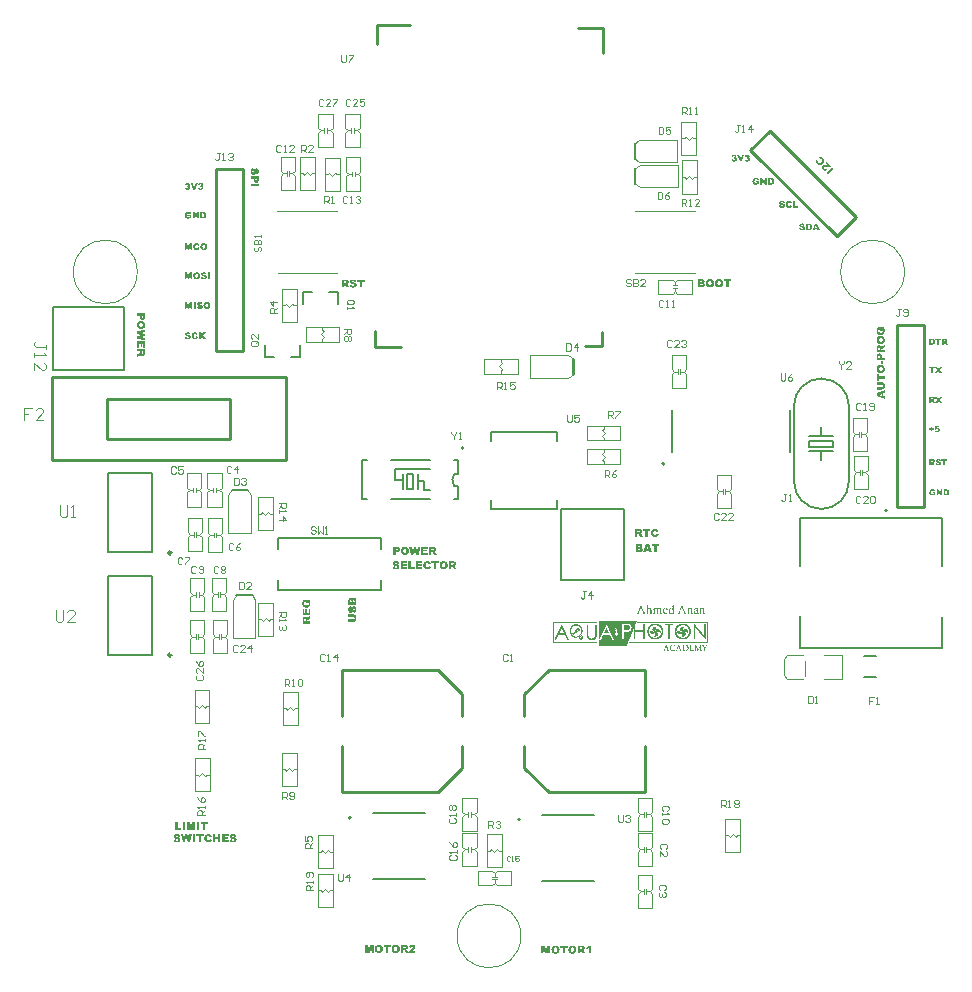
<source format=gto>
G04*
G04 #@! TF.GenerationSoftware,Altium Limited,Altium Designer,23.9.2 (47)*
G04*
G04 Layer_Color=65535*
%FSLAX44Y44*%
%MOMM*%
G71*
G04*
G04 #@! TF.SameCoordinates,B0C4C809-8F89-4942-82D6-759F1D8726B9*
G04*
G04*
G04 #@! TF.FilePolarity,Positive*
G04*
G01*
G75*
%ADD10C,0.2000*%
%ADD11C,0.2032*%
%ADD12C,0.2500*%
%ADD13C,0.1000*%
%ADD14C,0.1270*%
%ADD15C,0.2540*%
%ADD16C,0.1524*%
%ADD17C,0.1500*%
%ADD18C,0.0800*%
G36*
X91719Y-109178D02*
X91550D01*
Y-109347D01*
X91380D01*
Y-109517D01*
X90703D01*
Y-109686D01*
X90533D01*
Y-109517D01*
X90364D01*
Y-109686D01*
X75459D01*
Y-109517D01*
X74104D01*
Y-109686D01*
X56489D01*
Y-109517D01*
X56319D01*
Y-109686D01*
X55981D01*
Y-109517D01*
X55642D01*
Y-109686D01*
X54964D01*
Y-109855D01*
X54795D01*
Y-110194D01*
X54626D01*
Y-125269D01*
X54795D01*
Y-125607D01*
X54964D01*
Y-125777D01*
X55303D01*
Y-125946D01*
X91719D01*
Y-126793D01*
X54964D01*
Y-126623D01*
X54626D01*
Y-126454D01*
X54287D01*
Y-126285D01*
X54118D01*
Y-125946D01*
X53948D01*
Y-125607D01*
X53779D01*
Y-109855D01*
X53948D01*
Y-109517D01*
X54118D01*
Y-109347D01*
X54287D01*
Y-109178D01*
X54456D01*
Y-109009D01*
X54626D01*
Y-108839D01*
X55134D01*
Y-108670D01*
X91719D01*
Y-109178D01*
D02*
G37*
G36*
X74612Y-110872D02*
X75290D01*
Y-111041D01*
X75628D01*
Y-111210D01*
X76136D01*
Y-111380D01*
X76306D01*
Y-111549D01*
X76645D01*
Y-111719D01*
X76814D01*
Y-111888D01*
X76983D01*
Y-112057D01*
X77153D01*
Y-112227D01*
X77491D01*
Y-112396D01*
X77661D01*
Y-112735D01*
X77830D01*
Y-112904D01*
X78000D01*
Y-113074D01*
X78169D01*
Y-113243D01*
X78338D01*
Y-113582D01*
X78508D01*
Y-113920D01*
X78677D01*
Y-114429D01*
X78846D01*
Y-114937D01*
X79016D01*
Y-115614D01*
X79185D01*
Y-117308D01*
X79016D01*
Y-117985D01*
X78846D01*
Y-118324D01*
X78677D01*
Y-118832D01*
X78508D01*
Y-119171D01*
X78338D01*
Y-119340D01*
X78169D01*
Y-119679D01*
X78000D01*
Y-119849D01*
X77322D01*
Y-119002D01*
X77491D01*
Y-118832D01*
X77661D01*
Y-118494D01*
X77830D01*
Y-118155D01*
X78000D01*
Y-117477D01*
X78169D01*
Y-116969D01*
X78000D01*
Y-117139D01*
X77661D01*
Y-117308D01*
X77491D01*
Y-117477D01*
X76983D01*
Y-117647D01*
X74951D01*
Y-117477D01*
X74612D01*
Y-117308D01*
X74273D01*
Y-117139D01*
X73934D01*
Y-116800D01*
X73765D01*
Y-116630D01*
X73596D01*
Y-116292D01*
X73426D01*
Y-115953D01*
X73257D01*
Y-117816D01*
X73426D01*
Y-117985D01*
X73596D01*
Y-117647D01*
X74273D01*
Y-117985D01*
X73934D01*
Y-118155D01*
X74104D01*
Y-118324D01*
X73934D01*
Y-118494D01*
X73596D01*
Y-118663D01*
X73257D01*
Y-118494D01*
X73088D01*
Y-118324D01*
X72918D01*
Y-118494D01*
X72749D01*
Y-118663D01*
X72579D01*
Y-118832D01*
X72410D01*
Y-119002D01*
X72241D01*
Y-119171D01*
X72071D01*
Y-119340D01*
X71563D01*
Y-119510D01*
X70886D01*
Y-119340D01*
X70547D01*
Y-119171D01*
X70378D01*
Y-118832D01*
X70208D01*
Y-118663D01*
X70039D01*
Y-118494D01*
X71055D01*
Y-118324D01*
X71563D01*
Y-118155D01*
X71733D01*
Y-117985D01*
X72071D01*
Y-117816D01*
X72241D01*
Y-117139D01*
X72410D01*
Y-116461D01*
X72579D01*
Y-115784D01*
X73088D01*
Y-115614D01*
X72918D01*
Y-115275D01*
X73257D01*
Y-114767D01*
X73596D01*
Y-114598D01*
X73934D01*
Y-114429D01*
X74104D01*
Y-114259D01*
X74273D01*
Y-114090D01*
X75120D01*
Y-113920D01*
X75290D01*
Y-114090D01*
X75798D01*
Y-114259D01*
X75967D01*
Y-114429D01*
X76136D01*
Y-114598D01*
X76475D01*
Y-115106D01*
X76645D01*
Y-115445D01*
X76475D01*
Y-115106D01*
X76306D01*
Y-115275D01*
X76136D01*
Y-115106D01*
X75967D01*
Y-115275D01*
X75798D01*
Y-115784D01*
X76136D01*
Y-115614D01*
X76306D01*
Y-115784D01*
X76645D01*
Y-115614D01*
X76814D01*
Y-115784D01*
X77153D01*
Y-115953D01*
X77322D01*
Y-116122D01*
X77830D01*
Y-116292D01*
X77491D01*
Y-116630D01*
X77322D01*
Y-116461D01*
X76814D01*
Y-116292D01*
X76475D01*
Y-116122D01*
X76306D01*
Y-116292D01*
X75967D01*
Y-116461D01*
X75798D01*
Y-116292D01*
X75459D01*
Y-114937D01*
X75290D01*
Y-115106D01*
X74951D01*
Y-114937D01*
X74781D01*
Y-115106D01*
X74951D01*
Y-115275D01*
X74781D01*
Y-115445D01*
X74612D01*
Y-115784D01*
X74443D01*
Y-116292D01*
X74612D01*
Y-116800D01*
X75120D01*
Y-116969D01*
X75459D01*
Y-117139D01*
X75628D01*
Y-117308D01*
X75798D01*
Y-117139D01*
X76306D01*
Y-117308D01*
X76475D01*
Y-117139D01*
X76645D01*
Y-117308D01*
X76814D01*
Y-117139D01*
X77322D01*
Y-116969D01*
X77661D01*
Y-116800D01*
X77830D01*
Y-116630D01*
X78000D01*
Y-116800D01*
X78169D01*
Y-115445D01*
X78000D01*
Y-114937D01*
X77830D01*
Y-114429D01*
X77661D01*
Y-114090D01*
X77491D01*
Y-113920D01*
X77322D01*
Y-113582D01*
X77153D01*
Y-113412D01*
X76983D01*
Y-113243D01*
X76814D01*
Y-113074D01*
X76645D01*
Y-112904D01*
X76475D01*
Y-112735D01*
X76136D01*
Y-112565D01*
X75798D01*
Y-112396D01*
X75459D01*
Y-112227D01*
X74951D01*
Y-112057D01*
X72579D01*
Y-112227D01*
X72071D01*
Y-112396D01*
X71733D01*
Y-112565D01*
X71394D01*
Y-112735D01*
X71224D01*
Y-112904D01*
X71055D01*
Y-113074D01*
X70886D01*
Y-113243D01*
X70716D01*
Y-113412D01*
X70547D01*
Y-113582D01*
X70378D01*
Y-113751D01*
X70208D01*
Y-114090D01*
X70039D01*
Y-114259D01*
X69869D01*
Y-114767D01*
X69700D01*
Y-115275D01*
X69531D01*
Y-115784D01*
X69361D01*
Y-117477D01*
X69531D01*
Y-117985D01*
X69700D01*
Y-118494D01*
X69869D01*
Y-118832D01*
X70039D01*
Y-119171D01*
X70208D01*
Y-119340D01*
X70378D01*
Y-119679D01*
X70547D01*
Y-119849D01*
X70716D01*
Y-120018D01*
X70886D01*
Y-120187D01*
X71055D01*
Y-120357D01*
X71394D01*
Y-120526D01*
X71563D01*
Y-120695D01*
X71902D01*
Y-120865D01*
X72241D01*
Y-121034D01*
X72918D01*
Y-121203D01*
X74443D01*
Y-121034D01*
X75120D01*
Y-120865D01*
X75628D01*
Y-121034D01*
X75798D01*
Y-121203D01*
X75967D01*
Y-121542D01*
X75798D01*
Y-121712D01*
X75290D01*
Y-121881D01*
X74781D01*
Y-122050D01*
X74273D01*
Y-122220D01*
X72410D01*
Y-122050D01*
X71902D01*
Y-121881D01*
X71563D01*
Y-121712D01*
X71055D01*
Y-121542D01*
X70886D01*
Y-121373D01*
X70547D01*
Y-121203D01*
X70378D01*
Y-121034D01*
X70208D01*
Y-120865D01*
X70039D01*
Y-120695D01*
X69869D01*
Y-120526D01*
X69700D01*
Y-120357D01*
X69531D01*
Y-120018D01*
X69361D01*
Y-119849D01*
X69192D01*
Y-119679D01*
X69023D01*
Y-119340D01*
X68853D01*
Y-119002D01*
X68684D01*
Y-118663D01*
X68514D01*
Y-118155D01*
X68345D01*
Y-117477D01*
X68176D01*
Y-115445D01*
X68345D01*
Y-114937D01*
X68514D01*
Y-114259D01*
X68684D01*
Y-113920D01*
X68853D01*
Y-113582D01*
X69023D01*
Y-113243D01*
X69192D01*
Y-113074D01*
X69361D01*
Y-112735D01*
X69531D01*
Y-112565D01*
X69700D01*
Y-112396D01*
X69869D01*
Y-112227D01*
X70039D01*
Y-112057D01*
X70208D01*
Y-111888D01*
X70547D01*
Y-111719D01*
X70716D01*
Y-111549D01*
X71055D01*
Y-111380D01*
X71224D01*
Y-111210D01*
X71563D01*
Y-111041D01*
X72071D01*
Y-110872D01*
X72749D01*
Y-110702D01*
X74612D01*
Y-110872D01*
D02*
G37*
G36*
X75798Y-118155D02*
X75459D01*
Y-117985D01*
X75798D01*
Y-118155D01*
D02*
G37*
G36*
X75120Y-118494D02*
X74951D01*
Y-118324D01*
X75120D01*
Y-118494D01*
D02*
G37*
G36*
X72579Y-119510D02*
X72749D01*
Y-119679D01*
X72579D01*
Y-119510D01*
X72410D01*
Y-119340D01*
X72579D01*
Y-119510D01*
D02*
G37*
G36*
X183351Y-123405D02*
X183012D01*
Y-123236D01*
X182843D01*
Y-123067D01*
X182673D01*
Y-122897D01*
X182504D01*
Y-122728D01*
X182334D01*
Y-122389D01*
X182165D01*
Y-122220D01*
X181996D01*
Y-122050D01*
X181826D01*
Y-121881D01*
X181657D01*
Y-121712D01*
X181488D01*
Y-121542D01*
X181318D01*
Y-121373D01*
X181149D01*
Y-121034D01*
X180979D01*
Y-120865D01*
X180810D01*
Y-120695D01*
X180641D01*
Y-120526D01*
X180471D01*
Y-120357D01*
X180302D01*
Y-120187D01*
X180133D01*
Y-119849D01*
X179963D01*
Y-119679D01*
X179794D01*
Y-119510D01*
X179625D01*
Y-119340D01*
X179455D01*
Y-119171D01*
X179286D01*
Y-119002D01*
X179116D01*
Y-118663D01*
X178947D01*
Y-118494D01*
X178778D01*
Y-118324D01*
X178608D01*
Y-118155D01*
X178439D01*
Y-117985D01*
X178270D01*
Y-117816D01*
X178100D01*
Y-117647D01*
X177931D01*
Y-117308D01*
X177592D01*
Y-116969D01*
X177423D01*
Y-116800D01*
X177253D01*
Y-116630D01*
X177084D01*
Y-116461D01*
X176915D01*
Y-116292D01*
X176745D01*
Y-116122D01*
X176576D01*
Y-115784D01*
X176406D01*
Y-115614D01*
X176237D01*
Y-115445D01*
X176068D01*
Y-115275D01*
X175898D01*
Y-115106D01*
X175729D01*
Y-114937D01*
X175560D01*
Y-114598D01*
X175221D01*
Y-114259D01*
X175051D01*
Y-114090D01*
X174882D01*
Y-113920D01*
X174713D01*
Y-123236D01*
X174543D01*
Y-123405D01*
X173358D01*
Y-123236D01*
X173188D01*
Y-110364D01*
X173696D01*
Y-110702D01*
X173866D01*
Y-110872D01*
X174035D01*
Y-111041D01*
X174205D01*
Y-111210D01*
X174374D01*
Y-111380D01*
X174543D01*
Y-111549D01*
X174713D01*
Y-111719D01*
X174882D01*
Y-112057D01*
X175051D01*
Y-112227D01*
X175221D01*
Y-112396D01*
X175390D01*
Y-112565D01*
X175560D01*
Y-112735D01*
X175729D01*
Y-112904D01*
X175898D01*
Y-113243D01*
X176068D01*
Y-113412D01*
X176237D01*
Y-113582D01*
X176406D01*
Y-113751D01*
X176576D01*
Y-113920D01*
X176745D01*
Y-114090D01*
X176915D01*
Y-114259D01*
X177084D01*
Y-114598D01*
X177253D01*
Y-114767D01*
X177423D01*
Y-114937D01*
X177592D01*
Y-115106D01*
X177761D01*
Y-115275D01*
X177931D01*
Y-115445D01*
X178100D01*
Y-115784D01*
X178270D01*
Y-115953D01*
X178439D01*
Y-116122D01*
X178608D01*
Y-116292D01*
X178778D01*
Y-116461D01*
X178947D01*
Y-116630D01*
X179116D01*
Y-116800D01*
X179286D01*
Y-117139D01*
X179455D01*
Y-117308D01*
X179625D01*
Y-117477D01*
X179794D01*
Y-117647D01*
X179963D01*
Y-117816D01*
X180133D01*
Y-117985D01*
X180302D01*
Y-118155D01*
X180471D01*
Y-118494D01*
X180641D01*
Y-118663D01*
X180810D01*
Y-118832D01*
X180979D01*
Y-119002D01*
X181149D01*
Y-119171D01*
X181318D01*
Y-119340D01*
X181488D01*
Y-119510D01*
X181657D01*
Y-119849D01*
X181826D01*
Y-120018D01*
X181996D01*
Y-110364D01*
X183351D01*
Y-123405D01*
D02*
G37*
G36*
X76983Y-120695D02*
X77491D01*
Y-120526D01*
X77661D01*
Y-120357D01*
X77830D01*
Y-120187D01*
X78000D01*
Y-120018D01*
X78508D01*
Y-120187D01*
X78677D01*
Y-120526D01*
X78508D01*
Y-120865D01*
X78169D01*
Y-121034D01*
X78000D01*
Y-121203D01*
X77830D01*
Y-121373D01*
X77661D01*
Y-121542D01*
X77322D01*
Y-121712D01*
X77153D01*
Y-121881D01*
X76983D01*
Y-122050D01*
X76814D01*
Y-122220D01*
X76475D01*
Y-122389D01*
X76306D01*
Y-122559D01*
X75967D01*
Y-122220D01*
X75798D01*
Y-122050D01*
X75967D01*
Y-121712D01*
X76136D01*
Y-121542D01*
X76475D01*
Y-121373D01*
X76645D01*
Y-121203D01*
X76475D01*
Y-120865D01*
X76306D01*
Y-120357D01*
X76136D01*
Y-120018D01*
X76306D01*
Y-119849D01*
X76475D01*
Y-119679D01*
X76983D01*
Y-120695D01*
D02*
G37*
G36*
X91211Y-116630D02*
Y-116800D01*
Y-120695D01*
X91041D01*
Y-121542D01*
X90872D01*
Y-122050D01*
X90703D01*
Y-122220D01*
X90533D01*
Y-122559D01*
X90364D01*
Y-122728D01*
X90195D01*
Y-122897D01*
X90025D01*
Y-123067D01*
X89856D01*
Y-123236D01*
X89686D01*
Y-123405D01*
X89517D01*
Y-123575D01*
X89348D01*
Y-123744D01*
X89009D01*
Y-123913D01*
X88501D01*
Y-124083D01*
X87993D01*
Y-124252D01*
X86130D01*
Y-124083D01*
X85452D01*
Y-123913D01*
X84944D01*
Y-123744D01*
X84605D01*
Y-123575D01*
X84436D01*
Y-123405D01*
X84266D01*
Y-123236D01*
X83928D01*
Y-123067D01*
X83758D01*
Y-122897D01*
X83589D01*
Y-122728D01*
X83420D01*
Y-122389D01*
X83250D01*
Y-122220D01*
X83081D01*
Y-121712D01*
X82911D01*
Y-121203D01*
X82742D01*
Y-111549D01*
X82573D01*
Y-111380D01*
X82742D01*
Y-111210D01*
X82573D01*
Y-111041D01*
X84097D01*
Y-120695D01*
X84266D01*
Y-121373D01*
X84436D01*
Y-121712D01*
X84605D01*
Y-121881D01*
X84775D01*
Y-122050D01*
X84944D01*
Y-122220D01*
X85283D01*
Y-122389D01*
X85452D01*
Y-122559D01*
X85960D01*
Y-122728D01*
X86468D01*
Y-122897D01*
X87485D01*
Y-122728D01*
X88162D01*
Y-122559D01*
X88501D01*
Y-122389D01*
X88670D01*
Y-122220D01*
X88840D01*
Y-122050D01*
X89178D01*
Y-121712D01*
X89348D01*
Y-121542D01*
X89517D01*
Y-121203D01*
X89686D01*
Y-120695D01*
X89856D01*
Y-111041D01*
X91211D01*
Y-116630D01*
D02*
G37*
G36*
X155912Y-110533D02*
X156081D01*
Y-110702D01*
X155912D01*
Y-110872D01*
X156081D01*
Y-111210D01*
X155912D01*
Y-111380D01*
X156081D01*
Y-111719D01*
X153033D01*
Y-123405D01*
X151847D01*
Y-123236D01*
X151678D01*
Y-111719D01*
X148798D01*
Y-110364D01*
X155912D01*
Y-110533D01*
D02*
G37*
G36*
X124916Y-108500D02*
X124747D01*
Y-109009D01*
X124578D01*
Y-109517D01*
X124408D01*
Y-109855D01*
X124239D01*
Y-110194D01*
X124069D01*
Y-110702D01*
X123900D01*
Y-111041D01*
X123731D01*
Y-111549D01*
X123561D01*
Y-111888D01*
X123731D01*
Y-113074D01*
X123900D01*
Y-113243D01*
X123731D01*
Y-115784D01*
X130167D01*
Y-110364D01*
X131522D01*
Y-110533D01*
X131691D01*
Y-123236D01*
X131522D01*
Y-123405D01*
X130336D01*
Y-123236D01*
X130167D01*
Y-117139D01*
X123731D01*
Y-123067D01*
X123900D01*
Y-123236D01*
X123731D01*
Y-123405D01*
X122376D01*
Y-114767D01*
X122206D01*
Y-115275D01*
X122037D01*
Y-115784D01*
X121868D01*
Y-116122D01*
X121698D01*
Y-116461D01*
X121529D01*
Y-116969D01*
X121360D01*
Y-117308D01*
X121190D01*
Y-117816D01*
X121021D01*
Y-118155D01*
X120851D01*
Y-118663D01*
X120682D01*
Y-119002D01*
X120513D01*
Y-119510D01*
X120343D01*
Y-119849D01*
X120174D01*
Y-120187D01*
X120005D01*
Y-120695D01*
X119835D01*
Y-121203D01*
X119666D01*
Y-121542D01*
X119496D01*
Y-122050D01*
X119327D01*
Y-122389D01*
X119158D01*
Y-122728D01*
X118988D01*
Y-123236D01*
X118819D01*
Y-123744D01*
X118650D01*
Y-124083D01*
X118480D01*
Y-124422D01*
X118311D01*
Y-124930D01*
X118141D01*
Y-125269D01*
X117972D01*
Y-125777D01*
X117803D01*
Y-126115D01*
X117633D01*
Y-126623D01*
X117464D01*
Y-126962D01*
X117295D01*
Y-127470D01*
X117125D01*
Y-127809D01*
X116956D01*
Y-128148D01*
X116786D01*
Y-128656D01*
X116617D01*
Y-128995D01*
X116278D01*
Y-129164D01*
X116109D01*
Y-128995D01*
X92905D01*
Y-128825D01*
X92735D01*
Y-107823D01*
X92905D01*
Y-107654D01*
X124916D01*
Y-108500D01*
D02*
G37*
G36*
X79185Y-121542D02*
X78846D01*
Y-121712D01*
X78677D01*
Y-121881D01*
X78508D01*
Y-122050D01*
X78338D01*
Y-122220D01*
X78169D01*
Y-122389D01*
X77830D01*
Y-122728D01*
X77491D01*
Y-122897D01*
X77322D01*
Y-123067D01*
X77153D01*
Y-123236D01*
X76814D01*
Y-123405D01*
X76645D01*
Y-123236D01*
X76475D01*
Y-122728D01*
X76645D01*
Y-122559D01*
X76814D01*
Y-122389D01*
X76983D01*
Y-122220D01*
X77153D01*
Y-122050D01*
X77491D01*
Y-121881D01*
X77661D01*
Y-121712D01*
X77830D01*
Y-121542D01*
X78000D01*
Y-121373D01*
X78169D01*
Y-121203D01*
X78338D01*
Y-121034D01*
X78677D01*
Y-120865D01*
X79185D01*
Y-121542D01*
D02*
G37*
G36*
X165566Y-110364D02*
X166244D01*
Y-110533D01*
X166583D01*
Y-110702D01*
X167091D01*
Y-110872D01*
X167430D01*
Y-111041D01*
X167599D01*
Y-111210D01*
X167938D01*
Y-111380D01*
X168107D01*
Y-111549D01*
X168276D01*
Y-111719D01*
X168615D01*
Y-111888D01*
X168785D01*
Y-112057D01*
X168954D01*
Y-112227D01*
X169123D01*
Y-112396D01*
X169293D01*
Y-112735D01*
X169462D01*
Y-112904D01*
X169631D01*
Y-113074D01*
X169801D01*
Y-113412D01*
X169970D01*
Y-113751D01*
X170140D01*
Y-114090D01*
X170309D01*
Y-114429D01*
X170478D01*
Y-114767D01*
X170648D01*
Y-115784D01*
X170817D01*
Y-117816D01*
X170648D01*
Y-118832D01*
X170478D01*
Y-119340D01*
X170309D01*
Y-119679D01*
X170140D01*
Y-120018D01*
X169970D01*
Y-120357D01*
X169801D01*
Y-120526D01*
X169631D01*
Y-120865D01*
X169462D01*
Y-121034D01*
X169293D01*
Y-121203D01*
X169123D01*
Y-121542D01*
X168954D01*
Y-121712D01*
X168615D01*
Y-121881D01*
X168446D01*
Y-122050D01*
X168276D01*
Y-122220D01*
X168107D01*
Y-122389D01*
X167768D01*
Y-122559D01*
X167599D01*
Y-122728D01*
X167260D01*
Y-122897D01*
X166921D01*
Y-123067D01*
X166583D01*
Y-123236D01*
X166075D01*
Y-123405D01*
X165397D01*
Y-123575D01*
X162856D01*
Y-123405D01*
X161840D01*
Y-123236D01*
X161501D01*
Y-123067D01*
X160993D01*
Y-122897D01*
X160655D01*
Y-122728D01*
X160485D01*
Y-122559D01*
X160146D01*
Y-122389D01*
X159977D01*
Y-122220D01*
X159638D01*
Y-122050D01*
X159469D01*
Y-121881D01*
X159299D01*
Y-121712D01*
X159130D01*
Y-121542D01*
X158961D01*
Y-121373D01*
X158791D01*
Y-121203D01*
X158622D01*
Y-120865D01*
X158453D01*
Y-120695D01*
X158283D01*
Y-120526D01*
X158114D01*
Y-120187D01*
X157944D01*
Y-119849D01*
X157775D01*
Y-119510D01*
X157606D01*
Y-119002D01*
X157436D01*
Y-118324D01*
X157267D01*
Y-115614D01*
X157436D01*
Y-114767D01*
X157606D01*
Y-114429D01*
X157775D01*
Y-113920D01*
X157944D01*
Y-113582D01*
X158114D01*
Y-113412D01*
X158283D01*
Y-113074D01*
X158453D01*
Y-112904D01*
X158622D01*
Y-112565D01*
X158791D01*
Y-112396D01*
X158961D01*
Y-112227D01*
X159130D01*
Y-112057D01*
X159299D01*
Y-111888D01*
X159469D01*
Y-111719D01*
X159638D01*
Y-111549D01*
X159808D01*
Y-111380D01*
X160146D01*
Y-111210D01*
X160485D01*
Y-111041D01*
X160655D01*
Y-110872D01*
X160993D01*
Y-110702D01*
X161332D01*
Y-110533D01*
X161840D01*
Y-110364D01*
X162348D01*
Y-110194D01*
X165566D01*
Y-110364D01*
D02*
G37*
G36*
X142362D02*
X143040D01*
Y-110533D01*
X143378D01*
Y-110702D01*
X143886D01*
Y-110872D01*
X144225D01*
Y-111041D01*
X144395D01*
Y-111210D01*
X144733D01*
Y-111380D01*
X144903D01*
Y-111549D01*
X145241D01*
Y-111888D01*
X145580D01*
Y-112057D01*
X145750D01*
Y-112227D01*
X145919D01*
Y-112396D01*
X146088D01*
Y-112735D01*
X146258D01*
Y-112904D01*
X146427D01*
Y-113074D01*
X146596D01*
Y-113412D01*
X146766D01*
Y-113751D01*
X146935D01*
Y-114090D01*
X147105D01*
Y-114429D01*
X147274D01*
Y-114937D01*
X147443D01*
Y-115953D01*
X147613D01*
Y-117816D01*
X147443D01*
Y-118832D01*
X147274D01*
Y-119340D01*
X147105D01*
Y-119679D01*
X146935D01*
Y-120018D01*
X146766D01*
Y-120357D01*
X146596D01*
Y-120526D01*
X146427D01*
Y-120865D01*
X146258D01*
Y-121034D01*
X146088D01*
Y-121203D01*
X145919D01*
Y-121373D01*
X145750D01*
Y-121712D01*
X145411D01*
Y-121881D01*
X145241D01*
Y-122050D01*
X145072D01*
Y-122220D01*
X144903D01*
Y-122389D01*
X144564D01*
Y-122559D01*
X144395D01*
Y-122728D01*
X144056D01*
Y-122897D01*
X143717D01*
Y-123067D01*
X143378D01*
Y-123236D01*
X142870D01*
Y-123405D01*
X142023D01*
Y-123575D01*
X139483D01*
Y-123405D01*
X138636D01*
Y-123236D01*
X138297D01*
Y-123067D01*
X137789D01*
Y-122897D01*
X137450D01*
Y-122728D01*
X137281D01*
Y-122559D01*
X136942D01*
Y-122389D01*
X136773D01*
Y-122220D01*
X136434D01*
Y-122050D01*
X136264D01*
Y-121881D01*
X136095D01*
Y-121712D01*
X135926D01*
Y-121542D01*
X135756D01*
Y-121373D01*
X135587D01*
Y-121203D01*
X135418D01*
Y-120865D01*
X135248D01*
Y-120695D01*
X135079D01*
Y-120526D01*
X134909D01*
Y-120187D01*
X134740D01*
Y-119849D01*
X134571D01*
Y-119510D01*
X134401D01*
Y-119171D01*
X134232D01*
Y-118324D01*
X134063D01*
Y-115445D01*
X134232D01*
Y-114767D01*
X134401D01*
Y-114429D01*
X134571D01*
Y-113920D01*
X134740D01*
Y-113582D01*
X134909D01*
Y-113243D01*
X135079D01*
Y-113074D01*
X135248D01*
Y-112735D01*
X135418D01*
Y-112565D01*
X135587D01*
Y-112396D01*
X135756D01*
Y-112227D01*
X135926D01*
Y-112057D01*
X136095D01*
Y-111888D01*
X136264D01*
Y-111719D01*
X136434D01*
Y-111549D01*
X136603D01*
Y-111380D01*
X136942D01*
Y-111210D01*
X137281D01*
Y-111041D01*
X137450D01*
Y-110872D01*
X137789D01*
Y-110702D01*
X138297D01*
Y-110533D01*
X138636D01*
Y-110364D01*
X139144D01*
Y-110194D01*
X142362D01*
Y-110364D01*
D02*
G37*
G36*
X61740Y-111380D02*
X61909D01*
Y-111719D01*
X62078D01*
Y-112227D01*
X62248D01*
Y-112565D01*
X62417D01*
Y-112904D01*
X62586D01*
Y-113243D01*
X62756D01*
Y-113751D01*
X62925D01*
Y-114090D01*
X63095D01*
Y-114429D01*
X63264D01*
Y-114767D01*
X63433D01*
Y-115106D01*
X63603D01*
Y-115445D01*
X63772D01*
Y-115784D01*
X63941D01*
Y-115953D01*
Y-116122D01*
X64111D01*
Y-116461D01*
X64280D01*
Y-116800D01*
X64450D01*
Y-117308D01*
X64619D01*
Y-117647D01*
X64788D01*
Y-117985D01*
X64958D01*
Y-118324D01*
X65127D01*
Y-118663D01*
X65296D01*
Y-119171D01*
X65466D01*
Y-119510D01*
X65635D01*
Y-119849D01*
X65805D01*
Y-120187D01*
X65974D01*
Y-120526D01*
X66143D01*
Y-120865D01*
X66313D01*
Y-121373D01*
X66482D01*
Y-121542D01*
X66651D01*
Y-122050D01*
X66821D01*
Y-122389D01*
X66990D01*
Y-122728D01*
X67160D01*
Y-123067D01*
X67329D01*
Y-123575D01*
X67498D01*
Y-123913D01*
X67668D01*
Y-124083D01*
X66143D01*
Y-123744D01*
X65974D01*
Y-123405D01*
X65805D01*
Y-123067D01*
X65635D01*
Y-122728D01*
X65466D01*
Y-122389D01*
X65296D01*
Y-122050D01*
X65127D01*
Y-121712D01*
X64958D01*
Y-121203D01*
X64788D01*
Y-120865D01*
X64619D01*
Y-120695D01*
X64450D01*
Y-120187D01*
X64280D01*
Y-119849D01*
X58691D01*
Y-120187D01*
X58521D01*
Y-120526D01*
X58352D01*
Y-120865D01*
X58183D01*
Y-121203D01*
X58013D01*
Y-121542D01*
X57844D01*
Y-121881D01*
X57674D01*
Y-122220D01*
X57505D01*
Y-122728D01*
X57336D01*
Y-123067D01*
X57166D01*
Y-123405D01*
X56997D01*
Y-123744D01*
X56828D01*
Y-124083D01*
X55303D01*
Y-123744D01*
X55473D01*
Y-123405D01*
X55642D01*
Y-122897D01*
X55811D01*
Y-122559D01*
X55981D01*
Y-122389D01*
X56150D01*
Y-121881D01*
X56319D01*
Y-121542D01*
X56489D01*
Y-121203D01*
X56658D01*
Y-120865D01*
X56828D01*
Y-120526D01*
X56997D01*
Y-120187D01*
X57166D01*
Y-119679D01*
X57336D01*
Y-119340D01*
X57505D01*
Y-119002D01*
X57674D01*
Y-118663D01*
X57844D01*
Y-118324D01*
X58013D01*
Y-117985D01*
X58183D01*
Y-117647D01*
X58352D01*
Y-117308D01*
X58521D01*
Y-116800D01*
X58691D01*
Y-116461D01*
X58860D01*
Y-116122D01*
X59029D01*
Y-115784D01*
X59199D01*
Y-115445D01*
X59368D01*
Y-115106D01*
X59538D01*
Y-114767D01*
X59707D01*
Y-114259D01*
X59876D01*
Y-113920D01*
X60046D01*
Y-113582D01*
X60215D01*
Y-113243D01*
X60384D01*
Y-112904D01*
X60554D01*
Y-112565D01*
X60723D01*
Y-112227D01*
X60893D01*
Y-111719D01*
X61062D01*
Y-111380D01*
X61231D01*
Y-111210D01*
X61740D01*
Y-111380D01*
D02*
G37*
G36*
X79693Y-121712D02*
X79863D01*
Y-122220D01*
X79693D01*
Y-122559D01*
X79863D01*
Y-122897D01*
X79693D01*
Y-123067D01*
X79524D01*
Y-123236D01*
X79355D01*
Y-123405D01*
X79185D01*
Y-123575D01*
X79016D01*
Y-123744D01*
X78846D01*
Y-123913D01*
X78508D01*
Y-124083D01*
X78338D01*
Y-124252D01*
X77661D01*
Y-124083D01*
X77153D01*
Y-123913D01*
X76983D01*
Y-123575D01*
X77153D01*
Y-123405D01*
X77322D01*
Y-123236D01*
X77491D01*
Y-123067D01*
X77830D01*
Y-122897D01*
X78000D01*
Y-122728D01*
X78169D01*
Y-122559D01*
X78338D01*
Y-122389D01*
X78508D01*
Y-122220D01*
X78846D01*
Y-122050D01*
X79016D01*
Y-121881D01*
X79185D01*
Y-121712D01*
X79355D01*
Y-121542D01*
X79693D01*
Y-121712D01*
D02*
G37*
G36*
X184198Y-108839D02*
X184536D01*
Y-109009D01*
X184706D01*
Y-109178D01*
X185044D01*
Y-109517D01*
X185214D01*
Y-109855D01*
X185383D01*
Y-125607D01*
X185214D01*
Y-126115D01*
X185044D01*
Y-126285D01*
X184875D01*
Y-126454D01*
X184536D01*
Y-126623D01*
X184198D01*
Y-126793D01*
X118311D01*
Y-125946D01*
X183859D01*
Y-125777D01*
X184198D01*
Y-125607D01*
X184367D01*
Y-125269D01*
X184536D01*
Y-110194D01*
X184367D01*
Y-109855D01*
X184198D01*
Y-109686D01*
X165397D01*
Y-109517D01*
X164889D01*
Y-109686D01*
X163703D01*
Y-109517D01*
X163534D01*
Y-109686D01*
X142531D01*
Y-109517D01*
X141685D01*
Y-109686D01*
X140838D01*
Y-109517D01*
X140330D01*
Y-109686D01*
X125594D01*
Y-109517D01*
X125086D01*
Y-109347D01*
X125255D01*
Y-109009D01*
X125424D01*
Y-108839D01*
X125594D01*
Y-108670D01*
X184198D01*
Y-108839D01*
D02*
G37*
G36*
X173019Y-128825D02*
X172850D01*
Y-129164D01*
X172680D01*
Y-128656D01*
X172341D01*
Y-128487D01*
X171325D01*
Y-130519D01*
X172511D01*
Y-130350D01*
X172680D01*
Y-130180D01*
X173019D01*
Y-130858D01*
X172850D01*
Y-131535D01*
X172680D01*
Y-131197D01*
X172511D01*
Y-131027D01*
X172341D01*
Y-130858D01*
X171325D01*
Y-132721D01*
X171495D01*
Y-132890D01*
X172850D01*
Y-132721D01*
X173019D01*
Y-132382D01*
X173188D01*
Y-133399D01*
X169801D01*
Y-133229D01*
X170309D01*
Y-132721D01*
X170478D01*
Y-131874D01*
Y-131705D01*
Y-128656D01*
X170309D01*
Y-128317D01*
X169801D01*
Y-128148D01*
X173019D01*
Y-128825D01*
D02*
G37*
G36*
X157436Y-128317D02*
X157775D01*
Y-128487D01*
X157606D01*
Y-129672D01*
X157436D01*
Y-129333D01*
X157267D01*
Y-128995D01*
X157098D01*
Y-128825D01*
X156759D01*
Y-128656D01*
X156251D01*
Y-128487D01*
X155404D01*
Y-128656D01*
X154896D01*
Y-128825D01*
X154557D01*
Y-128995D01*
X154388D01*
Y-129164D01*
X154218D01*
Y-129503D01*
X154049D01*
Y-130180D01*
X153879D01*
Y-131027D01*
X154049D01*
Y-131705D01*
X154218D01*
Y-131874D01*
X154388D01*
Y-132213D01*
X154557D01*
Y-132382D01*
X154726D01*
Y-132552D01*
X154896D01*
Y-132721D01*
X155234D01*
Y-132890D01*
X156928D01*
Y-132721D01*
X157267D01*
Y-132382D01*
X157436D01*
Y-132044D01*
X157775D01*
Y-132382D01*
X157606D01*
Y-133229D01*
X157436D01*
Y-133399D01*
X154896D01*
Y-133229D01*
X154388D01*
Y-133060D01*
X154049D01*
Y-132890D01*
X153710D01*
Y-132721D01*
X153541D01*
Y-132382D01*
X153371D01*
Y-132213D01*
X153202D01*
Y-132044D01*
X153033D01*
Y-131535D01*
X152863D01*
Y-130011D01*
X153033D01*
Y-129503D01*
X153202D01*
Y-129333D01*
X153371D01*
Y-128995D01*
X153541D01*
Y-128825D01*
X153710D01*
Y-128656D01*
X153879D01*
Y-128487D01*
X154218D01*
Y-128317D01*
X154726D01*
Y-128148D01*
X157436D01*
Y-128317D01*
D02*
G37*
G36*
X185214D02*
X184875D01*
Y-128487D01*
X184536D01*
Y-128656D01*
X184367D01*
Y-128995D01*
X184198D01*
Y-129164D01*
X184028D01*
Y-129503D01*
X183859D01*
Y-129842D01*
X183689D01*
Y-130180D01*
X183520D01*
Y-130350D01*
X183351D01*
Y-130689D01*
X183181D01*
Y-131197D01*
X183012D01*
Y-132890D01*
X183181D01*
Y-133229D01*
X183859D01*
Y-133399D01*
X181488D01*
Y-133229D01*
X181996D01*
Y-132890D01*
X182165D01*
Y-131366D01*
X181996D01*
Y-130858D01*
X181826D01*
Y-130519D01*
X181657D01*
Y-130180D01*
X181488D01*
Y-130011D01*
X181318D01*
Y-129672D01*
X181149D01*
Y-129333D01*
X180979D01*
Y-129164D01*
X180810D01*
Y-128825D01*
X180641D01*
Y-128656D01*
X180471D01*
Y-128487D01*
X180302D01*
Y-128317D01*
X179963D01*
Y-128148D01*
X181826D01*
Y-128317D01*
X181657D01*
Y-128487D01*
Y-128656D01*
Y-128825D01*
X181826D01*
Y-128995D01*
X181996D01*
Y-129333D01*
X182165D01*
Y-129672D01*
X182334D01*
Y-130011D01*
X182504D01*
Y-130350D01*
X182673D01*
Y-130519D01*
X182843D01*
Y-130180D01*
X183012D01*
Y-130011D01*
X183181D01*
Y-129672D01*
X183351D01*
Y-129333D01*
X183520D01*
Y-128995D01*
X183689D01*
Y-128656D01*
X183859D01*
Y-128317D01*
X183520D01*
Y-128148D01*
X185214D01*
Y-128317D01*
D02*
G37*
G36*
X179286Y-129333D02*
X179455D01*
Y-130519D01*
X179625D01*
Y-131535D01*
X179794D01*
Y-132721D01*
X179963D01*
Y-133060D01*
X180133D01*
Y-133229D01*
X180641D01*
Y-133399D01*
X178778D01*
Y-133229D01*
X178947D01*
Y-132382D01*
X178778D01*
Y-131197D01*
X178608D01*
Y-130180D01*
X178439D01*
Y-130519D01*
X178270D01*
Y-131027D01*
X178100D01*
Y-131197D01*
X177931D01*
Y-131705D01*
X177761D01*
Y-132044D01*
X177592D01*
Y-132382D01*
X177423D01*
Y-132721D01*
X177253D01*
Y-133060D01*
X177084D01*
Y-133399D01*
X176745D01*
Y-133229D01*
X176576D01*
Y-133060D01*
X176406D01*
Y-132721D01*
X176237D01*
Y-132382D01*
X176068D01*
Y-132044D01*
X175898D01*
Y-131705D01*
X175729D01*
Y-131197D01*
X175560D01*
Y-131027D01*
X175390D01*
Y-130519D01*
X175221D01*
Y-130350D01*
X175051D01*
Y-131535D01*
X174882D01*
Y-133229D01*
X175390D01*
Y-133399D01*
X173696D01*
Y-133229D01*
X174035D01*
Y-133060D01*
X174205D01*
Y-132044D01*
X174374D01*
Y-130858D01*
X174543D01*
Y-129842D01*
X174713D01*
Y-128656D01*
X174882D01*
Y-128148D01*
X175221D01*
Y-128487D01*
X175390D01*
Y-128825D01*
X175560D01*
Y-129164D01*
X175729D01*
Y-129503D01*
X175898D01*
Y-129672D01*
X176068D01*
Y-130180D01*
X176237D01*
Y-130519D01*
X176406D01*
Y-130858D01*
X176576D01*
Y-131197D01*
X176745D01*
Y-131535D01*
X176915D01*
Y-131874D01*
X177084D01*
Y-131705D01*
X177253D01*
Y-131366D01*
X177423D01*
Y-131027D01*
X177592D01*
Y-130689D01*
X177761D01*
Y-130350D01*
X177931D01*
Y-130011D01*
X178100D01*
Y-129672D01*
X178270D01*
Y-129333D01*
X178439D01*
Y-128995D01*
X178608D01*
Y-128656D01*
X178778D01*
Y-128148D01*
X179286D01*
Y-129333D01*
D02*
G37*
G36*
X160655Y-128317D02*
X160824D01*
Y-128656D01*
X160993D01*
Y-128995D01*
X161163D01*
Y-129503D01*
X161332D01*
Y-130011D01*
X161501D01*
Y-130350D01*
X161671D01*
Y-130858D01*
X161840D01*
Y-131197D01*
X162010D01*
Y-131535D01*
Y-131705D01*
X162179D01*
Y-132044D01*
X162348D01*
Y-132552D01*
X162518D01*
Y-132890D01*
X162687D01*
Y-133060D01*
X162856D01*
Y-133229D01*
X163365D01*
Y-133399D01*
X161501D01*
Y-133229D01*
X161671D01*
Y-132890D01*
X161501D01*
Y-132552D01*
X161332D01*
Y-132044D01*
X161163D01*
Y-131705D01*
X159638D01*
Y-131874D01*
X159469D01*
Y-132382D01*
X159299D01*
Y-132721D01*
X159130D01*
Y-133229D01*
X159638D01*
Y-133399D01*
X157775D01*
Y-133229D01*
X158283D01*
Y-133060D01*
X158453D01*
Y-132721D01*
X158622D01*
Y-132382D01*
X158791D01*
Y-131874D01*
X158961D01*
Y-131535D01*
X159130D01*
Y-131027D01*
X159299D01*
Y-130689D01*
X159469D01*
Y-130180D01*
X159638D01*
Y-129842D01*
X159808D01*
Y-129333D01*
X159977D01*
Y-128995D01*
X160146D01*
Y-128487D01*
X160316D01*
Y-128148D01*
X160655D01*
Y-128317D01*
D02*
G37*
G36*
X150153D02*
X150323D01*
Y-128656D01*
X150492D01*
Y-129164D01*
X150661D01*
Y-129503D01*
X150831D01*
Y-130011D01*
X151000D01*
Y-130350D01*
X151170D01*
Y-130858D01*
X151339D01*
Y-131197D01*
X151508D01*
Y-131535D01*
X151678D01*
Y-132044D01*
X151847D01*
Y-132552D01*
X152016D01*
Y-132721D01*
X152186D01*
Y-133060D01*
X152355D01*
Y-133229D01*
X152863D01*
Y-133399D01*
X151000D01*
Y-133229D01*
X151170D01*
Y-133060D01*
X151000D01*
Y-132552D01*
X150831D01*
Y-132213D01*
X150661D01*
Y-131705D01*
X149137D01*
Y-131874D01*
X148968D01*
Y-132382D01*
X148798D01*
Y-132721D01*
X148629D01*
Y-133229D01*
X149137D01*
Y-133399D01*
X147274D01*
Y-133229D01*
X147613D01*
Y-133060D01*
X147951D01*
Y-132721D01*
X148121D01*
Y-132382D01*
X148290D01*
Y-132044D01*
X148460D01*
Y-131535D01*
X148629D01*
Y-131027D01*
X148798D01*
Y-130689D01*
X148968D01*
Y-130180D01*
X149137D01*
Y-129842D01*
X149306D01*
Y-129503D01*
X149476D01*
Y-128995D01*
X149645D01*
Y-128487D01*
X149815D01*
Y-128148D01*
X150153D01*
Y-128317D01*
D02*
G37*
G36*
X167260D02*
X167768D01*
Y-128487D01*
X168107D01*
Y-128656D01*
X168276D01*
Y-128825D01*
X168446D01*
Y-128995D01*
X168615D01*
Y-129164D01*
X168785D01*
Y-129672D01*
X168954D01*
Y-130350D01*
X169123D01*
Y-131027D01*
X168954D01*
Y-131705D01*
X168785D01*
Y-132213D01*
X168615D01*
Y-132382D01*
X168446D01*
Y-132552D01*
X168276D01*
Y-132721D01*
X168107D01*
Y-132890D01*
X167938D01*
Y-133060D01*
X167599D01*
Y-133229D01*
X167091D01*
Y-133399D01*
X165397D01*
Y-133568D01*
X165058D01*
Y-133399D01*
X163534D01*
Y-133229D01*
X164042D01*
Y-132721D01*
X164211D01*
Y-128995D01*
Y-128825D01*
Y-128656D01*
X164042D01*
Y-128317D01*
X163534D01*
Y-128148D01*
X167260D01*
Y-128317D01*
D02*
G37*
G36*
X-254237Y238420D02*
X-254044Y238409D01*
X-253819Y238388D01*
X-253583Y238356D01*
X-253369Y238313D01*
X-253272Y238291D01*
X-253176Y238259D01*
X-253165D01*
X-253155Y238249D01*
X-253101Y238227D01*
X-253015Y238184D01*
X-252908Y238131D01*
X-252790Y238056D01*
X-252661Y237970D01*
X-252533Y237863D01*
X-252415Y237734D01*
X-252404Y237723D01*
X-252361Y237670D01*
X-252308Y237595D01*
X-252243Y237498D01*
X-252168Y237370D01*
X-252093Y237220D01*
X-252018Y237037D01*
X-251954Y236844D01*
X-253615Y236555D01*
Y236566D01*
X-253637Y236609D01*
X-253658Y236662D01*
X-253701Y236737D01*
X-253744Y236812D01*
X-253808Y236887D01*
X-253883Y236973D01*
X-253969Y237037D01*
X-253980Y237048D01*
X-254012Y237069D01*
X-254066Y237091D01*
X-254141Y237123D01*
X-254226Y237155D01*
X-254344Y237187D01*
X-254462Y237198D01*
X-254602Y237209D01*
X-254655D01*
X-254698Y237198D01*
X-254795Y237187D01*
X-254923Y237155D01*
X-255073Y237112D01*
X-255223Y237037D01*
X-255363Y236941D01*
X-255502Y236812D01*
X-255513Y236791D01*
X-255556Y236737D01*
X-255609Y236641D01*
X-255663Y236512D01*
X-255727Y236330D01*
X-255781Y236115D01*
X-255823Y235858D01*
X-255834Y235719D01*
Y235558D01*
Y235547D01*
Y235515D01*
Y235472D01*
X-255823Y235408D01*
Y235333D01*
X-255813Y235258D01*
X-255791Y235065D01*
X-255749Y234851D01*
X-255695Y234636D01*
X-255609Y234443D01*
X-255556Y234347D01*
X-255502Y234272D01*
X-255480Y234250D01*
X-255438Y234207D01*
X-255363Y234154D01*
X-255255Y234079D01*
X-255116Y234004D01*
X-254955Y233950D01*
X-254762Y233907D01*
X-254548Y233886D01*
X-254441D01*
X-254366Y233897D01*
X-254291Y233907D01*
X-254194Y233918D01*
X-254001Y233961D01*
X-253991D01*
X-253958Y233982D01*
X-253894Y234004D01*
X-253819Y234025D01*
X-253733Y234068D01*
X-253626Y234122D01*
X-253519Y234175D01*
X-253390Y234250D01*
Y234786D01*
X-254548D01*
Y235944D01*
X-251879D01*
Y233554D01*
X-251890Y233543D01*
X-251911Y233532D01*
X-251954Y233500D01*
X-252008Y233468D01*
X-252072Y233425D01*
X-252158Y233382D01*
X-252340Y233275D01*
X-252554Y233157D01*
X-252779Y233039D01*
X-253015Y232932D01*
X-253240Y232846D01*
X-253251D01*
X-253262Y232836D01*
X-253305Y232825D01*
X-253347Y232814D01*
X-253401Y232803D01*
X-253465Y232793D01*
X-253637Y232761D01*
X-253841Y232718D01*
X-254076Y232696D01*
X-254344Y232675D01*
X-254634Y232664D01*
X-254730D01*
X-254795Y232675D01*
X-254880D01*
X-254977Y232685D01*
X-255084Y232696D01*
X-255202Y232707D01*
X-255459Y232750D01*
X-255727Y232803D01*
X-256006Y232889D01*
X-256252Y232996D01*
X-256263D01*
X-256285Y233018D01*
X-256317Y233028D01*
X-256360Y233061D01*
X-256467Y233136D01*
X-256606Y233253D01*
X-256756Y233393D01*
X-256917Y233564D01*
X-257078Y233768D01*
X-257217Y234004D01*
Y234015D01*
X-257228Y234036D01*
X-257249Y234068D01*
X-257271Y234122D01*
X-257292Y234186D01*
X-257324Y234261D01*
X-257356Y234347D01*
X-257388Y234454D01*
X-257453Y234679D01*
X-257506Y234936D01*
X-257549Y235236D01*
X-257560Y235547D01*
Y235558D01*
Y235590D01*
Y235633D01*
X-257549Y235697D01*
Y235783D01*
X-257539Y235869D01*
X-257528Y235976D01*
X-257517Y236083D01*
X-257463Y236341D01*
X-257399Y236598D01*
X-257313Y236877D01*
X-257185Y237134D01*
Y237145D01*
X-257163Y237166D01*
X-257142Y237198D01*
X-257110Y237241D01*
X-257024Y237370D01*
X-256906Y237520D01*
X-256745Y237680D01*
X-256563Y237852D01*
X-256338Y238013D01*
X-256081Y238152D01*
X-256070D01*
X-256059Y238163D01*
X-256017Y238174D01*
X-255974Y238195D01*
X-255920Y238216D01*
X-255856Y238238D01*
X-255770Y238270D01*
X-255674Y238291D01*
X-255577Y238313D01*
X-255459Y238345D01*
X-255202Y238388D01*
X-254902Y238420D01*
X-254559Y238431D01*
X-254334D01*
X-254237Y238420D01*
D02*
G37*
G36*
X-245523Y232761D02*
X-247141D01*
X-249231Y235826D01*
Y232761D01*
X-250850D01*
Y238334D01*
X-249253D01*
X-247141Y235236D01*
Y238334D01*
X-245523D01*
Y232761D01*
D02*
G37*
G36*
X-241610Y238323D02*
X-241535D01*
X-241364Y238313D01*
X-241171Y238281D01*
X-240967Y238249D01*
X-240764Y238195D01*
X-240581Y238120D01*
X-240571D01*
X-240560Y238109D01*
X-240506Y238088D01*
X-240421Y238034D01*
X-240303Y237970D01*
X-240185Y237884D01*
X-240056Y237788D01*
X-239928Y237670D01*
X-239810Y237530D01*
X-239799Y237509D01*
X-239756Y237466D01*
X-239702Y237380D01*
X-239638Y237284D01*
X-239563Y237145D01*
X-239488Y236994D01*
X-239424Y236823D01*
X-239359Y236641D01*
Y236630D01*
X-239349Y236619D01*
X-239338Y236555D01*
X-239317Y236448D01*
X-239284Y236308D01*
X-239263Y236148D01*
X-239242Y235965D01*
X-239231Y235772D01*
X-239220Y235558D01*
Y235547D01*
Y235515D01*
Y235472D01*
Y235408D01*
X-239231Y235333D01*
Y235247D01*
X-239242Y235054D01*
X-239274Y234829D01*
X-239306Y234604D01*
X-239359Y234379D01*
X-239424Y234175D01*
X-239435Y234154D01*
X-239456Y234090D01*
X-239510Y234004D01*
X-239574Y233886D01*
X-239649Y233757D01*
X-239745Y233618D01*
X-239863Y233479D01*
X-239992Y233350D01*
X-240013Y233339D01*
X-240056Y233296D01*
X-240131Y233243D01*
X-240228Y233168D01*
X-240346Y233093D01*
X-240474Y233028D01*
X-240624Y232964D01*
X-240774Y232910D01*
X-240785D01*
X-240796Y232900D01*
X-240828D01*
X-240871Y232889D01*
X-240978Y232868D01*
X-241117Y232836D01*
X-241278Y232803D01*
X-241450Y232782D01*
X-241621Y232771D01*
X-241803Y232761D01*
X-244354D01*
Y238334D01*
X-241675D01*
X-241610Y238323D01*
D02*
G37*
G36*
X375894Y3460D02*
X376069Y3450D01*
X376274Y3430D01*
X376489Y3401D01*
X376684Y3362D01*
X376771Y3343D01*
X376859Y3313D01*
X376869D01*
X376879Y3304D01*
X376927Y3284D01*
X377006Y3245D01*
X377103Y3196D01*
X377210Y3128D01*
X377327Y3050D01*
X377444Y2952D01*
X377552Y2835D01*
X377561Y2826D01*
X377601Y2777D01*
X377649Y2709D01*
X377708Y2621D01*
X377776Y2504D01*
X377844Y2367D01*
X377913Y2201D01*
X377971Y2026D01*
X376459Y1763D01*
Y1772D01*
X376440Y1811D01*
X376420Y1860D01*
X376381Y1928D01*
X376342Y1997D01*
X376284Y2065D01*
X376216Y2143D01*
X376137Y2201D01*
X376128Y2211D01*
X376098Y2231D01*
X376050Y2250D01*
X375981Y2280D01*
X375903Y2309D01*
X375796Y2338D01*
X375689Y2348D01*
X375562Y2358D01*
X375513D01*
X375474Y2348D01*
X375386Y2338D01*
X375269Y2309D01*
X375133Y2270D01*
X374996Y2201D01*
X374869Y2114D01*
X374743Y1997D01*
X374733Y1977D01*
X374694Y1928D01*
X374645Y1841D01*
X374596Y1724D01*
X374538Y1558D01*
X374489Y1363D01*
X374450Y1129D01*
X374440Y1002D01*
Y856D01*
Y846D01*
Y816D01*
Y777D01*
X374450Y719D01*
Y651D01*
X374460Y582D01*
X374479Y407D01*
X374518Y212D01*
X374567Y17D01*
X374645Y-159D01*
X374694Y-247D01*
X374743Y-315D01*
X374762Y-334D01*
X374801Y-373D01*
X374869Y-422D01*
X374967Y-490D01*
X375094Y-559D01*
X375240Y-608D01*
X375416Y-647D01*
X375611Y-666D01*
X375708D01*
X375777Y-656D01*
X375845Y-647D01*
X375933Y-637D01*
X376108Y-598D01*
X376118D01*
X376147Y-578D01*
X376206Y-559D01*
X376274Y-539D01*
X376352Y-500D01*
X376450Y-452D01*
X376547Y-403D01*
X376664Y-334D01*
Y153D01*
X375611D01*
Y1207D01*
X378039D01*
Y-969D01*
X378030Y-978D01*
X378010Y-988D01*
X377971Y-1017D01*
X377922Y-1046D01*
X377864Y-1085D01*
X377786Y-1125D01*
X377620Y-1222D01*
X377425Y-1329D01*
X377220Y-1437D01*
X377006Y-1534D01*
X376801Y-1612D01*
X376791D01*
X376781Y-1622D01*
X376742Y-1632D01*
X376703Y-1641D01*
X376654Y-1651D01*
X376596Y-1661D01*
X376440Y-1690D01*
X376255Y-1729D01*
X376040Y-1749D01*
X375796Y-1768D01*
X375533Y-1778D01*
X375445D01*
X375386Y-1768D01*
X375308D01*
X375221Y-1759D01*
X375123Y-1749D01*
X375016Y-1739D01*
X374782Y-1700D01*
X374538Y-1651D01*
X374284Y-1573D01*
X374060Y-1476D01*
X374050D01*
X374031Y-1456D01*
X374001Y-1446D01*
X373962Y-1417D01*
X373865Y-1349D01*
X373738Y-1242D01*
X373601Y-1115D01*
X373455Y-959D01*
X373309Y-773D01*
X373182Y-559D01*
Y-549D01*
X373172Y-529D01*
X373153Y-500D01*
X373133Y-452D01*
X373114Y-393D01*
X373085Y-325D01*
X373055Y-247D01*
X373026Y-149D01*
X372967Y56D01*
X372919Y290D01*
X372880Y563D01*
X372870Y846D01*
Y856D01*
Y885D01*
Y924D01*
X372880Y982D01*
Y1060D01*
X372890Y1138D01*
X372899Y1236D01*
X372909Y1333D01*
X372958Y1567D01*
X373016Y1802D01*
X373094Y2055D01*
X373211Y2289D01*
Y2299D01*
X373231Y2318D01*
X373250Y2348D01*
X373280Y2387D01*
X373358Y2504D01*
X373465Y2640D01*
X373611Y2787D01*
X373777Y2943D01*
X373982Y3089D01*
X374216Y3216D01*
X374226D01*
X374235Y3226D01*
X374274Y3235D01*
X374314Y3255D01*
X374362Y3274D01*
X374421Y3294D01*
X374499Y3323D01*
X374587Y3343D01*
X374674Y3362D01*
X374782Y3391D01*
X375016Y3430D01*
X375289Y3460D01*
X375601Y3469D01*
X375806D01*
X375894Y3460D01*
D02*
G37*
G36*
X383823Y-1690D02*
X382351D01*
X380448Y1099D01*
Y-1690D01*
X378976D01*
Y3382D01*
X380429D01*
X382351Y563D01*
Y3382D01*
X383823D01*
Y-1690D01*
D02*
G37*
G36*
X387383Y3372D02*
X387452D01*
X387608Y3362D01*
X387783Y3333D01*
X387969Y3304D01*
X388154Y3255D01*
X388320Y3187D01*
X388329D01*
X388339Y3177D01*
X388388Y3157D01*
X388466Y3109D01*
X388573Y3050D01*
X388681Y2972D01*
X388798Y2884D01*
X388915Y2777D01*
X389022Y2650D01*
X389032Y2631D01*
X389071Y2592D01*
X389119Y2514D01*
X389178Y2426D01*
X389246Y2299D01*
X389315Y2163D01*
X389373Y2006D01*
X389432Y1841D01*
Y1831D01*
X389441Y1821D01*
X389451Y1763D01*
X389471Y1665D01*
X389500Y1538D01*
X389519Y1392D01*
X389539Y1226D01*
X389549Y1050D01*
X389558Y856D01*
Y846D01*
Y816D01*
Y777D01*
Y719D01*
X389549Y651D01*
Y573D01*
X389539Y397D01*
X389510Y192D01*
X389480Y-13D01*
X389432Y-217D01*
X389373Y-403D01*
X389363Y-422D01*
X389344Y-481D01*
X389295Y-559D01*
X389236Y-666D01*
X389168Y-783D01*
X389081Y-910D01*
X388973Y-1037D01*
X388856Y-1154D01*
X388837Y-1164D01*
X388798Y-1203D01*
X388729Y-1251D01*
X388642Y-1320D01*
X388534Y-1388D01*
X388417Y-1446D01*
X388281Y-1505D01*
X388144Y-1554D01*
X388134D01*
X388125Y-1563D01*
X388095D01*
X388056Y-1573D01*
X387959Y-1593D01*
X387832Y-1622D01*
X387686Y-1651D01*
X387530Y-1671D01*
X387374Y-1681D01*
X387208Y-1690D01*
X384886D01*
Y3382D01*
X387325D01*
X387383Y3372D01*
D02*
G37*
G36*
X381307Y55854D02*
X379044D01*
X378917Y55093D01*
X378927Y55103D01*
X378956Y55113D01*
X379005Y55132D01*
X379063Y55152D01*
X379142Y55181D01*
X379220Y55210D01*
X379385Y55259D01*
X379395D01*
X379424Y55269D01*
X379473Y55279D01*
X379532Y55288D01*
X379600Y55298D01*
X379678Y55308D01*
X379844Y55318D01*
X379912D01*
X379971Y55308D01*
X380029D01*
X380107Y55298D01*
X380283Y55259D01*
X380478Y55201D01*
X380683Y55122D01*
X380887Y55005D01*
X380985Y54927D01*
X381073Y54849D01*
X381082Y54840D01*
X381092Y54830D01*
X381121Y54801D01*
X381151Y54771D01*
X381229Y54664D01*
X381317Y54537D01*
X381404Y54362D01*
X381473Y54167D01*
X381531Y53942D01*
X381541Y53815D01*
X381551Y53689D01*
Y53679D01*
Y53669D01*
Y53640D01*
Y53601D01*
X381541Y53513D01*
X381521Y53386D01*
X381492Y53240D01*
X381443Y53084D01*
X381385Y52918D01*
X381307Y52743D01*
X381297Y52723D01*
X381258Y52665D01*
X381209Y52586D01*
X381131Y52489D01*
X381034Y52372D01*
X380917Y52265D01*
X380770Y52148D01*
X380614Y52050D01*
X380605D01*
X380595Y52040D01*
X380566Y52031D01*
X380536Y52011D01*
X380439Y51972D01*
X380302Y51933D01*
X380136Y51894D01*
X379941Y51855D01*
X379717Y51826D01*
X379463Y51816D01*
X379376D01*
X379288Y51826D01*
X379171D01*
X379034Y51835D01*
X378888Y51855D01*
X378742Y51874D01*
X378605Y51904D01*
X378586D01*
X378547Y51923D01*
X378478Y51943D01*
X378391Y51972D01*
X378293Y52021D01*
X378195Y52060D01*
X378088Y52118D01*
X377991Y52187D01*
X377981Y52196D01*
X377952Y52226D01*
X377903Y52265D01*
X377854Y52313D01*
X377786Y52382D01*
X377718Y52450D01*
X377591Y52616D01*
X377581Y52625D01*
X377561Y52665D01*
X377532Y52713D01*
X377503Y52782D01*
X377464Y52869D01*
X377415Y52967D01*
X377376Y53084D01*
X377337Y53211D01*
X378761Y53377D01*
Y53357D01*
X378771Y53318D01*
X378790Y53260D01*
X378810Y53182D01*
X378839Y53094D01*
X378878Y53006D01*
X378937Y52928D01*
X378995Y52850D01*
X379005Y52840D01*
X379034Y52821D01*
X379073Y52791D01*
X379122Y52762D01*
X379190Y52733D01*
X379268Y52704D01*
X379356Y52684D01*
X379454Y52674D01*
X379502D01*
X379561Y52684D01*
X379629Y52704D01*
X379697Y52733D01*
X379785Y52772D01*
X379863Y52821D01*
X379941Y52899D01*
X379951Y52908D01*
X379971Y52938D01*
X380000Y52996D01*
X380039Y53064D01*
X380078Y53162D01*
X380107Y53269D01*
X380127Y53406D01*
X380136Y53562D01*
Y53572D01*
Y53581D01*
Y53640D01*
X380127Y53718D01*
X380117Y53815D01*
X380088Y53932D01*
X380058Y54040D01*
X380010Y54147D01*
X379941Y54235D01*
X379932Y54245D01*
X379902Y54264D01*
X379863Y54303D01*
X379805Y54342D01*
X379727Y54381D01*
X379639Y54420D01*
X379542Y54440D01*
X379424Y54450D01*
X379385D01*
X379346Y54440D01*
X379298D01*
X379171Y54401D01*
X379103Y54381D01*
X379025Y54342D01*
X379015D01*
X379005Y54332D01*
X378976Y54313D01*
X378937Y54284D01*
X378888Y54245D01*
X378839Y54206D01*
X378781Y54147D01*
X378722Y54079D01*
X377523Y54254D01*
X377971Y56976D01*
X381307D01*
Y55854D01*
D02*
G37*
G36*
X375318Y54996D02*
X376645D01*
Y53874D01*
X375318D01*
Y52547D01*
X374197D01*
Y53874D01*
X372870D01*
Y54996D01*
X374197D01*
Y56322D01*
X375318D01*
Y54996D01*
D02*
G37*
G36*
X380585Y28860D02*
X380673D01*
X380761Y28850D01*
X380868Y28840D01*
X380975Y28821D01*
X381209Y28782D01*
X381463Y28713D01*
X381697Y28626D01*
X381804Y28567D01*
X381902Y28499D01*
X381912D01*
X381921Y28479D01*
X381980Y28431D01*
X382068Y28343D01*
X382175Y28216D01*
X382282Y28060D01*
X382380Y27865D01*
X382429Y27748D01*
X382458Y27621D01*
X382497Y27494D01*
X382516Y27348D01*
X381044Y27270D01*
Y27289D01*
X381034Y27328D01*
X381014Y27387D01*
X380995Y27465D01*
X380956Y27543D01*
X380917Y27621D01*
X380858Y27699D01*
X380790Y27767D01*
X380780Y27777D01*
X380761Y27796D01*
X380712Y27816D01*
X380653Y27845D01*
X380585Y27875D01*
X380497Y27904D01*
X380390Y27914D01*
X380273Y27923D01*
X380234D01*
X380185Y27914D01*
X380127D01*
X379990Y27875D01*
X379932Y27845D01*
X379873Y27806D01*
X379863Y27796D01*
X379854Y27787D01*
X379805Y27728D01*
X379756Y27641D01*
X379746Y27582D01*
X379737Y27523D01*
Y27514D01*
Y27504D01*
X379746Y27445D01*
X379785Y27377D01*
X379805Y27338D01*
X379844Y27299D01*
X379854D01*
X379863Y27280D01*
X379902Y27260D01*
X379951Y27241D01*
X380019Y27211D01*
X380107Y27182D01*
X380224Y27143D01*
X380361Y27114D01*
X380370D01*
X380410Y27104D01*
X380458Y27094D01*
X380527Y27075D01*
X380614Y27055D01*
X380712Y27036D01*
X380819Y27006D01*
X380927Y26977D01*
X381170Y26909D01*
X381414Y26831D01*
X381638Y26753D01*
X381736Y26704D01*
X381824Y26665D01*
X381834D01*
X381843Y26655D01*
X381902Y26626D01*
X381980Y26577D01*
X382077Y26509D01*
X382185Y26431D01*
X382292Y26333D01*
X382389Y26226D01*
X382477Y26099D01*
X382487Y26080D01*
X382507Y26041D01*
X382546Y25973D01*
X382585Y25885D01*
X382614Y25777D01*
X382653Y25651D01*
X382672Y25504D01*
X382682Y25358D01*
Y25348D01*
Y25339D01*
Y25309D01*
Y25280D01*
X382672Y25183D01*
X382653Y25066D01*
X382614Y24919D01*
X382565Y24773D01*
X382497Y24607D01*
X382409Y24451D01*
X382399Y24432D01*
X382360Y24383D01*
X382302Y24314D01*
X382214Y24217D01*
X382107Y24119D01*
X381970Y24012D01*
X381824Y23915D01*
X381648Y23827D01*
X381638D01*
X381629Y23817D01*
X381600Y23807D01*
X381561Y23798D01*
X381512Y23778D01*
X381463Y23759D01*
X381317Y23729D01*
X381141Y23690D01*
X380936Y23651D01*
X380702Y23632D01*
X380439Y23622D01*
X380322D01*
X380234Y23632D01*
X380127Y23642D01*
X380010Y23651D01*
X379873Y23661D01*
X379737Y23681D01*
X379434Y23739D01*
X379142Y23827D01*
X379005Y23885D01*
X378878Y23954D01*
X378751Y24022D01*
X378654Y24110D01*
X378644Y24119D01*
X378634Y24129D01*
X378605Y24158D01*
X378576Y24197D01*
X378537Y24246D01*
X378498Y24305D01*
X378400Y24451D01*
X378303Y24636D01*
X378205Y24851D01*
X378137Y25104D01*
X378117Y25241D01*
X378098Y25378D01*
X379590Y25475D01*
Y25456D01*
X379600Y25417D01*
X379610Y25348D01*
X379629Y25270D01*
X379688Y25085D01*
X379737Y24997D01*
X379785Y24919D01*
X379795Y24910D01*
X379834Y24871D01*
X379883Y24822D01*
X379961Y24773D01*
X380058Y24714D01*
X380175Y24666D01*
X380312Y24627D01*
X380468Y24617D01*
X380527D01*
X380585Y24627D01*
X380653Y24636D01*
X380741Y24656D01*
X380819Y24685D01*
X380907Y24724D01*
X380975Y24773D01*
X380985Y24783D01*
X381004Y24802D01*
X381034Y24831D01*
X381073Y24880D01*
X381131Y24987D01*
X381151Y25056D01*
X381161Y25134D01*
Y25144D01*
Y25163D01*
X381151Y25202D01*
X381141Y25251D01*
X381121Y25309D01*
X381082Y25368D01*
X381044Y25426D01*
X380985Y25485D01*
X380975Y25495D01*
X380946Y25514D01*
X380897Y25543D01*
X380819Y25582D01*
X380712Y25622D01*
X380575Y25670D01*
X380400Y25729D01*
X380293Y25748D01*
X380185Y25777D01*
X380175D01*
X380136Y25787D01*
X380088Y25807D01*
X380019Y25817D01*
X379932Y25846D01*
X379834Y25875D01*
X379737Y25904D01*
X379619Y25943D01*
X379376Y26031D01*
X379132Y26138D01*
X378908Y26265D01*
X378810Y26333D01*
X378722Y26402D01*
X378703Y26421D01*
X378654Y26470D01*
X378586Y26558D01*
X378508Y26665D01*
X378420Y26811D01*
X378352Y26977D01*
X378303Y27163D01*
X378293Y27270D01*
X378283Y27377D01*
Y27397D01*
Y27445D01*
X378293Y27523D01*
X378312Y27621D01*
X378342Y27728D01*
X378381Y27855D01*
X378429Y27982D01*
X378508Y28118D01*
X378517Y28138D01*
X378547Y28177D01*
X378605Y28235D01*
X378673Y28323D01*
X378771Y28411D01*
X378888Y28499D01*
X379025Y28587D01*
X379181Y28665D01*
X379190D01*
X379200Y28674D01*
X379229Y28684D01*
X379268Y28694D01*
X379307Y28713D01*
X379366Y28733D01*
X379512Y28772D01*
X379688Y28801D01*
X379902Y28840D01*
X380146Y28860D01*
X380429Y28869D01*
X380527D01*
X380585Y28860D01*
D02*
G37*
G36*
X387881Y27533D02*
X386281D01*
Y23710D01*
X384711D01*
Y27533D01*
X383111D01*
Y28782D01*
X387881D01*
Y27533D01*
D02*
G37*
G36*
X375738Y28772D02*
X375894Y28762D01*
X376069Y28752D01*
X376255Y28733D01*
X376430Y28694D01*
X376586Y28655D01*
X376606Y28645D01*
X376654Y28626D01*
X376723Y28596D01*
X376810Y28548D01*
X376908Y28489D01*
X377015Y28401D01*
X377113Y28304D01*
X377210Y28187D01*
X377220Y28167D01*
X377249Y28128D01*
X377288Y28060D01*
X377337Y27962D01*
X377376Y27845D01*
X377415Y27699D01*
X377444Y27543D01*
X377454Y27367D01*
Y27348D01*
Y27299D01*
X377444Y27221D01*
X377435Y27123D01*
X377405Y27006D01*
X377376Y26880D01*
X377327Y26753D01*
X377269Y26636D01*
X377259Y26626D01*
X377240Y26587D01*
X377191Y26529D01*
X377142Y26460D01*
X377064Y26382D01*
X376986Y26295D01*
X376879Y26216D01*
X376771Y26138D01*
X376762D01*
X376732Y26119D01*
X376684Y26099D01*
X376625Y26070D01*
X376547Y26041D01*
X376450Y26012D01*
X376342Y25973D01*
X376216Y25943D01*
X376225D01*
X376264Y25924D01*
X376313Y25904D01*
X376371Y25885D01*
X376508Y25826D01*
X376567Y25787D01*
X376625Y25758D01*
X376645Y25748D01*
X376693Y25700D01*
X376723Y25661D01*
X376762Y25612D01*
X376810Y25553D01*
X376869Y25485D01*
X376879Y25475D01*
X376898Y25456D01*
X376927Y25417D01*
X376957Y25368D01*
X377035Y25270D01*
X377064Y25222D01*
X377093Y25173D01*
X377864Y23710D01*
X376089D01*
X375240Y25251D01*
X375230Y25261D01*
X375211Y25300D01*
X375182Y25348D01*
X375143Y25417D01*
X375055Y25543D01*
X375006Y25602D01*
X374957Y25641D01*
X374948Y25651D01*
X374928Y25661D01*
X374889Y25680D01*
X374850Y25709D01*
X374791Y25729D01*
X374723Y25748D01*
X374655Y25758D01*
X374577Y25768D01*
X374440D01*
Y23710D01*
X372870D01*
Y28782D01*
X375659D01*
X375738Y28772D01*
D02*
G37*
G36*
X381638Y79322D02*
X383365Y76708D01*
X381609D01*
X380605Y78337D01*
X379600Y76708D01*
X376089D01*
X375240Y78249D01*
X375230Y78259D01*
X375211Y78298D01*
X375182Y78347D01*
X375143Y78415D01*
X375055Y78542D01*
X375006Y78600D01*
X374957Y78639D01*
X374948Y78649D01*
X374928Y78659D01*
X374889Y78678D01*
X374850Y78707D01*
X374791Y78727D01*
X374723Y78747D01*
X374655Y78756D01*
X374577Y78766D01*
X374440D01*
Y76708D01*
X372870D01*
Y81780D01*
X375659D01*
X375738Y81770D01*
X375894Y81760D01*
X376069Y81751D01*
X376255Y81731D01*
X376430Y81692D01*
X376586Y81653D01*
X376606Y81643D01*
X376654Y81624D01*
X376723Y81595D01*
X376810Y81546D01*
X376908Y81487D01*
X377015Y81399D01*
X377113Y81302D01*
X377210Y81185D01*
X377220Y81165D01*
X377249Y81126D01*
X377288Y81058D01*
X377337Y80961D01*
X377376Y80843D01*
X377415Y80697D01*
X377444Y80541D01*
X377454Y80366D01*
Y80346D01*
Y80297D01*
X377444Y80219D01*
X377435Y80122D01*
X377405Y80005D01*
X377376Y79878D01*
X377327Y79751D01*
X377269Y79634D01*
X377259Y79624D01*
X377240Y79585D01*
X377191Y79527D01*
X377142Y79458D01*
X377064Y79380D01*
X376986Y79293D01*
X376879Y79215D01*
X376771Y79137D01*
X376762D01*
X376732Y79117D01*
X376684Y79098D01*
X376625Y79068D01*
X376547Y79039D01*
X376450Y79010D01*
X376342Y78971D01*
X376216Y78942D01*
X376225D01*
X376264Y78922D01*
X376313Y78903D01*
X376371Y78883D01*
X376508Y78825D01*
X376567Y78786D01*
X376625Y78756D01*
X376645Y78747D01*
X376693Y78698D01*
X376723Y78659D01*
X376762Y78610D01*
X376810Y78551D01*
X376869Y78483D01*
X376879Y78473D01*
X376898Y78454D01*
X376927Y78415D01*
X376957Y78366D01*
X377035Y78269D01*
X377064Y78220D01*
X377093Y78171D01*
X377859Y76716D01*
X379600Y79351D01*
X378010Y81780D01*
X379737D01*
X380634Y80219D01*
X381512Y81780D01*
X383219D01*
X381638Y79322D01*
D02*
G37*
G36*
X381619Y104722D02*
X383345Y102108D01*
X381590D01*
X380585Y103737D01*
X379580Y102108D01*
X377835D01*
X379580Y104751D01*
X377991Y107180D01*
X379717D01*
X380614Y105619D01*
X381492Y107180D01*
X383199D01*
X381619Y104722D01*
D02*
G37*
G36*
X377640Y105931D02*
X376040D01*
Y102108D01*
X374470D01*
Y105931D01*
X372870D01*
Y107180D01*
X377640D01*
Y105931D01*
D02*
G37*
G36*
X386361Y131046D02*
X386517Y131036D01*
X386693Y131027D01*
X386878Y131007D01*
X387054Y130968D01*
X387210Y130929D01*
X387229Y130919D01*
X387278Y130900D01*
X387346Y130871D01*
X387434Y130822D01*
X387532Y130763D01*
X387639Y130675D01*
X387737Y130578D01*
X387834Y130461D01*
X387844Y130441D01*
X387873Y130402D01*
X387912Y130334D01*
X387961Y130237D01*
X388000Y130119D01*
X388039Y129973D01*
X388068Y129817D01*
X388078Y129642D01*
Y129622D01*
Y129573D01*
X388068Y129495D01*
X388058Y129398D01*
X388029Y129281D01*
X388000Y129154D01*
X387951Y129027D01*
X387892Y128910D01*
X387883Y128900D01*
X387863Y128861D01*
X387814Y128803D01*
X387766Y128735D01*
X387688Y128657D01*
X387610Y128569D01*
X387502Y128491D01*
X387395Y128413D01*
X387385D01*
X387356Y128393D01*
X387307Y128374D01*
X387249Y128344D01*
X387171Y128315D01*
X387073Y128286D01*
X386966Y128247D01*
X386839Y128218D01*
X386849D01*
X386888Y128198D01*
X386937Y128179D01*
X386995Y128159D01*
X387132Y128101D01*
X387190Y128062D01*
X387249Y128032D01*
X387268Y128022D01*
X387317Y127974D01*
X387346Y127935D01*
X387385Y127886D01*
X387434Y127827D01*
X387493Y127759D01*
X387502Y127749D01*
X387522Y127730D01*
X387551Y127691D01*
X387580Y127642D01*
X387659Y127545D01*
X387688Y127496D01*
X387717Y127447D01*
X388488Y125984D01*
X386712D01*
X385864Y127525D01*
X385854Y127535D01*
X385835Y127574D01*
X385805Y127623D01*
X385766Y127691D01*
X385678Y127818D01*
X385630Y127876D01*
X385581Y127915D01*
X385571Y127925D01*
X385552Y127935D01*
X385513Y127954D01*
X385474Y127984D01*
X385415Y128003D01*
X385347Y128022D01*
X385279Y128032D01*
X385201Y128042D01*
X385064D01*
Y125984D01*
X383494D01*
Y131056D01*
X386283D01*
X386361Y131046D01*
D02*
G37*
G36*
X382772Y129807D02*
X381172D01*
Y125984D01*
X379602D01*
Y129807D01*
X378002D01*
Y131056D01*
X382772D01*
Y129807D01*
D02*
G37*
G36*
X375369Y131046D02*
X375437D01*
X375593Y131036D01*
X375769Y131007D01*
X375954Y130978D01*
X376139Y130929D01*
X376305Y130861D01*
X376315D01*
X376325Y130851D01*
X376373Y130831D01*
X376452Y130783D01*
X376559Y130724D01*
X376666Y130646D01*
X376783Y130558D01*
X376900Y130451D01*
X377007Y130324D01*
X377017Y130305D01*
X377056Y130266D01*
X377105Y130188D01*
X377164Y130100D01*
X377232Y129973D01*
X377300Y129837D01*
X377359Y129681D01*
X377417Y129515D01*
Y129505D01*
X377427Y129495D01*
X377437Y129437D01*
X377456Y129339D01*
X377486Y129212D01*
X377505Y129066D01*
X377524Y128900D01*
X377534Y128725D01*
X377544Y128530D01*
Y128520D01*
Y128491D01*
Y128452D01*
Y128393D01*
X377534Y128325D01*
Y128247D01*
X377524Y128071D01*
X377495Y127866D01*
X377466Y127662D01*
X377417Y127457D01*
X377359Y127271D01*
X377349Y127252D01*
X377329Y127193D01*
X377281Y127115D01*
X377222Y127008D01*
X377154Y126891D01*
X377066Y126764D01*
X376959Y126637D01*
X376842Y126520D01*
X376822Y126511D01*
X376783Y126472D01*
X376715Y126423D01*
X376627Y126355D01*
X376520Y126286D01*
X376403Y126228D01*
X376266Y126169D01*
X376130Y126121D01*
X376120D01*
X376110Y126111D01*
X376081D01*
X376042Y126101D01*
X375944Y126081D01*
X375818Y126052D01*
X375671Y126023D01*
X375515Y126004D01*
X375359Y125994D01*
X375193Y125984D01*
X372872D01*
Y131056D01*
X375310D01*
X375369Y131046D01*
D02*
G37*
G36*
X265369Y228514D02*
X265466D01*
X265562Y228503D01*
X265680Y228493D01*
X265798Y228471D01*
X266055Y228428D01*
X266334Y228353D01*
X266591Y228257D01*
X266709Y228192D01*
X266816Y228117D01*
X266827D01*
X266838Y228096D01*
X266902Y228042D01*
X266999Y227946D01*
X267117Y227807D01*
X267234Y227635D01*
X267342Y227421D01*
X267395Y227292D01*
X267427Y227153D01*
X267470Y227013D01*
X267492Y226853D01*
X265873Y226767D01*
Y226788D01*
X265862Y226831D01*
X265841Y226896D01*
X265819Y226981D01*
X265777Y227067D01*
X265734Y227153D01*
X265669Y227239D01*
X265594Y227313D01*
X265584Y227324D01*
X265562Y227346D01*
X265509Y227367D01*
X265444Y227399D01*
X265369Y227431D01*
X265273Y227464D01*
X265155Y227474D01*
X265026Y227485D01*
X264983D01*
X264930Y227474D01*
X264865D01*
X264715Y227431D01*
X264651Y227399D01*
X264587Y227356D01*
X264576Y227346D01*
X264565Y227335D01*
X264512Y227271D01*
X264458Y227174D01*
X264447Y227110D01*
X264437Y227045D01*
Y227035D01*
Y227024D01*
X264447Y226960D01*
X264490Y226885D01*
X264512Y226842D01*
X264555Y226799D01*
X264565D01*
X264576Y226777D01*
X264619Y226756D01*
X264673Y226735D01*
X264748Y226702D01*
X264844Y226670D01*
X264973Y226628D01*
X265123Y226595D01*
X265133D01*
X265176Y226585D01*
X265230Y226574D01*
X265305Y226553D01*
X265401Y226531D01*
X265509Y226510D01*
X265627Y226477D01*
X265744Y226445D01*
X266012Y226370D01*
X266280Y226285D01*
X266527Y226199D01*
X266634Y226145D01*
X266731Y226102D01*
X266741D01*
X266752Y226091D01*
X266816Y226059D01*
X266902Y226006D01*
X267009Y225931D01*
X267127Y225845D01*
X267245Y225738D01*
X267352Y225620D01*
X267449Y225481D01*
X267460Y225459D01*
X267481Y225416D01*
X267524Y225341D01*
X267567Y225245D01*
X267599Y225127D01*
X267642Y224988D01*
X267663Y224827D01*
X267674Y224666D01*
Y224655D01*
Y224645D01*
Y224612D01*
Y224580D01*
X267663Y224473D01*
X267642Y224344D01*
X267599Y224184D01*
X267545Y224023D01*
X267470Y223841D01*
X267374Y223669D01*
X267363Y223648D01*
X267320Y223594D01*
X267256Y223519D01*
X267159Y223412D01*
X267041Y223305D01*
X266891Y223187D01*
X266731Y223080D01*
X266538Y222983D01*
X266527D01*
X266516Y222972D01*
X266484Y222962D01*
X266441Y222951D01*
X266388Y222929D01*
X266334Y222908D01*
X266173Y222876D01*
X265980Y222833D01*
X265755Y222790D01*
X265498Y222769D01*
X265208Y222758D01*
X265080D01*
X264983Y222769D01*
X264865Y222779D01*
X264737Y222790D01*
X264587Y222801D01*
X264437Y222822D01*
X264104Y222887D01*
X263783Y222983D01*
X263633Y223047D01*
X263493Y223122D01*
X263354Y223197D01*
X263247Y223294D01*
X263236Y223305D01*
X263225Y223315D01*
X263193Y223347D01*
X263161Y223390D01*
X263118Y223444D01*
X263076Y223508D01*
X262968Y223669D01*
X262861Y223873D01*
X262754Y224109D01*
X262679Y224387D01*
X262657Y224537D01*
X262636Y224687D01*
X264276Y224795D01*
Y224773D01*
X264287Y224730D01*
X264297Y224655D01*
X264319Y224569D01*
X264383Y224366D01*
X264437Y224269D01*
X264490Y224184D01*
X264501Y224173D01*
X264544Y224130D01*
X264597Y224076D01*
X264683Y224023D01*
X264790Y223958D01*
X264919Y223905D01*
X265069Y223862D01*
X265241Y223851D01*
X265305D01*
X265369Y223862D01*
X265444Y223873D01*
X265541Y223894D01*
X265627Y223926D01*
X265723Y223969D01*
X265798Y224023D01*
X265809Y224034D01*
X265830Y224055D01*
X265862Y224087D01*
X265905Y224141D01*
X265970Y224259D01*
X265991Y224334D01*
X266002Y224419D01*
Y224430D01*
Y224452D01*
X265991Y224494D01*
X265980Y224548D01*
X265959Y224612D01*
X265916Y224677D01*
X265873Y224741D01*
X265809Y224805D01*
X265798Y224816D01*
X265766Y224837D01*
X265712Y224870D01*
X265627Y224912D01*
X265509Y224955D01*
X265359Y225009D01*
X265166Y225073D01*
X265048Y225095D01*
X264930Y225127D01*
X264919D01*
X264876Y225138D01*
X264823Y225159D01*
X264748Y225170D01*
X264651Y225202D01*
X264544Y225234D01*
X264437Y225266D01*
X264308Y225309D01*
X264040Y225406D01*
X263772Y225523D01*
X263526Y225663D01*
X263419Y225738D01*
X263322Y225813D01*
X263301Y225834D01*
X263247Y225888D01*
X263172Y225984D01*
X263086Y226102D01*
X262990Y226263D01*
X262915Y226445D01*
X262861Y226649D01*
X262850Y226767D01*
X262840Y226885D01*
Y226906D01*
Y226960D01*
X262850Y227045D01*
X262872Y227153D01*
X262904Y227271D01*
X262947Y227410D01*
X263000Y227549D01*
X263086Y227699D01*
X263097Y227721D01*
X263129Y227764D01*
X263193Y227828D01*
X263268Y227924D01*
X263376Y228021D01*
X263504Y228117D01*
X263654Y228214D01*
X263826Y228300D01*
X263836D01*
X263847Y228310D01*
X263879Y228321D01*
X263922Y228332D01*
X263965Y228353D01*
X264029Y228375D01*
X264190Y228417D01*
X264383Y228450D01*
X264619Y228493D01*
X264887Y228514D01*
X265198Y228525D01*
X265305D01*
X265369Y228514D01*
D02*
G37*
G36*
X280097Y222854D02*
X278285D01*
X278007Y223776D01*
X276067D01*
X275777Y222854D01*
X274030D01*
X276120Y228428D01*
X278007D01*
X280097Y222854D01*
D02*
G37*
G36*
X271308Y228417D02*
X271383D01*
X271554Y228407D01*
X271747Y228375D01*
X271951Y228342D01*
X272154Y228289D01*
X272337Y228214D01*
X272347D01*
X272358Y228203D01*
X272411Y228182D01*
X272497Y228128D01*
X272615Y228064D01*
X272733Y227978D01*
X272862Y227882D01*
X272990Y227764D01*
X273108Y227624D01*
X273119Y227603D01*
X273162Y227560D01*
X273216Y227474D01*
X273280Y227378D01*
X273355Y227239D01*
X273430Y227088D01*
X273494Y226917D01*
X273559Y226735D01*
Y226724D01*
X273569Y226713D01*
X273580Y226649D01*
X273601Y226542D01*
X273633Y226402D01*
X273655Y226242D01*
X273676Y226059D01*
X273687Y225867D01*
X273698Y225652D01*
Y225641D01*
Y225609D01*
Y225566D01*
Y225502D01*
X273687Y225427D01*
Y225341D01*
X273676Y225148D01*
X273644Y224923D01*
X273612Y224698D01*
X273559Y224473D01*
X273494Y224269D01*
X273483Y224248D01*
X273462Y224184D01*
X273408Y224098D01*
X273344Y223980D01*
X273269Y223851D01*
X273173Y223712D01*
X273055Y223573D01*
X272926Y223444D01*
X272905Y223433D01*
X272862Y223390D01*
X272787Y223337D01*
X272690Y223262D01*
X272572Y223187D01*
X272444Y223122D01*
X272294Y223058D01*
X272144Y223004D01*
X272133D01*
X272122Y222994D01*
X272090D01*
X272047Y222983D01*
X271940Y222962D01*
X271801Y222929D01*
X271640Y222897D01*
X271468Y222876D01*
X271297Y222865D01*
X271115Y222854D01*
X268563D01*
Y228428D01*
X271243D01*
X271308Y228417D01*
D02*
G37*
G36*
X248351Y247564D02*
X248448D01*
X248544Y247553D01*
X248662Y247543D01*
X248780Y247521D01*
X249037Y247478D01*
X249316Y247403D01*
X249573Y247307D01*
X249691Y247242D01*
X249798Y247167D01*
X249809D01*
X249820Y247146D01*
X249884Y247092D01*
X249981Y246996D01*
X250098Y246857D01*
X250216Y246685D01*
X250324Y246471D01*
X250377Y246342D01*
X250409Y246203D01*
X250452Y246063D01*
X250474Y245903D01*
X248855Y245817D01*
Y245838D01*
X248844Y245881D01*
X248823Y245945D01*
X248801Y246031D01*
X248759Y246117D01*
X248716Y246203D01*
X248651Y246289D01*
X248576Y246364D01*
X248566Y246374D01*
X248544Y246396D01*
X248491Y246417D01*
X248426Y246449D01*
X248351Y246481D01*
X248255Y246514D01*
X248137Y246524D01*
X248008Y246535D01*
X247965D01*
X247912Y246524D01*
X247847D01*
X247697Y246481D01*
X247633Y246449D01*
X247569Y246406D01*
X247558Y246396D01*
X247547Y246385D01*
X247494Y246321D01*
X247440Y246224D01*
X247430Y246160D01*
X247419Y246096D01*
Y246085D01*
Y246074D01*
X247430Y246010D01*
X247472Y245935D01*
X247494Y245892D01*
X247537Y245849D01*
X247547D01*
X247558Y245828D01*
X247601Y245806D01*
X247655Y245785D01*
X247730Y245753D01*
X247826Y245720D01*
X247955Y245678D01*
X248105Y245645D01*
X248116D01*
X248158Y245635D01*
X248212Y245624D01*
X248287Y245602D01*
X248384Y245581D01*
X248491Y245560D01*
X248608Y245527D01*
X248727Y245495D01*
X248994Y245420D01*
X249262Y245334D01*
X249509Y245249D01*
X249616Y245195D01*
X249713Y245152D01*
X249723D01*
X249734Y245142D01*
X249798Y245109D01*
X249884Y245056D01*
X249991Y244981D01*
X250109Y244895D01*
X250227Y244788D01*
X250334Y244670D01*
X250431Y244531D01*
X250441Y244509D01*
X250463Y244466D01*
X250506Y244391D01*
X250549Y244295D01*
X250581Y244177D01*
X250624Y244037D01*
X250645Y243877D01*
X250656Y243716D01*
Y243705D01*
Y243694D01*
Y243662D01*
Y243630D01*
X250645Y243523D01*
X250624Y243394D01*
X250581Y243234D01*
X250527Y243073D01*
X250452Y242891D01*
X250356Y242719D01*
X250345Y242698D01*
X250302Y242644D01*
X250238Y242569D01*
X250141Y242462D01*
X250023Y242355D01*
X249873Y242237D01*
X249713Y242130D01*
X249520Y242033D01*
X249509D01*
X249498Y242022D01*
X249466Y242012D01*
X249423Y242001D01*
X249370Y241980D01*
X249316Y241958D01*
X249155Y241926D01*
X248962Y241883D01*
X248737Y241840D01*
X248480Y241819D01*
X248190Y241808D01*
X248062D01*
X247965Y241819D01*
X247847Y241829D01*
X247719Y241840D01*
X247569Y241851D01*
X247419Y241872D01*
X247087Y241937D01*
X246765Y242033D01*
X246615Y242097D01*
X246476Y242172D01*
X246336Y242248D01*
X246229Y242344D01*
X246218Y242355D01*
X246208Y242365D01*
X246175Y242397D01*
X246143Y242440D01*
X246100Y242494D01*
X246057Y242558D01*
X245950Y242719D01*
X245843Y242923D01*
X245736Y243159D01*
X245661Y243437D01*
X245639Y243587D01*
X245618Y243737D01*
X247258Y243845D01*
Y243823D01*
X247269Y243780D01*
X247279Y243705D01*
X247301Y243619D01*
X247365Y243416D01*
X247419Y243319D01*
X247472Y243234D01*
X247483Y243223D01*
X247526Y243180D01*
X247579Y243126D01*
X247665Y243073D01*
X247773Y243008D01*
X247901Y242955D01*
X248051Y242912D01*
X248223Y242901D01*
X248287D01*
X248351Y242912D01*
X248426Y242923D01*
X248523Y242944D01*
X248608Y242976D01*
X248705Y243019D01*
X248780Y243073D01*
X248791Y243083D01*
X248812Y243105D01*
X248844Y243137D01*
X248887Y243191D01*
X248951Y243309D01*
X248973Y243384D01*
X248984Y243469D01*
Y243480D01*
Y243502D01*
X248973Y243544D01*
X248962Y243598D01*
X248941Y243662D01*
X248898Y243727D01*
X248855Y243791D01*
X248791Y243855D01*
X248780Y243866D01*
X248748Y243887D01*
X248694Y243920D01*
X248608Y243962D01*
X248491Y244005D01*
X248341Y244059D01*
X248148Y244123D01*
X248030Y244145D01*
X247912Y244177D01*
X247901D01*
X247858Y244188D01*
X247805Y244209D01*
X247730Y244220D01*
X247633Y244252D01*
X247526Y244284D01*
X247419Y244316D01*
X247290Y244359D01*
X247022Y244456D01*
X246754Y244573D01*
X246508Y244713D01*
X246401Y244788D01*
X246304Y244863D01*
X246283Y244884D01*
X246229Y244938D01*
X246154Y245034D01*
X246068Y245152D01*
X245972Y245313D01*
X245897Y245495D01*
X245843Y245699D01*
X245832Y245817D01*
X245822Y245935D01*
Y245956D01*
Y246010D01*
X245832Y246096D01*
X245854Y246203D01*
X245886Y246321D01*
X245929Y246460D01*
X245982Y246599D01*
X246068Y246749D01*
X246079Y246771D01*
X246111Y246814D01*
X246175Y246878D01*
X246250Y246975D01*
X246358Y247071D01*
X246486Y247167D01*
X246636Y247264D01*
X246808Y247350D01*
X246819D01*
X246829Y247360D01*
X246861Y247371D01*
X246904Y247382D01*
X246947Y247403D01*
X247011Y247425D01*
X247172Y247467D01*
X247365Y247500D01*
X247601Y247543D01*
X247869Y247564D01*
X248180Y247575D01*
X248287D01*
X248351Y247564D01*
D02*
G37*
G36*
X254300D02*
X254397D01*
X254493Y247553D01*
X254611Y247543D01*
X254740Y247521D01*
X254997Y247467D01*
X255276Y247393D01*
X255544Y247285D01*
X255672Y247221D01*
X255790Y247146D01*
X255801D01*
X255812Y247125D01*
X255844Y247103D01*
X255887Y247071D01*
X255994Y246964D01*
X256133Y246824D01*
X256273Y246642D01*
X256423Y246417D01*
X256562Y246149D01*
X256691Y245838D01*
X255168Y245506D01*
Y245517D01*
X255158Y245549D01*
X255136Y245592D01*
X255115Y245645D01*
X255061Y245763D01*
X255029Y245817D01*
X254997Y245870D01*
X254986Y245881D01*
X254975Y245903D01*
X254943Y245945D01*
X254900Y245988D01*
X254783Y246085D01*
X254632Y246181D01*
X254622D01*
X254600Y246203D01*
X254557Y246213D01*
X254504Y246235D01*
X254429Y246256D01*
X254354Y246267D01*
X254172Y246289D01*
X254118D01*
X254075Y246278D01*
X253968Y246267D01*
X253839Y246235D01*
X253700Y246171D01*
X253550Y246085D01*
X253411Y245978D01*
X253346Y245903D01*
X253282Y245817D01*
X253271Y245795D01*
X253250Y245753D01*
X253207Y245667D01*
X253164Y245549D01*
X253121Y245388D01*
X253078Y245206D01*
X253057Y244981D01*
X253046Y244713D01*
Y244702D01*
Y244670D01*
Y244627D01*
Y244563D01*
X253057Y244488D01*
Y244402D01*
X253078Y244209D01*
X253110Y243995D01*
X253164Y243791D01*
X253228Y243598D01*
X253271Y243523D01*
X253325Y243448D01*
X253335Y243437D01*
X253378Y243394D01*
X253443Y243341D01*
X253528Y243277D01*
X253646Y243212D01*
X253775Y243159D01*
X253936Y243116D01*
X254118Y243105D01*
X254204D01*
X254289Y243116D01*
X254397Y243137D01*
X254515Y243169D01*
X254643Y243223D01*
X254750Y243287D01*
X254858Y243373D01*
X254868Y243384D01*
X254900Y243426D01*
X254943Y243491D01*
X254997Y243577D01*
X255061Y243694D01*
X255126Y243834D01*
X255179Y243995D01*
X255233Y244188D01*
X256744Y243727D01*
Y243716D01*
X256733Y243694D01*
X256723Y243662D01*
X256712Y243619D01*
X256680Y243502D01*
X256626Y243362D01*
X256551Y243191D01*
X256465Y243008D01*
X256369Y242837D01*
X256251Y242666D01*
X256240Y242644D01*
X256197Y242591D01*
X256122Y242515D01*
X256026Y242430D01*
X255919Y242323D01*
X255779Y242215D01*
X255619Y242108D01*
X255447Y242022D01*
X255426Y242012D01*
X255361Y241990D01*
X255254Y241958D01*
X255115Y241915D01*
X254933Y241872D01*
X254729Y241840D01*
X254482Y241819D01*
X254214Y241808D01*
X254064D01*
X253989Y241819D01*
X253893D01*
X253689Y241840D01*
X253453Y241872D01*
X253207Y241915D01*
X252960Y241980D01*
X252725Y242065D01*
X252714D01*
X252703Y242076D01*
X252671Y242097D01*
X252628Y242119D01*
X252521Y242183D01*
X252392Y242280D01*
X252232Y242408D01*
X252071Y242569D01*
X251899Y242762D01*
X251738Y242998D01*
Y243008D01*
X251717Y243030D01*
X251696Y243062D01*
X251674Y243116D01*
X251642Y243180D01*
X251610Y243266D01*
X251567Y243351D01*
X251535Y243459D01*
X251492Y243577D01*
X251449Y243705D01*
X251417Y243845D01*
X251385Y243995D01*
X251342Y244327D01*
X251320Y244702D01*
Y244713D01*
Y244766D01*
Y244831D01*
X251331Y244927D01*
X251342Y245045D01*
X251363Y245174D01*
X251385Y245324D01*
X251417Y245485D01*
X251503Y245828D01*
X251556Y246010D01*
X251631Y246181D01*
X251717Y246353D01*
X251814Y246524D01*
X251921Y246674D01*
X252049Y246824D01*
X252060Y246835D01*
X252081Y246857D01*
X252124Y246889D01*
X252189Y246942D01*
X252264Y246996D01*
X252349Y247060D01*
X252467Y247135D01*
X252585Y247200D01*
X252725Y247275D01*
X252885Y247339D01*
X253057Y247403D01*
X253239Y247457D01*
X253443Y247510D01*
X253657Y247543D01*
X253882Y247564D01*
X254129Y247575D01*
X254236D01*
X254300Y247564D01*
D02*
G37*
G36*
X259306Y243277D02*
X261986D01*
Y241905D01*
X257580D01*
Y247478D01*
X259306D01*
Y243277D01*
D02*
G37*
G36*
X226335Y267122D02*
X226528Y267111D01*
X226753Y267090D01*
X226989Y267058D01*
X227203Y267015D01*
X227299Y266993D01*
X227396Y266961D01*
X227407D01*
X227417Y266950D01*
X227471Y266929D01*
X227557Y266886D01*
X227664Y266833D01*
X227782Y266758D01*
X227910Y266672D01*
X228039Y266565D01*
X228157Y266436D01*
X228168Y266425D01*
X228211Y266372D01*
X228264Y266297D01*
X228328Y266200D01*
X228404Y266072D01*
X228479Y265921D01*
X228554Y265739D01*
X228618Y265546D01*
X226957Y265257D01*
Y265268D01*
X226935Y265310D01*
X226914Y265364D01*
X226871Y265439D01*
X226828Y265514D01*
X226764Y265589D01*
X226688Y265675D01*
X226603Y265739D01*
X226592Y265750D01*
X226560Y265771D01*
X226506Y265793D01*
X226431Y265825D01*
X226346Y265857D01*
X226228Y265889D01*
X226110Y265900D01*
X225970Y265911D01*
X225917D01*
X225874Y265900D01*
X225777Y265889D01*
X225649Y265857D01*
X225499Y265814D01*
X225349Y265739D01*
X225209Y265643D01*
X225070Y265514D01*
X225059Y265493D01*
X225016Y265439D01*
X224963Y265343D01*
X224909Y265214D01*
X224845Y265032D01*
X224791Y264818D01*
X224748Y264560D01*
X224738Y264421D01*
Y264260D01*
Y264249D01*
Y264217D01*
Y264174D01*
X224748Y264110D01*
Y264035D01*
X224759Y263960D01*
X224781Y263767D01*
X224823Y263553D01*
X224877Y263338D01*
X224963Y263145D01*
X225016Y263049D01*
X225070Y262974D01*
X225091Y262952D01*
X225134Y262910D01*
X225209Y262856D01*
X225317Y262781D01*
X225456Y262706D01*
X225617Y262652D01*
X225810Y262609D01*
X226024Y262588D01*
X226131D01*
X226206Y262599D01*
X226281Y262609D01*
X226378Y262620D01*
X226571Y262663D01*
X226581D01*
X226614Y262684D01*
X226678Y262706D01*
X226753Y262727D01*
X226839Y262770D01*
X226946Y262824D01*
X227053Y262877D01*
X227182Y262952D01*
Y263488D01*
X226024D01*
Y264646D01*
X228693D01*
Y262256D01*
X228682Y262245D01*
X228661Y262234D01*
X228618Y262202D01*
X228564Y262170D01*
X228500Y262127D01*
X228414Y262084D01*
X228232Y261977D01*
X228018Y261859D01*
X227793Y261741D01*
X227557Y261634D01*
X227332Y261548D01*
X227321D01*
X227310Y261537D01*
X227267Y261527D01*
X227225Y261516D01*
X227171Y261505D01*
X227107Y261495D01*
X226935Y261462D01*
X226731Y261420D01*
X226496Y261398D01*
X226228Y261377D01*
X225938Y261366D01*
X225842D01*
X225777Y261377D01*
X225692D01*
X225595Y261387D01*
X225488Y261398D01*
X225370Y261409D01*
X225113Y261452D01*
X224845Y261505D01*
X224566Y261591D01*
X224320Y261698D01*
X224309D01*
X224287Y261720D01*
X224255Y261730D01*
X224212Y261763D01*
X224105Y261838D01*
X223966Y261956D01*
X223816Y262095D01*
X223655Y262266D01*
X223494Y262470D01*
X223355Y262706D01*
Y262717D01*
X223344Y262738D01*
X223323Y262770D01*
X223301Y262824D01*
X223280Y262888D01*
X223248Y262963D01*
X223216Y263049D01*
X223183Y263156D01*
X223119Y263381D01*
X223066Y263638D01*
X223023Y263939D01*
X223012Y264249D01*
Y264260D01*
Y264292D01*
Y264335D01*
X223023Y264399D01*
Y264485D01*
X223033Y264571D01*
X223044Y264678D01*
X223055Y264785D01*
X223109Y265042D01*
X223173Y265300D01*
X223258Y265578D01*
X223387Y265836D01*
Y265847D01*
X223409Y265868D01*
X223430Y265900D01*
X223462Y265943D01*
X223548Y266072D01*
X223666Y266222D01*
X223827Y266382D01*
X224009Y266554D01*
X224234Y266715D01*
X224491Y266854D01*
X224502D01*
X224513Y266865D01*
X224555Y266875D01*
X224598Y266897D01*
X224652Y266918D01*
X224716Y266940D01*
X224802Y266972D01*
X224898Y266993D01*
X224995Y267015D01*
X225113Y267047D01*
X225370Y267090D01*
X225670Y267122D01*
X226013Y267133D01*
X226238D01*
X226335Y267122D01*
D02*
G37*
G36*
X235049Y261462D02*
X233431D01*
X231341Y264528D01*
Y261462D01*
X229722D01*
Y267036D01*
X231319D01*
X233431Y263939D01*
Y267036D01*
X235049D01*
Y261462D01*
D02*
G37*
G36*
X238962Y267026D02*
X239037D01*
X239208Y267015D01*
X239401Y266983D01*
X239605Y266950D01*
X239808Y266897D01*
X239991Y266822D01*
X240001D01*
X240012Y266811D01*
X240066Y266790D01*
X240151Y266736D01*
X240269Y266672D01*
X240387Y266586D01*
X240516Y266490D01*
X240644Y266372D01*
X240762Y266232D01*
X240773Y266211D01*
X240816Y266168D01*
X240870Y266082D01*
X240934Y265986D01*
X241009Y265847D01*
X241084Y265696D01*
X241148Y265525D01*
X241213Y265343D01*
Y265332D01*
X241223Y265321D01*
X241234Y265257D01*
X241255Y265150D01*
X241288Y265010D01*
X241309Y264850D01*
X241330Y264667D01*
X241341Y264475D01*
X241352Y264260D01*
Y264249D01*
Y264217D01*
Y264174D01*
Y264110D01*
X241341Y264035D01*
Y263949D01*
X241330Y263756D01*
X241298Y263531D01*
X241266Y263306D01*
X241213Y263081D01*
X241148Y262877D01*
X241138Y262856D01*
X241116Y262792D01*
X241063Y262706D01*
X240998Y262588D01*
X240923Y262459D01*
X240827Y262320D01*
X240709Y262181D01*
X240580Y262052D01*
X240559Y262041D01*
X240516Y261998D01*
X240441Y261945D01*
X240344Y261870D01*
X240226Y261795D01*
X240098Y261730D01*
X239948Y261666D01*
X239798Y261612D01*
X239787D01*
X239776Y261602D01*
X239744D01*
X239701Y261591D01*
X239594Y261570D01*
X239455Y261537D01*
X239294Y261505D01*
X239122Y261484D01*
X238951Y261473D01*
X238769Y261462D01*
X236218D01*
Y267036D01*
X238897D01*
X238962Y267026D01*
D02*
G37*
G36*
X218899Y286680D02*
X218984D01*
X219091Y286669D01*
X219327Y286637D01*
X219585Y286594D01*
X219842Y286519D01*
X220088Y286423D01*
X220195Y286358D01*
X220292Y286283D01*
X220303D01*
X220313Y286262D01*
X220367Y286208D01*
X220453Y286123D01*
X220538Y286005D01*
X220624Y285855D01*
X220710Y285683D01*
X220763Y285480D01*
X220785Y285372D01*
Y285254D01*
Y285244D01*
Y285190D01*
X220774Y285126D01*
X220763Y285040D01*
X220731Y284933D01*
X220699Y284826D01*
X220646Y284708D01*
X220581Y284601D01*
X220571Y284590D01*
X220549Y284547D01*
X220496Y284493D01*
X220431Y284429D01*
X220356Y284343D01*
X220249Y284258D01*
X220131Y284172D01*
X219992Y284086D01*
X220002D01*
X220045Y284075D01*
X220099Y284054D01*
X220174Y284032D01*
X220335Y283979D01*
X220410Y283947D01*
X220485Y283904D01*
X220496Y283893D01*
X220528Y283872D01*
X220581Y283839D01*
X220646Y283786D01*
X220710Y283722D01*
X220785Y283647D01*
X220849Y283550D01*
X220914Y283454D01*
X220924Y283443D01*
X220935Y283400D01*
X220967Y283346D01*
X220999Y283261D01*
X221021Y283164D01*
X221053Y283046D01*
X221064Y282918D01*
X221074Y282778D01*
Y282757D01*
Y282693D01*
X221064Y282607D01*
X221042Y282478D01*
X221010Y282339D01*
X220967Y282178D01*
X220903Y282017D01*
X220817Y281846D01*
X220806Y281824D01*
X220774Y281771D01*
X220710Y281696D01*
X220624Y281599D01*
X220528Y281481D01*
X220399Y281374D01*
X220249Y281256D01*
X220077Y281160D01*
X220056Y281149D01*
X219992Y281128D01*
X219885Y281085D01*
X219745Y281042D01*
X219563Y280999D01*
X219349Y280956D01*
X219102Y280935D01*
X218823Y280924D01*
X218695D01*
X218631Y280935D01*
X218556D01*
X218384Y280945D01*
X218191Y280967D01*
X217998Y280999D01*
X217805Y281042D01*
X217623Y281096D01*
X217602Y281106D01*
X217548Y281128D01*
X217473Y281171D01*
X217366Y281235D01*
X217258Y281299D01*
X217130Y281396D01*
X217012Y281503D01*
X216905Y281621D01*
X216894Y281642D01*
X216862Y281685D01*
X216808Y281760D01*
X216744Y281856D01*
X216680Y281985D01*
X216605Y282125D01*
X216540Y282296D01*
X216476Y282478D01*
X218020Y282693D01*
Y282671D01*
X218041Y282618D01*
X218062Y282532D01*
X218084Y282435D01*
X218170Y282221D01*
X218234Y282125D01*
X218298Y282039D01*
X218309Y282028D01*
X218330Y282017D01*
X218373Y281985D01*
X218438Y281953D01*
X218502Y281921D01*
X218588Y281899D01*
X218684Y281878D01*
X218791Y281867D01*
X218845D01*
X218899Y281878D01*
X218974Y281899D01*
X219049Y281921D01*
X219145Y281964D01*
X219231Y282017D01*
X219306Y282092D01*
X219317Y282103D01*
X219338Y282135D01*
X219370Y282189D01*
X219413Y282253D01*
X219456Y282339D01*
X219488Y282446D01*
X219509Y282564D01*
X219520Y282703D01*
Y282725D01*
Y282768D01*
X219509Y282832D01*
X219499Y282928D01*
X219467Y283025D01*
X219434Y283121D01*
X219381Y283218D01*
X219317Y283304D01*
X219306Y283314D01*
X219284Y283336D01*
X219231Y283368D01*
X219177Y283411D01*
X219091Y283454D01*
X219006Y283486D01*
X218888Y283507D01*
X218770Y283518D01*
X218695D01*
X218641Y283507D01*
X218566Y283496D01*
X218480Y283475D01*
X218384Y283454D01*
X218277Y283421D01*
X218352Y284526D01*
X218427D01*
X218491Y284515D01*
X218609D01*
X218663Y284526D01*
X218727Y284536D01*
X218813Y284558D01*
X218899Y284601D01*
X218984Y284643D01*
X219059Y284708D01*
X219070Y284718D01*
X219091Y284740D01*
X219124Y284783D01*
X219166Y284836D01*
X219199Y284901D01*
X219231Y284976D01*
X219252Y285061D01*
X219263Y285158D01*
Y285169D01*
Y285201D01*
X219252Y285244D01*
X219242Y285308D01*
X219220Y285372D01*
X219199Y285437D01*
X219156Y285501D01*
X219102Y285565D01*
X219091Y285576D01*
X219070Y285587D01*
X219038Y285619D01*
X218995Y285651D01*
X218931Y285672D01*
X218866Y285705D01*
X218781Y285715D01*
X218684Y285726D01*
X218641D01*
X218588Y285715D01*
X218534Y285705D01*
X218459Y285683D01*
X218384Y285651D01*
X218309Y285608D01*
X218245Y285555D01*
X218234Y285544D01*
X218213Y285522D01*
X218191Y285480D01*
X218148Y285426D01*
X218116Y285351D01*
X218073Y285244D01*
X218041Y285126D01*
X218020Y284986D01*
X216562Y285244D01*
Y285254D01*
X216572Y285276D01*
X216583Y285308D01*
X216594Y285362D01*
X216647Y285480D01*
X216712Y285640D01*
X216808Y285812D01*
X216926Y285994D01*
X217076Y286166D01*
X217248Y286316D01*
X217258D01*
X217269Y286337D01*
X217301Y286348D01*
X217344Y286380D01*
X217398Y286401D01*
X217462Y286434D01*
X217537Y286466D01*
X217634Y286509D01*
X217730Y286541D01*
X217837Y286573D01*
X217955Y286605D01*
X218095Y286637D01*
X218384Y286680D01*
X218716Y286691D01*
X218823D01*
X218899Y286680D01*
D02*
G37*
G36*
X207654D02*
X207740D01*
X207847Y286669D01*
X208083Y286637D01*
X208340Y286594D01*
X208598Y286519D01*
X208844Y286423D01*
X208951Y286358D01*
X209048Y286283D01*
X209059D01*
X209069Y286262D01*
X209123Y286208D01*
X209209Y286123D01*
X209294Y286005D01*
X209380Y285855D01*
X209466Y285683D01*
X209520Y285480D01*
X209541Y285372D01*
Y285254D01*
Y285244D01*
Y285190D01*
X209530Y285126D01*
X209520Y285040D01*
X209487Y284933D01*
X209455Y284826D01*
X209402Y284708D01*
X209337Y284601D01*
X209327Y284590D01*
X209305Y284547D01*
X209252Y284493D01*
X209187Y284429D01*
X209112Y284343D01*
X209005Y284258D01*
X208887Y284172D01*
X208748Y284086D01*
X208759D01*
X208801Y284075D01*
X208855Y284054D01*
X208930Y284032D01*
X209091Y283979D01*
X209166Y283947D01*
X209241Y283904D01*
X209252Y283893D01*
X209284Y283872D01*
X209337Y283839D01*
X209402Y283786D01*
X209466Y283722D01*
X209541Y283647D01*
X209605Y283550D01*
X209670Y283454D01*
X209680Y283443D01*
X209691Y283400D01*
X209723Y283346D01*
X209755Y283261D01*
X209777Y283164D01*
X209809Y283046D01*
X209820Y282918D01*
X209830Y282778D01*
Y282757D01*
Y282693D01*
X209820Y282607D01*
X209798Y282478D01*
X209766Y282339D01*
X209723Y282178D01*
X209659Y282017D01*
X209573Y281846D01*
X209562Y281824D01*
X209530Y281771D01*
X209466Y281696D01*
X209380Y281599D01*
X209284Y281481D01*
X209155Y281374D01*
X209005Y281256D01*
X208834Y281160D01*
X208812Y281149D01*
X208748Y281128D01*
X208641Y281085D01*
X208501Y281042D01*
X208319Y280999D01*
X208105Y280956D01*
X207858Y280935D01*
X207579Y280924D01*
X207451D01*
X207386Y280935D01*
X207311D01*
X207140Y280945D01*
X206947Y280967D01*
X206754Y280999D01*
X206561Y281042D01*
X206379Y281096D01*
X206357Y281106D01*
X206304Y281128D01*
X206229Y281171D01*
X206122Y281235D01*
X206014Y281299D01*
X205886Y281396D01*
X205768Y281503D01*
X205661Y281621D01*
X205650Y281642D01*
X205618Y281685D01*
X205564Y281760D01*
X205500Y281856D01*
X205436Y281985D01*
X205361Y282125D01*
X205296Y282296D01*
X205232Y282478D01*
X206775Y282693D01*
Y282671D01*
X206797Y282618D01*
X206818Y282532D01*
X206840Y282435D01*
X206926Y282221D01*
X206990Y282125D01*
X207054Y282039D01*
X207065Y282028D01*
X207086Y282017D01*
X207129Y281985D01*
X207194Y281953D01*
X207258Y281921D01*
X207344Y281899D01*
X207440Y281878D01*
X207547Y281867D01*
X207601D01*
X207654Y281878D01*
X207729Y281899D01*
X207805Y281921D01*
X207901Y281964D01*
X207987Y282017D01*
X208062Y282092D01*
X208072Y282103D01*
X208094Y282135D01*
X208126Y282189D01*
X208169Y282253D01*
X208212Y282339D01*
X208244Y282446D01*
X208265Y282564D01*
X208276Y282703D01*
Y282725D01*
Y282768D01*
X208265Y282832D01*
X208255Y282928D01*
X208223Y283025D01*
X208190Y283121D01*
X208137Y283218D01*
X208072Y283304D01*
X208062Y283314D01*
X208040Y283336D01*
X207987Y283368D01*
X207933Y283411D01*
X207847Y283454D01*
X207762Y283486D01*
X207644Y283507D01*
X207526Y283518D01*
X207451D01*
X207397Y283507D01*
X207322Y283496D01*
X207236Y283475D01*
X207140Y283454D01*
X207033Y283421D01*
X207108Y284526D01*
X207183D01*
X207247Y284515D01*
X207365D01*
X207419Y284526D01*
X207483Y284536D01*
X207569Y284558D01*
X207654Y284601D01*
X207740Y284643D01*
X207815Y284708D01*
X207826Y284718D01*
X207847Y284740D01*
X207880Y284783D01*
X207922Y284836D01*
X207955Y284901D01*
X207987Y284976D01*
X208008Y285061D01*
X208019Y285158D01*
Y285169D01*
Y285201D01*
X208008Y285244D01*
X207997Y285308D01*
X207976Y285372D01*
X207955Y285437D01*
X207912Y285501D01*
X207858Y285565D01*
X207847Y285576D01*
X207826Y285587D01*
X207794Y285619D01*
X207751Y285651D01*
X207687Y285672D01*
X207622Y285705D01*
X207537Y285715D01*
X207440Y285726D01*
X207397D01*
X207344Y285715D01*
X207290Y285705D01*
X207215Y285683D01*
X207140Y285651D01*
X207065Y285608D01*
X207001Y285555D01*
X206990Y285544D01*
X206968Y285522D01*
X206947Y285480D01*
X206904Y285426D01*
X206872Y285351D01*
X206829Y285244D01*
X206797Y285126D01*
X206775Y284986D01*
X205318Y285244D01*
Y285254D01*
X205329Y285276D01*
X205339Y285308D01*
X205350Y285362D01*
X205403Y285480D01*
X205468Y285640D01*
X205564Y285812D01*
X205682Y285994D01*
X205832Y286166D01*
X206004Y286316D01*
X206014D01*
X206025Y286337D01*
X206057Y286348D01*
X206100Y286380D01*
X206154Y286401D01*
X206218Y286434D01*
X206293Y286466D01*
X206390Y286509D01*
X206486Y286541D01*
X206593Y286573D01*
X206711Y286605D01*
X206850Y286637D01*
X207140Y286680D01*
X207472Y286691D01*
X207579D01*
X207654Y286680D01*
D02*
G37*
G36*
X214129Y281021D02*
X212253D01*
X210152Y286594D01*
X211942D01*
X213207Y282575D01*
X214450Y286594D01*
X216197D01*
X214129Y281021D01*
D02*
G37*
G36*
X-254827Y136312D02*
X-254730D01*
X-254634Y136301D01*
X-254516Y136291D01*
X-254398Y136269D01*
X-254141Y136226D01*
X-253862Y136151D01*
X-253605Y136055D01*
X-253487Y135990D01*
X-253380Y135915D01*
X-253369D01*
X-253358Y135894D01*
X-253294Y135840D01*
X-253197Y135744D01*
X-253079Y135605D01*
X-252962Y135433D01*
X-252854Y135219D01*
X-252801Y135090D01*
X-252769Y134951D01*
X-252726Y134811D01*
X-252704Y134651D01*
X-254323Y134565D01*
Y134586D01*
X-254334Y134629D01*
X-254355Y134693D01*
X-254377Y134779D01*
X-254419Y134865D01*
X-254462Y134951D01*
X-254527Y135036D01*
X-254602Y135112D01*
X-254612Y135122D01*
X-254634Y135144D01*
X-254687Y135165D01*
X-254752Y135197D01*
X-254827Y135229D01*
X-254923Y135262D01*
X-255041Y135272D01*
X-255170Y135283D01*
X-255213D01*
X-255266Y135272D01*
X-255331D01*
X-255480Y135229D01*
X-255545Y135197D01*
X-255609Y135154D01*
X-255620Y135144D01*
X-255631Y135133D01*
X-255684Y135069D01*
X-255738Y134972D01*
X-255749Y134908D01*
X-255759Y134844D01*
Y134833D01*
Y134822D01*
X-255749Y134758D01*
X-255706Y134683D01*
X-255684Y134640D01*
X-255641Y134597D01*
X-255631D01*
X-255620Y134576D01*
X-255577Y134554D01*
X-255523Y134533D01*
X-255448Y134501D01*
X-255352Y134468D01*
X-255223Y134425D01*
X-255073Y134393D01*
X-255063D01*
X-255020Y134383D01*
X-254966Y134372D01*
X-254891Y134351D01*
X-254795Y134329D01*
X-254687Y134308D01*
X-254569Y134275D01*
X-254452Y134243D01*
X-254184Y134168D01*
X-253916Y134082D01*
X-253669Y133997D01*
X-253562Y133943D01*
X-253465Y133900D01*
X-253455D01*
X-253444Y133890D01*
X-253380Y133857D01*
X-253294Y133804D01*
X-253187Y133729D01*
X-253069Y133643D01*
X-252951Y133536D01*
X-252844Y133418D01*
X-252747Y133279D01*
X-252736Y133257D01*
X-252715Y133214D01*
X-252672Y133139D01*
X-252629Y133043D01*
X-252597Y132925D01*
X-252554Y132786D01*
X-252533Y132625D01*
X-252522Y132464D01*
Y132453D01*
Y132443D01*
Y132410D01*
Y132378D01*
X-252533Y132271D01*
X-252554Y132142D01*
X-252597Y131982D01*
X-252651Y131821D01*
X-252726Y131639D01*
X-252822Y131467D01*
X-252833Y131446D01*
X-252876Y131392D01*
X-252940Y131317D01*
X-253037Y131210D01*
X-253155Y131103D01*
X-253305Y130985D01*
X-253465Y130878D01*
X-253658Y130781D01*
X-253669D01*
X-253680Y130770D01*
X-253712Y130760D01*
X-253755Y130749D01*
X-253808Y130728D01*
X-253862Y130706D01*
X-254023Y130674D01*
X-254216Y130631D01*
X-254441Y130588D01*
X-254698Y130567D01*
X-254988Y130556D01*
X-255116D01*
X-255213Y130567D01*
X-255331Y130577D01*
X-255459Y130588D01*
X-255609Y130599D01*
X-255759Y130620D01*
X-256091Y130685D01*
X-256413Y130781D01*
X-256563Y130845D01*
X-256702Y130920D01*
X-256842Y130996D01*
X-256949Y131092D01*
X-256960Y131103D01*
X-256971Y131113D01*
X-257003Y131145D01*
X-257035Y131188D01*
X-257078Y131242D01*
X-257120Y131306D01*
X-257228Y131467D01*
X-257335Y131671D01*
X-257442Y131907D01*
X-257517Y132185D01*
X-257539Y132335D01*
X-257560Y132485D01*
X-255920Y132593D01*
Y132571D01*
X-255909Y132528D01*
X-255899Y132453D01*
X-255877Y132367D01*
X-255813Y132164D01*
X-255759Y132067D01*
X-255706Y131982D01*
X-255695Y131971D01*
X-255652Y131928D01*
X-255598Y131874D01*
X-255513Y131821D01*
X-255406Y131756D01*
X-255277Y131703D01*
X-255127Y131660D01*
X-254955Y131649D01*
X-254891D01*
X-254827Y131660D01*
X-254752Y131671D01*
X-254655Y131692D01*
X-254569Y131724D01*
X-254473Y131767D01*
X-254398Y131821D01*
X-254387Y131832D01*
X-254366Y131853D01*
X-254334Y131885D01*
X-254291Y131939D01*
X-254226Y132057D01*
X-254205Y132132D01*
X-254194Y132217D01*
Y132228D01*
Y132250D01*
X-254205Y132292D01*
X-254216Y132346D01*
X-254237Y132410D01*
X-254280Y132475D01*
X-254323Y132539D01*
X-254387Y132603D01*
X-254398Y132614D01*
X-254430Y132635D01*
X-254484Y132668D01*
X-254569Y132711D01*
X-254687Y132753D01*
X-254837Y132807D01*
X-255030Y132871D01*
X-255148Y132893D01*
X-255266Y132925D01*
X-255277D01*
X-255320Y132936D01*
X-255373Y132957D01*
X-255448Y132968D01*
X-255545Y133000D01*
X-255652Y133032D01*
X-255759Y133064D01*
X-255888Y133107D01*
X-256156Y133203D01*
X-256424Y133322D01*
X-256670Y133461D01*
X-256777Y133536D01*
X-256874Y133611D01*
X-256895Y133632D01*
X-256949Y133686D01*
X-257024Y133782D01*
X-257110Y133900D01*
X-257206Y134061D01*
X-257281Y134243D01*
X-257335Y134447D01*
X-257346Y134565D01*
X-257356Y134683D01*
Y134704D01*
Y134758D01*
X-257346Y134844D01*
X-257324Y134951D01*
X-257292Y135069D01*
X-257249Y135208D01*
X-257195Y135347D01*
X-257110Y135497D01*
X-257099Y135519D01*
X-257067Y135562D01*
X-257003Y135626D01*
X-256928Y135723D01*
X-256820Y135819D01*
X-256692Y135915D01*
X-256542Y136012D01*
X-256370Y136098D01*
X-256360D01*
X-256349Y136108D01*
X-256317Y136119D01*
X-256274Y136130D01*
X-256231Y136151D01*
X-256166Y136173D01*
X-256006Y136215D01*
X-255813Y136248D01*
X-255577Y136291D01*
X-255309Y136312D01*
X-254998Y136323D01*
X-254891D01*
X-254827Y136312D01*
D02*
G37*
G36*
X-248878D02*
X-248781D01*
X-248685Y136301D01*
X-248567Y136291D01*
X-248438Y136269D01*
X-248181Y136215D01*
X-247902Y136140D01*
X-247634Y136033D01*
X-247506Y135969D01*
X-247388Y135894D01*
X-247377D01*
X-247366Y135872D01*
X-247334Y135851D01*
X-247291Y135819D01*
X-247184Y135712D01*
X-247045Y135572D01*
X-246905Y135390D01*
X-246755Y135165D01*
X-246616Y134897D01*
X-246488Y134586D01*
X-248009Y134254D01*
Y134265D01*
X-248020Y134297D01*
X-248042Y134340D01*
X-248063Y134393D01*
X-248117Y134511D01*
X-248149Y134565D01*
X-248181Y134618D01*
X-248192Y134629D01*
X-248202Y134651D01*
X-248235Y134693D01*
X-248277Y134736D01*
X-248395Y134833D01*
X-248545Y134929D01*
X-248556D01*
X-248578Y134951D01*
X-248620Y134961D01*
X-248674Y134983D01*
X-248749Y135004D01*
X-248824Y135015D01*
X-249006Y135036D01*
X-249060D01*
X-249103Y135026D01*
X-249210Y135015D01*
X-249339Y134983D01*
X-249478Y134919D01*
X-249628Y134833D01*
X-249767Y134726D01*
X-249832Y134651D01*
X-249896Y134565D01*
X-249907Y134543D01*
X-249928Y134501D01*
X-249971Y134415D01*
X-250014Y134297D01*
X-250057Y134136D01*
X-250100Y133954D01*
X-250121Y133729D01*
X-250132Y133461D01*
Y133450D01*
Y133418D01*
Y133375D01*
Y133311D01*
X-250121Y133236D01*
Y133150D01*
X-250100Y132957D01*
X-250068Y132743D01*
X-250014Y132539D01*
X-249950Y132346D01*
X-249907Y132271D01*
X-249853Y132196D01*
X-249842Y132185D01*
X-249800Y132142D01*
X-249735Y132089D01*
X-249650Y132024D01*
X-249532Y131960D01*
X-249403Y131907D01*
X-249242Y131864D01*
X-249060Y131853D01*
X-248974D01*
X-248888Y131864D01*
X-248781Y131885D01*
X-248663Y131917D01*
X-248535Y131971D01*
X-248428Y132035D01*
X-248320Y132121D01*
X-248310Y132132D01*
X-248277Y132175D01*
X-248235Y132239D01*
X-248181Y132325D01*
X-248117Y132443D01*
X-248052Y132582D01*
X-247999Y132743D01*
X-247945Y132936D01*
X-246434Y132475D01*
Y132464D01*
X-246445Y132443D01*
X-246455Y132410D01*
X-246466Y132367D01*
X-246498Y132250D01*
X-246552Y132110D01*
X-246627Y131939D01*
X-246713Y131756D01*
X-246809Y131585D01*
X-246927Y131413D01*
X-246938Y131392D01*
X-246980Y131339D01*
X-247056Y131263D01*
X-247152Y131178D01*
X-247259Y131070D01*
X-247399Y130963D01*
X-247559Y130856D01*
X-247731Y130770D01*
X-247752Y130760D01*
X-247817Y130738D01*
X-247924Y130706D01*
X-248063Y130663D01*
X-248245Y130620D01*
X-248449Y130588D01*
X-248696Y130567D01*
X-248964Y130556D01*
X-249114D01*
X-249189Y130567D01*
X-249285D01*
X-249489Y130588D01*
X-249725Y130620D01*
X-249971Y130663D01*
X-250218Y130728D01*
X-250453Y130813D01*
X-250464D01*
X-250475Y130824D01*
X-250507Y130845D01*
X-250550Y130867D01*
X-250657Y130931D01*
X-250786Y131028D01*
X-250947Y131156D01*
X-251107Y131317D01*
X-251279Y131510D01*
X-251440Y131746D01*
Y131756D01*
X-251461Y131778D01*
X-251482Y131810D01*
X-251504Y131864D01*
X-251536Y131928D01*
X-251568Y132014D01*
X-251611Y132100D01*
X-251643Y132207D01*
X-251686Y132325D01*
X-251729Y132453D01*
X-251761Y132593D01*
X-251793Y132743D01*
X-251836Y133075D01*
X-251858Y133450D01*
Y133461D01*
Y133514D01*
Y133579D01*
X-251847Y133675D01*
X-251836Y133793D01*
X-251815Y133922D01*
X-251793Y134072D01*
X-251761Y134233D01*
X-251675Y134576D01*
X-251622Y134758D01*
X-251547Y134929D01*
X-251461Y135101D01*
X-251364Y135272D01*
X-251257Y135422D01*
X-251129Y135572D01*
X-251118Y135583D01*
X-251097Y135605D01*
X-251054Y135637D01*
X-250989Y135690D01*
X-250914Y135744D01*
X-250829Y135808D01*
X-250711Y135883D01*
X-250593Y135948D01*
X-250453Y136023D01*
X-250293Y136087D01*
X-250121Y136151D01*
X-249939Y136205D01*
X-249735Y136258D01*
X-249521Y136291D01*
X-249296Y136312D01*
X-249049Y136323D01*
X-248942D01*
X-248878Y136312D01*
D02*
G37*
G36*
X-241803Y134125D02*
X-239681Y130653D01*
X-241803D01*
X-242972Y132936D01*
X-243861Y132003D01*
Y130653D01*
X-245587D01*
Y136226D01*
X-243861D01*
Y134115D01*
X-242071Y136226D01*
X-239778D01*
X-241803Y134125D01*
D02*
G37*
G36*
X-244715Y161966D02*
X-244618D01*
X-244522Y161955D01*
X-244404Y161945D01*
X-244286Y161923D01*
X-244029Y161880D01*
X-243750Y161805D01*
X-243493Y161709D01*
X-243375Y161644D01*
X-243268Y161569D01*
X-243257D01*
X-243246Y161548D01*
X-243182Y161494D01*
X-243086Y161398D01*
X-242968Y161259D01*
X-242850Y161087D01*
X-242743Y160873D01*
X-242689Y160744D01*
X-242657Y160605D01*
X-242614Y160465D01*
X-242593Y160305D01*
X-244211Y160219D01*
Y160240D01*
X-244222Y160283D01*
X-244243Y160347D01*
X-244265Y160433D01*
X-244308Y160519D01*
X-244350Y160605D01*
X-244415Y160690D01*
X-244490Y160765D01*
X-244501Y160776D01*
X-244522Y160798D01*
X-244576Y160819D01*
X-244640Y160851D01*
X-244715Y160883D01*
X-244811Y160916D01*
X-244929Y160926D01*
X-245058Y160937D01*
X-245101D01*
X-245154Y160926D01*
X-245219D01*
X-245369Y160883D01*
X-245433Y160851D01*
X-245497Y160808D01*
X-245508Y160798D01*
X-245519Y160787D01*
X-245572Y160723D01*
X-245626Y160626D01*
X-245637Y160562D01*
X-245647Y160497D01*
Y160487D01*
Y160476D01*
X-245637Y160412D01*
X-245594Y160337D01*
X-245572Y160294D01*
X-245529Y160251D01*
X-245519D01*
X-245508Y160229D01*
X-245465Y160208D01*
X-245412Y160187D01*
X-245337Y160154D01*
X-245240Y160122D01*
X-245112Y160079D01*
X-244961Y160047D01*
X-244951D01*
X-244908Y160037D01*
X-244854Y160026D01*
X-244779Y160005D01*
X-244683Y159983D01*
X-244576Y159962D01*
X-244458Y159929D01*
X-244340Y159897D01*
X-244072Y159822D01*
X-243804Y159736D01*
X-243557Y159651D01*
X-243450Y159597D01*
X-243354Y159554D01*
X-243343D01*
X-243332Y159544D01*
X-243268Y159511D01*
X-243182Y159458D01*
X-243075Y159383D01*
X-242957Y159297D01*
X-242839Y159190D01*
X-242732Y159072D01*
X-242635Y158933D01*
X-242625Y158911D01*
X-242603Y158868D01*
X-242560Y158793D01*
X-242518Y158697D01*
X-242485Y158579D01*
X-242442Y158440D01*
X-242421Y158279D01*
X-242410Y158118D01*
Y158107D01*
Y158097D01*
Y158064D01*
Y158032D01*
X-242421Y157925D01*
X-242442Y157796D01*
X-242485Y157636D01*
X-242539Y157475D01*
X-242614Y157293D01*
X-242710Y157121D01*
X-242721Y157100D01*
X-242764Y157046D01*
X-242828Y156971D01*
X-242925Y156864D01*
X-243043Y156757D01*
X-243193Y156639D01*
X-243354Y156532D01*
X-243547Y156435D01*
X-243557D01*
X-243568Y156424D01*
X-243600Y156414D01*
X-243643Y156403D01*
X-243697Y156382D01*
X-243750Y156360D01*
X-243911Y156328D01*
X-244104Y156285D01*
X-244329Y156242D01*
X-244586Y156221D01*
X-244876Y156210D01*
X-245004D01*
X-245101Y156221D01*
X-245219Y156231D01*
X-245347Y156242D01*
X-245497Y156253D01*
X-245647Y156274D01*
X-245980Y156339D01*
X-246301Y156435D01*
X-246451Y156499D01*
X-246591Y156574D01*
X-246730Y156650D01*
X-246837Y156746D01*
X-246848Y156757D01*
X-246859Y156767D01*
X-246891Y156799D01*
X-246923Y156842D01*
X-246966Y156896D01*
X-247009Y156960D01*
X-247116Y157121D01*
X-247223Y157325D01*
X-247330Y157561D01*
X-247405Y157839D01*
X-247427Y157989D01*
X-247448Y158139D01*
X-245808Y158247D01*
Y158225D01*
X-245798Y158182D01*
X-245787Y158107D01*
X-245765Y158021D01*
X-245701Y157818D01*
X-245647Y157721D01*
X-245594Y157636D01*
X-245583Y157625D01*
X-245540Y157582D01*
X-245487Y157528D01*
X-245401Y157475D01*
X-245294Y157410D01*
X-245165Y157357D01*
X-245015Y157314D01*
X-244844Y157303D01*
X-244779D01*
X-244715Y157314D01*
X-244640Y157325D01*
X-244543Y157346D01*
X-244458Y157378D01*
X-244361Y157421D01*
X-244286Y157475D01*
X-244275Y157486D01*
X-244254Y157507D01*
X-244222Y157539D01*
X-244179Y157593D01*
X-244115Y157711D01*
X-244093Y157786D01*
X-244083Y157871D01*
Y157882D01*
Y157904D01*
X-244093Y157946D01*
X-244104Y158000D01*
X-244125Y158064D01*
X-244168Y158129D01*
X-244211Y158193D01*
X-244275Y158257D01*
X-244286Y158268D01*
X-244318Y158289D01*
X-244372Y158322D01*
X-244458Y158364D01*
X-244576Y158407D01*
X-244726Y158461D01*
X-244918Y158525D01*
X-245036Y158547D01*
X-245154Y158579D01*
X-245165D01*
X-245208Y158590D01*
X-245261Y158611D01*
X-245337Y158622D01*
X-245433Y158654D01*
X-245540Y158686D01*
X-245647Y158718D01*
X-245776Y158761D01*
X-246044Y158857D01*
X-246312Y158975D01*
X-246558Y159115D01*
X-246666Y159190D01*
X-246762Y159265D01*
X-246784Y159286D01*
X-246837Y159340D01*
X-246912Y159436D01*
X-246998Y159554D01*
X-247094Y159715D01*
X-247169Y159897D01*
X-247223Y160101D01*
X-247234Y160219D01*
X-247244Y160337D01*
Y160358D01*
Y160412D01*
X-247234Y160497D01*
X-247212Y160605D01*
X-247180Y160723D01*
X-247137Y160862D01*
X-247084Y161001D01*
X-246998Y161151D01*
X-246987Y161173D01*
X-246955Y161216D01*
X-246891Y161280D01*
X-246816Y161376D01*
X-246709Y161473D01*
X-246580Y161569D01*
X-246430Y161666D01*
X-246258Y161752D01*
X-246248D01*
X-246237Y161762D01*
X-246205Y161773D01*
X-246162Y161784D01*
X-246119Y161805D01*
X-246055Y161827D01*
X-245894Y161870D01*
X-245701Y161902D01*
X-245465Y161945D01*
X-245197Y161966D01*
X-244886Y161977D01*
X-244779D01*
X-244715Y161966D01*
D02*
G37*
G36*
X-251285Y156306D02*
X-252700D01*
Y160551D01*
X-253783Y156306D01*
X-255069D01*
X-256141Y160551D01*
Y156306D01*
X-257556D01*
Y161880D01*
X-255284D01*
X-254426Y158482D01*
X-253558Y161880D01*
X-251285D01*
Y156306D01*
D02*
G37*
G36*
X-248391D02*
X-250117D01*
Y161880D01*
X-248391D01*
Y156306D01*
D02*
G37*
G36*
X-238659Y161966D02*
X-238541Y161955D01*
X-238402Y161934D01*
X-238251Y161912D01*
X-238091Y161880D01*
X-237919Y161848D01*
X-237748Y161794D01*
X-237565Y161730D01*
X-237394Y161666D01*
X-237212Y161569D01*
X-237051Y161473D01*
X-236890Y161355D01*
X-236740Y161226D01*
X-236729Y161216D01*
X-236708Y161194D01*
X-236665Y161151D01*
X-236622Y161087D01*
X-236569Y161012D01*
X-236504Y160916D01*
X-236429Y160808D01*
X-236354Y160680D01*
X-236290Y160540D01*
X-236215Y160380D01*
X-236151Y160208D01*
X-236097Y160026D01*
X-236054Y159822D01*
X-236011Y159608D01*
X-235990Y159372D01*
X-235979Y159125D01*
Y159115D01*
Y159083D01*
Y159029D01*
Y158965D01*
X-235990Y158879D01*
X-236000Y158783D01*
X-236011Y158675D01*
X-236022Y158557D01*
X-236065Y158300D01*
X-236118Y158032D01*
X-236204Y157764D01*
X-236311Y157518D01*
Y157507D01*
X-236322Y157486D01*
X-236343Y157453D01*
X-236376Y157410D01*
X-236451Y157303D01*
X-236558Y157164D01*
X-236686Y157014D01*
X-236858Y156853D01*
X-237040Y156692D01*
X-237265Y156553D01*
X-237276D01*
X-237297Y156542D01*
X-237330Y156521D01*
X-237372Y156499D01*
X-237437Y156478D01*
X-237512Y156446D01*
X-237598Y156414D01*
X-237694Y156382D01*
X-237801Y156349D01*
X-237919Y156317D01*
X-238176Y156264D01*
X-238477Y156221D01*
X-238809Y156210D01*
X-238970D01*
X-239045Y156221D01*
X-239141Y156231D01*
X-239248D01*
X-239356Y156253D01*
X-239602Y156285D01*
X-239870Y156339D01*
X-240127Y156414D01*
X-240374Y156510D01*
X-240385D01*
X-240406Y156521D01*
X-240438Y156542D01*
X-240481Y156564D01*
X-240588Y156639D01*
X-240728Y156746D01*
X-240888Y156875D01*
X-241060Y157035D01*
X-241231Y157228D01*
X-241381Y157453D01*
Y157464D01*
X-241392Y157486D01*
X-241413Y157518D01*
X-241435Y157571D01*
X-241467Y157636D01*
X-241499Y157711D01*
X-241531Y157796D01*
X-241564Y157904D01*
X-241606Y158011D01*
X-241639Y158139D01*
X-241692Y158418D01*
X-241735Y158729D01*
X-241756Y159083D01*
Y159093D01*
Y159147D01*
Y159211D01*
X-241746Y159308D01*
X-241735Y159426D01*
X-241714Y159554D01*
X-241692Y159704D01*
X-241660Y159865D01*
X-241628Y160037D01*
X-241574Y160208D01*
X-241510Y160380D01*
X-241435Y160562D01*
X-241349Y160733D01*
X-241253Y160905D01*
X-241135Y161066D01*
X-241006Y161216D01*
X-240996Y161226D01*
X-240974Y161248D01*
X-240931Y161291D01*
X-240867Y161334D01*
X-240792Y161387D01*
X-240695Y161451D01*
X-240577Y161527D01*
X-240459Y161602D01*
X-240310Y161666D01*
X-240149Y161741D01*
X-239977Y161805D01*
X-239784Y161859D01*
X-239581Y161902D01*
X-239366Y161945D01*
X-239130Y161966D01*
X-238884Y161977D01*
X-238755D01*
X-238659Y161966D01*
D02*
G37*
G36*
X-241267Y187112D02*
X-241171D01*
X-241075Y187101D01*
X-240957Y187091D01*
X-240839Y187069D01*
X-240581Y187026D01*
X-240303Y186951D01*
X-240046Y186855D01*
X-239928Y186790D01*
X-239820Y186715D01*
X-239810D01*
X-239799Y186694D01*
X-239735Y186640D01*
X-239638Y186544D01*
X-239520Y186405D01*
X-239402Y186233D01*
X-239295Y186019D01*
X-239242Y185890D01*
X-239209Y185751D01*
X-239167Y185611D01*
X-239145Y185451D01*
X-240764Y185365D01*
Y185386D01*
X-240774Y185429D01*
X-240796Y185494D01*
X-240817Y185579D01*
X-240860Y185665D01*
X-240903Y185751D01*
X-240967Y185837D01*
X-241042Y185912D01*
X-241053Y185922D01*
X-241075Y185944D01*
X-241128Y185965D01*
X-241192Y185997D01*
X-241267Y186029D01*
X-241364Y186062D01*
X-241482Y186072D01*
X-241610Y186083D01*
X-241653D01*
X-241707Y186072D01*
X-241771D01*
X-241921Y186029D01*
X-241986Y185997D01*
X-242050Y185954D01*
X-242061Y185944D01*
X-242071Y185933D01*
X-242125Y185869D01*
X-242178Y185772D01*
X-242189Y185708D01*
X-242200Y185644D01*
Y185633D01*
Y185622D01*
X-242189Y185558D01*
X-242146Y185483D01*
X-242125Y185440D01*
X-242082Y185397D01*
X-242071D01*
X-242061Y185375D01*
X-242018Y185354D01*
X-241964Y185333D01*
X-241889Y185301D01*
X-241793Y185268D01*
X-241664Y185226D01*
X-241514Y185193D01*
X-241503D01*
X-241460Y185183D01*
X-241407Y185172D01*
X-241332Y185151D01*
X-241235Y185129D01*
X-241128Y185108D01*
X-241010Y185075D01*
X-240892Y185043D01*
X-240624Y184968D01*
X-240356Y184883D01*
X-240110Y184797D01*
X-240003Y184743D01*
X-239906Y184700D01*
X-239895D01*
X-239885Y184690D01*
X-239820Y184657D01*
X-239735Y184604D01*
X-239627Y184529D01*
X-239510Y184443D01*
X-239392Y184336D01*
X-239284Y184218D01*
X-239188Y184079D01*
X-239177Y184057D01*
X-239156Y184014D01*
X-239113Y183939D01*
X-239070Y183843D01*
X-239038Y183725D01*
X-238995Y183585D01*
X-238974Y183425D01*
X-238963Y183264D01*
Y183253D01*
Y183242D01*
Y183210D01*
Y183178D01*
X-238974Y183071D01*
X-238995Y182942D01*
X-239038Y182782D01*
X-239091Y182621D01*
X-239167Y182439D01*
X-239263Y182267D01*
X-239274Y182246D01*
X-239317Y182192D01*
X-239381Y182117D01*
X-239477Y182010D01*
X-239595Y181903D01*
X-239745Y181785D01*
X-239906Y181678D01*
X-240099Y181581D01*
X-240110D01*
X-240121Y181570D01*
X-240153Y181560D01*
X-240196Y181549D01*
X-240249Y181528D01*
X-240303Y181506D01*
X-240464Y181474D01*
X-240656Y181431D01*
X-240882Y181388D01*
X-241139Y181367D01*
X-241428Y181356D01*
X-241557D01*
X-241653Y181367D01*
X-241771Y181377D01*
X-241900Y181388D01*
X-242050Y181399D01*
X-242200Y181420D01*
X-242532Y181485D01*
X-242854Y181581D01*
X-243004Y181645D01*
X-243143Y181720D01*
X-243283Y181796D01*
X-243390Y181892D01*
X-243400Y181903D01*
X-243411Y181913D01*
X-243443Y181945D01*
X-243475Y181988D01*
X-243518Y182042D01*
X-243561Y182106D01*
X-243668Y182267D01*
X-243776Y182471D01*
X-243883Y182707D01*
X-243958Y182985D01*
X-243979Y183135D01*
X-244001Y183285D01*
X-242361Y183393D01*
Y183371D01*
X-242350Y183328D01*
X-242339Y183253D01*
X-242318Y183167D01*
X-242253Y182964D01*
X-242200Y182867D01*
X-242146Y182782D01*
X-242136Y182771D01*
X-242093Y182728D01*
X-242039Y182674D01*
X-241953Y182621D01*
X-241846Y182556D01*
X-241718Y182503D01*
X-241567Y182460D01*
X-241396Y182449D01*
X-241332D01*
X-241267Y182460D01*
X-241192Y182471D01*
X-241096Y182492D01*
X-241010Y182524D01*
X-240914Y182567D01*
X-240839Y182621D01*
X-240828Y182631D01*
X-240807Y182653D01*
X-240774Y182685D01*
X-240732Y182739D01*
X-240667Y182857D01*
X-240646Y182932D01*
X-240635Y183017D01*
Y183028D01*
Y183050D01*
X-240646Y183092D01*
X-240656Y183146D01*
X-240678Y183210D01*
X-240721Y183275D01*
X-240764Y183339D01*
X-240828Y183403D01*
X-240839Y183414D01*
X-240871Y183435D01*
X-240924Y183468D01*
X-241010Y183510D01*
X-241128Y183553D01*
X-241278Y183607D01*
X-241471Y183671D01*
X-241589Y183693D01*
X-241707Y183725D01*
X-241718D01*
X-241761Y183736D01*
X-241814Y183757D01*
X-241889Y183768D01*
X-241986Y183800D01*
X-242093Y183832D01*
X-242200Y183864D01*
X-242329Y183907D01*
X-242596Y184004D01*
X-242864Y184121D01*
X-243111Y184261D01*
X-243218Y184336D01*
X-243315Y184411D01*
X-243336Y184432D01*
X-243390Y184486D01*
X-243465Y184582D01*
X-243550Y184700D01*
X-243647Y184861D01*
X-243722Y185043D01*
X-243776Y185247D01*
X-243786Y185365D01*
X-243797Y185483D01*
Y185504D01*
Y185558D01*
X-243786Y185644D01*
X-243765Y185751D01*
X-243733Y185869D01*
X-243690Y186008D01*
X-243636Y186147D01*
X-243550Y186297D01*
X-243540Y186319D01*
X-243508Y186362D01*
X-243443Y186426D01*
X-243368Y186523D01*
X-243261Y186619D01*
X-243132Y186715D01*
X-242982Y186812D01*
X-242811Y186898D01*
X-242800D01*
X-242789Y186908D01*
X-242757Y186919D01*
X-242714Y186930D01*
X-242672Y186951D01*
X-242607Y186973D01*
X-242446Y187015D01*
X-242253Y187048D01*
X-242018Y187091D01*
X-241750Y187112D01*
X-241439Y187123D01*
X-241332D01*
X-241267Y187112D01*
D02*
G37*
G36*
X-251290Y181453D02*
X-252704D01*
Y185697D01*
X-253787Y181453D01*
X-255073D01*
X-256145Y185697D01*
Y181453D01*
X-257560D01*
Y187026D01*
X-255288D01*
X-254430Y183628D01*
X-253562Y187026D01*
X-251290D01*
Y181453D01*
D02*
G37*
G36*
X-236294D02*
X-238020D01*
Y187026D01*
X-236294D01*
Y181453D01*
D02*
G37*
G36*
X-247313Y187112D02*
X-247195Y187101D01*
X-247056Y187080D01*
X-246905Y187058D01*
X-246745Y187026D01*
X-246573Y186994D01*
X-246402Y186940D01*
X-246220Y186876D01*
X-246048Y186812D01*
X-245866Y186715D01*
X-245705Y186619D01*
X-245544Y186501D01*
X-245394Y186372D01*
X-245383Y186362D01*
X-245362Y186340D01*
X-245319Y186297D01*
X-245276Y186233D01*
X-245223Y186158D01*
X-245158Y186062D01*
X-245083Y185954D01*
X-245008Y185826D01*
X-244944Y185686D01*
X-244869Y185526D01*
X-244805Y185354D01*
X-244751Y185172D01*
X-244708Y184968D01*
X-244665Y184754D01*
X-244644Y184518D01*
X-244633Y184272D01*
Y184261D01*
Y184229D01*
Y184175D01*
Y184111D01*
X-244644Y184025D01*
X-244655Y183929D01*
X-244665Y183821D01*
X-244676Y183703D01*
X-244719Y183446D01*
X-244772Y183178D01*
X-244858Y182910D01*
X-244965Y182664D01*
Y182653D01*
X-244976Y182631D01*
X-244998Y182599D01*
X-245030Y182556D01*
X-245105Y182449D01*
X-245212Y182310D01*
X-245341Y182160D01*
X-245512Y181999D01*
X-245694Y181838D01*
X-245919Y181699D01*
X-245930D01*
X-245951Y181688D01*
X-245984Y181667D01*
X-246027Y181645D01*
X-246091Y181624D01*
X-246166Y181592D01*
X-246252Y181560D01*
X-246348Y181528D01*
X-246455Y181495D01*
X-246573Y181463D01*
X-246831Y181410D01*
X-247131Y181367D01*
X-247463Y181356D01*
X-247624D01*
X-247699Y181367D01*
X-247795Y181377D01*
X-247902D01*
X-248009Y181399D01*
X-248256Y181431D01*
X-248524Y181485D01*
X-248781Y181560D01*
X-249028Y181656D01*
X-249039D01*
X-249060Y181667D01*
X-249092Y181688D01*
X-249135Y181710D01*
X-249242Y181785D01*
X-249382Y181892D01*
X-249542Y182021D01*
X-249714Y182181D01*
X-249885Y182374D01*
X-250035Y182599D01*
Y182610D01*
X-250046Y182631D01*
X-250068Y182664D01*
X-250089Y182717D01*
X-250121Y182782D01*
X-250153Y182857D01*
X-250186Y182942D01*
X-250218Y183050D01*
X-250261Y183157D01*
X-250293Y183285D01*
X-250346Y183564D01*
X-250389Y183875D01*
X-250410Y184229D01*
Y184239D01*
Y184293D01*
Y184357D01*
X-250400Y184454D01*
X-250389Y184572D01*
X-250368Y184700D01*
X-250346Y184850D01*
X-250314Y185011D01*
X-250282Y185183D01*
X-250228Y185354D01*
X-250164Y185526D01*
X-250089Y185708D01*
X-250003Y185879D01*
X-249907Y186051D01*
X-249789Y186212D01*
X-249660Y186362D01*
X-249650Y186372D01*
X-249628Y186394D01*
X-249585Y186437D01*
X-249521Y186480D01*
X-249446Y186533D01*
X-249349Y186597D01*
X-249231Y186672D01*
X-249114Y186748D01*
X-248964Y186812D01*
X-248803Y186887D01*
X-248631Y186951D01*
X-248438Y187005D01*
X-248235Y187048D01*
X-248020Y187091D01*
X-247784Y187112D01*
X-247538Y187123D01*
X-247409D01*
X-247313Y187112D01*
D02*
G37*
G36*
X-247420Y211750D02*
X-247323D01*
X-247227Y211739D01*
X-247109Y211729D01*
X-246980Y211707D01*
X-246723Y211653D01*
X-246445Y211579D01*
X-246177Y211471D01*
X-246048Y211407D01*
X-245930Y211332D01*
X-245919D01*
X-245909Y211311D01*
X-245877Y211289D01*
X-245834Y211257D01*
X-245726Y211150D01*
X-245587Y211010D01*
X-245448Y210828D01*
X-245298Y210603D01*
X-245158Y210335D01*
X-245030Y210024D01*
X-246552Y209692D01*
Y209703D01*
X-246562Y209735D01*
X-246584Y209778D01*
X-246605Y209831D01*
X-246659Y209949D01*
X-246691Y210003D01*
X-246723Y210056D01*
X-246734Y210067D01*
X-246745Y210089D01*
X-246777Y210131D01*
X-246820Y210174D01*
X-246938Y210271D01*
X-247088Y210367D01*
X-247098D01*
X-247120Y210389D01*
X-247163Y210399D01*
X-247216Y210421D01*
X-247291Y210442D01*
X-247366Y210453D01*
X-247549Y210474D01*
X-247602D01*
X-247645Y210464D01*
X-247752Y210453D01*
X-247881Y210421D01*
X-248020Y210357D01*
X-248170Y210271D01*
X-248310Y210164D01*
X-248374Y210089D01*
X-248438Y210003D01*
X-248449Y209981D01*
X-248470Y209939D01*
X-248513Y209853D01*
X-248556Y209735D01*
X-248599Y209574D01*
X-248642Y209392D01*
X-248663Y209167D01*
X-248674Y208899D01*
Y208888D01*
Y208856D01*
Y208813D01*
Y208749D01*
X-248663Y208674D01*
Y208588D01*
X-248642Y208395D01*
X-248610Y208181D01*
X-248556Y207977D01*
X-248492Y207784D01*
X-248449Y207709D01*
X-248395Y207634D01*
X-248385Y207623D01*
X-248342Y207580D01*
X-248277Y207527D01*
X-248192Y207463D01*
X-248074Y207398D01*
X-247945Y207345D01*
X-247784Y207302D01*
X-247602Y207291D01*
X-247516D01*
X-247431Y207302D01*
X-247323Y207323D01*
X-247206Y207355D01*
X-247077Y207409D01*
X-246970Y207473D01*
X-246863Y207559D01*
X-246852Y207570D01*
X-246820Y207612D01*
X-246777Y207677D01*
X-246723Y207763D01*
X-246659Y207880D01*
X-246595Y208020D01*
X-246541Y208181D01*
X-246488Y208374D01*
X-244976Y207913D01*
Y207902D01*
X-244987Y207880D01*
X-244998Y207848D01*
X-245008Y207806D01*
X-245040Y207688D01*
X-245094Y207548D01*
X-245169Y207377D01*
X-245255Y207194D01*
X-245351Y207023D01*
X-245469Y206852D01*
X-245480Y206830D01*
X-245523Y206777D01*
X-245598Y206701D01*
X-245694Y206616D01*
X-245802Y206509D01*
X-245941Y206401D01*
X-246102Y206294D01*
X-246273Y206208D01*
X-246294Y206198D01*
X-246359Y206176D01*
X-246466Y206144D01*
X-246605Y206101D01*
X-246788Y206058D01*
X-246991Y206026D01*
X-247238Y206005D01*
X-247506Y205994D01*
X-247656D01*
X-247731Y206005D01*
X-247827D01*
X-248031Y206026D01*
X-248267Y206058D01*
X-248513Y206101D01*
X-248760Y206166D01*
X-248996Y206251D01*
X-249006D01*
X-249017Y206262D01*
X-249049Y206283D01*
X-249092Y206305D01*
X-249199Y206369D01*
X-249328Y206466D01*
X-249489Y206594D01*
X-249650Y206755D01*
X-249821Y206948D01*
X-249982Y207184D01*
Y207194D01*
X-250003Y207216D01*
X-250025Y207248D01*
X-250046Y207302D01*
X-250078Y207366D01*
X-250110Y207452D01*
X-250153Y207537D01*
X-250186Y207645D01*
X-250228Y207763D01*
X-250271Y207891D01*
X-250303Y208031D01*
X-250336Y208181D01*
X-250378Y208513D01*
X-250400Y208888D01*
Y208899D01*
Y208952D01*
Y209017D01*
X-250389Y209113D01*
X-250378Y209231D01*
X-250357Y209360D01*
X-250336Y209510D01*
X-250303Y209671D01*
X-250218Y210014D01*
X-250164Y210196D01*
X-250089Y210367D01*
X-250003Y210539D01*
X-249907Y210710D01*
X-249800Y210860D01*
X-249671Y211010D01*
X-249660Y211021D01*
X-249639Y211043D01*
X-249596Y211075D01*
X-249532Y211128D01*
X-249457Y211182D01*
X-249371Y211246D01*
X-249253Y211321D01*
X-249135Y211386D01*
X-248996Y211461D01*
X-248835Y211525D01*
X-248663Y211589D01*
X-248481Y211643D01*
X-248277Y211696D01*
X-248063Y211729D01*
X-247838Y211750D01*
X-247591Y211761D01*
X-247484D01*
X-247420Y211750D01*
D02*
G37*
G36*
X-251290Y206091D02*
X-252704D01*
Y210335D01*
X-253787Y206091D01*
X-255073D01*
X-256145Y210335D01*
Y206091D01*
X-257560D01*
Y211664D01*
X-255288D01*
X-254430Y208266D01*
X-253562Y211664D01*
X-251290D01*
Y206091D01*
D02*
G37*
G36*
X-241257Y211750D02*
X-241139Y211739D01*
X-240999Y211718D01*
X-240849Y211696D01*
X-240689Y211664D01*
X-240517Y211632D01*
X-240346Y211579D01*
X-240163Y211514D01*
X-239992Y211450D01*
X-239810Y211353D01*
X-239649Y211257D01*
X-239488Y211139D01*
X-239338Y211010D01*
X-239327Y211000D01*
X-239306Y210978D01*
X-239263Y210935D01*
X-239220Y210871D01*
X-239167Y210796D01*
X-239102Y210700D01*
X-239027Y210592D01*
X-238952Y210464D01*
X-238888Y210324D01*
X-238813Y210164D01*
X-238748Y209992D01*
X-238695Y209810D01*
X-238652Y209606D01*
X-238609Y209392D01*
X-238588Y209156D01*
X-238577Y208909D01*
Y208899D01*
Y208867D01*
Y208813D01*
Y208749D01*
X-238588Y208663D01*
X-238598Y208566D01*
X-238609Y208459D01*
X-238620Y208341D01*
X-238663Y208084D01*
X-238716Y207816D01*
X-238802Y207548D01*
X-238909Y207302D01*
Y207291D01*
X-238920Y207269D01*
X-238941Y207237D01*
X-238974Y207194D01*
X-239049Y207087D01*
X-239156Y206948D01*
X-239284Y206798D01*
X-239456Y206637D01*
X-239638Y206476D01*
X-239863Y206337D01*
X-239874D01*
X-239895Y206326D01*
X-239928Y206305D01*
X-239970Y206283D01*
X-240035Y206262D01*
X-240110Y206230D01*
X-240196Y206198D01*
X-240292Y206166D01*
X-240399Y206133D01*
X-240517Y206101D01*
X-240774Y206048D01*
X-241075Y206005D01*
X-241407Y205994D01*
X-241567D01*
X-241643Y206005D01*
X-241739Y206015D01*
X-241846D01*
X-241953Y206037D01*
X-242200Y206069D01*
X-242468Y206123D01*
X-242725Y206198D01*
X-242972Y206294D01*
X-242982D01*
X-243004Y206305D01*
X-243036Y206326D01*
X-243079Y206348D01*
X-243186Y206423D01*
X-243325Y206530D01*
X-243486Y206659D01*
X-243658Y206819D01*
X-243829Y207012D01*
X-243979Y207237D01*
Y207248D01*
X-243990Y207269D01*
X-244011Y207302D01*
X-244033Y207355D01*
X-244065Y207420D01*
X-244097Y207495D01*
X-244129Y207580D01*
X-244161Y207688D01*
X-244204Y207795D01*
X-244237Y207923D01*
X-244290Y208202D01*
X-244333Y208513D01*
X-244354Y208867D01*
Y208877D01*
Y208931D01*
Y208995D01*
X-244344Y209092D01*
X-244333Y209210D01*
X-244312Y209338D01*
X-244290Y209488D01*
X-244258Y209649D01*
X-244226Y209821D01*
X-244172Y209992D01*
X-244108Y210164D01*
X-244033Y210346D01*
X-243947Y210517D01*
X-243851Y210689D01*
X-243733Y210850D01*
X-243604Y211000D01*
X-243593Y211010D01*
X-243572Y211032D01*
X-243529Y211075D01*
X-243465Y211118D01*
X-243390Y211171D01*
X-243293Y211236D01*
X-243175Y211311D01*
X-243057Y211386D01*
X-242907Y211450D01*
X-242747Y211525D01*
X-242575Y211589D01*
X-242382Y211643D01*
X-242178Y211686D01*
X-241964Y211729D01*
X-241728Y211750D01*
X-241482Y211761D01*
X-241353D01*
X-241257Y211750D01*
D02*
G37*
G36*
X-243894Y262804D02*
X-243808D01*
X-243701Y262793D01*
X-243465Y262761D01*
X-243207Y262718D01*
X-242950Y262643D01*
X-242704Y262547D01*
X-242596Y262482D01*
X-242500Y262407D01*
X-242489D01*
X-242479Y262386D01*
X-242425Y262332D01*
X-242339Y262247D01*
X-242253Y262129D01*
X-242168Y261979D01*
X-242082Y261807D01*
X-242028Y261604D01*
X-242007Y261496D01*
Y261378D01*
Y261368D01*
Y261314D01*
X-242018Y261250D01*
X-242028Y261164D01*
X-242061Y261057D01*
X-242093Y260950D01*
X-242146Y260832D01*
X-242211Y260725D01*
X-242221Y260714D01*
X-242243Y260671D01*
X-242296Y260617D01*
X-242361Y260553D01*
X-242436Y260467D01*
X-242543Y260382D01*
X-242661Y260296D01*
X-242800Y260210D01*
X-242789D01*
X-242747Y260199D01*
X-242693Y260178D01*
X-242618Y260156D01*
X-242457Y260103D01*
X-242382Y260071D01*
X-242307Y260028D01*
X-242296Y260017D01*
X-242264Y259996D01*
X-242211Y259963D01*
X-242146Y259910D01*
X-242082Y259846D01*
X-242007Y259771D01*
X-241943Y259674D01*
X-241878Y259578D01*
X-241868Y259567D01*
X-241857Y259524D01*
X-241825Y259470D01*
X-241793Y259385D01*
X-241771Y259288D01*
X-241739Y259170D01*
X-241728Y259042D01*
X-241718Y258902D01*
Y258881D01*
Y258817D01*
X-241728Y258731D01*
X-241750Y258602D01*
X-241782Y258463D01*
X-241825Y258302D01*
X-241889Y258141D01*
X-241975Y257970D01*
X-241986Y257948D01*
X-242018Y257895D01*
X-242082Y257820D01*
X-242168Y257723D01*
X-242264Y257605D01*
X-242393Y257498D01*
X-242543Y257380D01*
X-242714Y257284D01*
X-242736Y257273D01*
X-242800Y257252D01*
X-242907Y257209D01*
X-243047Y257166D01*
X-243229Y257123D01*
X-243443Y257080D01*
X-243690Y257059D01*
X-243969Y257048D01*
X-244097D01*
X-244161Y257059D01*
X-244237D01*
X-244408Y257069D01*
X-244601Y257091D01*
X-244794Y257123D01*
X-244987Y257166D01*
X-245169Y257220D01*
X-245191Y257230D01*
X-245244Y257252D01*
X-245319Y257295D01*
X-245426Y257359D01*
X-245534Y257423D01*
X-245662Y257520D01*
X-245780Y257627D01*
X-245887Y257745D01*
X-245898Y257766D01*
X-245930Y257809D01*
X-245984Y257884D01*
X-246048Y257980D01*
X-246112Y258109D01*
X-246187Y258249D01*
X-246252Y258420D01*
X-246316Y258602D01*
X-244772Y258817D01*
Y258795D01*
X-244751Y258742D01*
X-244730Y258656D01*
X-244708Y258559D01*
X-244622Y258345D01*
X-244558Y258249D01*
X-244494Y258163D01*
X-244483Y258152D01*
X-244462Y258141D01*
X-244419Y258109D01*
X-244354Y258077D01*
X-244290Y258045D01*
X-244204Y258023D01*
X-244108Y258002D01*
X-244001Y257991D01*
X-243947D01*
X-243894Y258002D01*
X-243818Y258023D01*
X-243743Y258045D01*
X-243647Y258088D01*
X-243561Y258141D01*
X-243486Y258216D01*
X-243475Y258227D01*
X-243454Y258259D01*
X-243422Y258313D01*
X-243379Y258377D01*
X-243336Y258463D01*
X-243304Y258570D01*
X-243283Y258688D01*
X-243272Y258827D01*
Y258849D01*
Y258892D01*
X-243283Y258956D01*
X-243293Y259052D01*
X-243325Y259149D01*
X-243358Y259245D01*
X-243411Y259342D01*
X-243475Y259428D01*
X-243486Y259438D01*
X-243508Y259460D01*
X-243561Y259492D01*
X-243615Y259535D01*
X-243701Y259578D01*
X-243786Y259610D01*
X-243904Y259631D01*
X-244022Y259642D01*
X-244097D01*
X-244151Y259631D01*
X-244226Y259620D01*
X-244312Y259599D01*
X-244408Y259578D01*
X-244515Y259545D01*
X-244440Y260650D01*
X-244365D01*
X-244301Y260639D01*
X-244183D01*
X-244129Y260650D01*
X-244065Y260660D01*
X-243979Y260682D01*
X-243894Y260725D01*
X-243808Y260767D01*
X-243733Y260832D01*
X-243722Y260842D01*
X-243701Y260864D01*
X-243668Y260907D01*
X-243626Y260960D01*
X-243593Y261025D01*
X-243561Y261100D01*
X-243540Y261185D01*
X-243529Y261282D01*
Y261293D01*
Y261325D01*
X-243540Y261368D01*
X-243550Y261432D01*
X-243572Y261496D01*
X-243593Y261561D01*
X-243636Y261625D01*
X-243690Y261689D01*
X-243701Y261700D01*
X-243722Y261711D01*
X-243754Y261743D01*
X-243797Y261775D01*
X-243861Y261796D01*
X-243926Y261829D01*
X-244011Y261839D01*
X-244108Y261850D01*
X-244151D01*
X-244204Y261839D01*
X-244258Y261829D01*
X-244333Y261807D01*
X-244408Y261775D01*
X-244483Y261732D01*
X-244547Y261679D01*
X-244558Y261668D01*
X-244580Y261646D01*
X-244601Y261604D01*
X-244644Y261550D01*
X-244676Y261475D01*
X-244719Y261368D01*
X-244751Y261250D01*
X-244772Y261110D01*
X-246230Y261368D01*
Y261378D01*
X-246220Y261400D01*
X-246209Y261432D01*
X-246198Y261486D01*
X-246145Y261604D01*
X-246080Y261764D01*
X-245984Y261936D01*
X-245866Y262118D01*
X-245716Y262290D01*
X-245544Y262440D01*
X-245534D01*
X-245523Y262461D01*
X-245491Y262472D01*
X-245448Y262504D01*
X-245394Y262525D01*
X-245330Y262558D01*
X-245255Y262590D01*
X-245158Y262633D01*
X-245062Y262665D01*
X-244955Y262697D01*
X-244837Y262729D01*
X-244697Y262761D01*
X-244408Y262804D01*
X-244076Y262815D01*
X-243969D01*
X-243894Y262804D01*
D02*
G37*
G36*
X-255138D02*
X-255052D01*
X-254945Y262793D01*
X-254709Y262761D01*
X-254452Y262718D01*
X-254194Y262643D01*
X-253948Y262547D01*
X-253841Y262482D01*
X-253744Y262407D01*
X-253733D01*
X-253723Y262386D01*
X-253669Y262332D01*
X-253583Y262247D01*
X-253498Y262129D01*
X-253412Y261979D01*
X-253326Y261807D01*
X-253272Y261604D01*
X-253251Y261496D01*
Y261378D01*
Y261368D01*
Y261314D01*
X-253262Y261250D01*
X-253272Y261164D01*
X-253305Y261057D01*
X-253337Y260950D01*
X-253390Y260832D01*
X-253455Y260725D01*
X-253465Y260714D01*
X-253487Y260671D01*
X-253540Y260617D01*
X-253605Y260553D01*
X-253680Y260467D01*
X-253787Y260382D01*
X-253905Y260296D01*
X-254044Y260210D01*
X-254034D01*
X-253991Y260199D01*
X-253937Y260178D01*
X-253862Y260156D01*
X-253701Y260103D01*
X-253626Y260071D01*
X-253551Y260028D01*
X-253540Y260017D01*
X-253508Y259996D01*
X-253455Y259963D01*
X-253390Y259910D01*
X-253326Y259846D01*
X-253251Y259771D01*
X-253187Y259674D01*
X-253122Y259578D01*
X-253112Y259567D01*
X-253101Y259524D01*
X-253069Y259470D01*
X-253037Y259385D01*
X-253015Y259288D01*
X-252983Y259170D01*
X-252972Y259042D01*
X-252962Y258902D01*
Y258881D01*
Y258817D01*
X-252972Y258731D01*
X-252994Y258602D01*
X-253026Y258463D01*
X-253069Y258302D01*
X-253133Y258141D01*
X-253219Y257970D01*
X-253230Y257948D01*
X-253262Y257895D01*
X-253326Y257820D01*
X-253412Y257723D01*
X-253508Y257605D01*
X-253637Y257498D01*
X-253787Y257380D01*
X-253958Y257284D01*
X-253980Y257273D01*
X-254044Y257252D01*
X-254151Y257209D01*
X-254291Y257166D01*
X-254473Y257123D01*
X-254687Y257080D01*
X-254934Y257059D01*
X-255213Y257048D01*
X-255341D01*
X-255406Y257059D01*
X-255480D01*
X-255652Y257069D01*
X-255845Y257091D01*
X-256038Y257123D01*
X-256231Y257166D01*
X-256413Y257220D01*
X-256434Y257230D01*
X-256488Y257252D01*
X-256563Y257295D01*
X-256670Y257359D01*
X-256777Y257423D01*
X-256906Y257520D01*
X-257024Y257627D01*
X-257131Y257745D01*
X-257142Y257766D01*
X-257174Y257809D01*
X-257228Y257884D01*
X-257292Y257980D01*
X-257356Y258109D01*
X-257431Y258249D01*
X-257496Y258420D01*
X-257560Y258602D01*
X-256017Y258817D01*
Y258795D01*
X-255995Y258742D01*
X-255974Y258656D01*
X-255952Y258559D01*
X-255866Y258345D01*
X-255802Y258249D01*
X-255738Y258163D01*
X-255727Y258152D01*
X-255706Y258141D01*
X-255663Y258109D01*
X-255598Y258077D01*
X-255534Y258045D01*
X-255448Y258023D01*
X-255352Y258002D01*
X-255245Y257991D01*
X-255191D01*
X-255138Y258002D01*
X-255063Y258023D01*
X-254988Y258045D01*
X-254891Y258088D01*
X-254805Y258141D01*
X-254730Y258216D01*
X-254720Y258227D01*
X-254698Y258259D01*
X-254666Y258313D01*
X-254623Y258377D01*
X-254580Y258463D01*
X-254548Y258570D01*
X-254527Y258688D01*
X-254516Y258827D01*
Y258849D01*
Y258892D01*
X-254527Y258956D01*
X-254537Y259052D01*
X-254569Y259149D01*
X-254602Y259245D01*
X-254655Y259342D01*
X-254720Y259428D01*
X-254730Y259438D01*
X-254752Y259460D01*
X-254805Y259492D01*
X-254859Y259535D01*
X-254945Y259578D01*
X-255030Y259610D01*
X-255148Y259631D01*
X-255266Y259642D01*
X-255341D01*
X-255395Y259631D01*
X-255470Y259620D01*
X-255556Y259599D01*
X-255652Y259578D01*
X-255759Y259545D01*
X-255684Y260650D01*
X-255609D01*
X-255545Y260639D01*
X-255427D01*
X-255373Y260650D01*
X-255309Y260660D01*
X-255223Y260682D01*
X-255138Y260725D01*
X-255052Y260767D01*
X-254977Y260832D01*
X-254966Y260842D01*
X-254945Y260864D01*
X-254912Y260907D01*
X-254870Y260960D01*
X-254837Y261025D01*
X-254805Y261100D01*
X-254784Y261185D01*
X-254773Y261282D01*
Y261293D01*
Y261325D01*
X-254784Y261368D01*
X-254795Y261432D01*
X-254816Y261496D01*
X-254837Y261561D01*
X-254880Y261625D01*
X-254934Y261689D01*
X-254945Y261700D01*
X-254966Y261711D01*
X-254998Y261743D01*
X-255041Y261775D01*
X-255105Y261796D01*
X-255170Y261829D01*
X-255255Y261839D01*
X-255352Y261850D01*
X-255395D01*
X-255448Y261839D01*
X-255502Y261829D01*
X-255577Y261807D01*
X-255652Y261775D01*
X-255727Y261732D01*
X-255791Y261679D01*
X-255802Y261668D01*
X-255823Y261646D01*
X-255845Y261604D01*
X-255888Y261550D01*
X-255920Y261475D01*
X-255963Y261368D01*
X-255995Y261250D01*
X-256017Y261110D01*
X-257474Y261368D01*
Y261378D01*
X-257463Y261400D01*
X-257453Y261432D01*
X-257442Y261486D01*
X-257388Y261604D01*
X-257324Y261764D01*
X-257228Y261936D01*
X-257110Y262118D01*
X-256960Y262290D01*
X-256788Y262440D01*
X-256777D01*
X-256767Y262461D01*
X-256735Y262472D01*
X-256692Y262504D01*
X-256638Y262525D01*
X-256574Y262558D01*
X-256499Y262590D01*
X-256402Y262633D01*
X-256306Y262665D01*
X-256199Y262697D01*
X-256081Y262729D01*
X-255941Y262761D01*
X-255652Y262804D01*
X-255320Y262815D01*
X-255213D01*
X-255138Y262804D01*
D02*
G37*
G36*
X-248663Y257145D02*
X-250539D01*
X-252640Y262718D01*
X-250850D01*
X-249585Y258699D01*
X-248342Y262718D01*
X-246595D01*
X-248663Y257145D01*
D02*
G37*
G36*
X156275Y-100047D02*
Y-100059D01*
Y-100082D01*
Y-100129D01*
Y-100188D01*
Y-100328D01*
Y-100504D01*
X156287Y-100680D01*
Y-100855D01*
X156299Y-100996D01*
X156311Y-101054D01*
Y-101101D01*
Y-101113D01*
X156322Y-101136D01*
X156334Y-101206D01*
X156381Y-101288D01*
X156428Y-101359D01*
X156439Y-101370D01*
X156486Y-101394D01*
X156556Y-101417D01*
X156638Y-101429D01*
X156697D01*
X156744Y-101417D01*
X156861Y-101394D01*
X157025Y-101335D01*
X157083Y-101523D01*
X155631Y-102108D01*
X155397D01*
Y-101417D01*
X155385Y-101429D01*
X155339Y-101476D01*
X155268Y-101546D01*
X155175Y-101628D01*
X155069Y-101710D01*
X154952Y-101804D01*
X154823Y-101885D01*
X154695Y-101956D01*
X154683Y-101967D01*
X154636Y-101979D01*
X154566Y-102003D01*
X154484Y-102026D01*
X154378Y-102061D01*
X154250Y-102085D01*
X154109Y-102096D01*
X153969Y-102108D01*
X153898D01*
X153840Y-102096D01*
X153770Y-102085D01*
X153688Y-102073D01*
X153500Y-102026D01*
X153289Y-101944D01*
X153055Y-101827D01*
X152938Y-101757D01*
X152821Y-101663D01*
X152704Y-101569D01*
X152587Y-101452D01*
X152575Y-101441D01*
X152563Y-101417D01*
X152528Y-101382D01*
X152493Y-101335D01*
X152446Y-101265D01*
X152400Y-101183D01*
X152353Y-101089D01*
X152294Y-100984D01*
X152236Y-100867D01*
X152189Y-100750D01*
X152095Y-100457D01*
X152025Y-100117D01*
X152013Y-99942D01*
X152001Y-99754D01*
Y-99743D01*
Y-99708D01*
Y-99649D01*
X152013Y-99579D01*
X152025Y-99485D01*
X152037Y-99380D01*
X152060Y-99263D01*
X152083Y-99122D01*
X152154Y-98829D01*
X152271Y-98513D01*
X152353Y-98338D01*
X152435Y-98174D01*
X152528Y-98010D01*
X152645Y-97846D01*
X152657Y-97834D01*
X152681Y-97811D01*
X152716Y-97764D01*
X152762Y-97705D01*
X152833Y-97647D01*
X152903Y-97577D01*
X152997Y-97494D01*
X153102Y-97413D01*
X153219Y-97331D01*
X153348Y-97249D01*
X153629Y-97120D01*
X153793Y-97061D01*
X153969Y-97014D01*
X154144Y-96991D01*
X154332Y-96979D01*
X154390D01*
X154437Y-96991D01*
X154554Y-97003D01*
X154706Y-97026D01*
X154870Y-97085D01*
X155058Y-97155D01*
X155233Y-97260D01*
X155397Y-97401D01*
Y-96476D01*
Y-96464D01*
Y-96441D01*
Y-96394D01*
Y-96347D01*
Y-96207D01*
Y-96042D01*
X155385Y-95867D01*
X155374Y-95703D01*
X155362Y-95562D01*
Y-95516D01*
X155350Y-95469D01*
Y-95457D01*
X155339Y-95434D01*
X155327Y-95363D01*
X155280Y-95270D01*
X155257Y-95235D01*
X155222Y-95199D01*
X155210Y-95188D01*
X155163Y-95164D01*
X155093Y-95141D01*
X155011Y-95129D01*
X154987D01*
X154917Y-95141D01*
X154800Y-95164D01*
X154648Y-95211D01*
X154589Y-95024D01*
X156029Y-94438D01*
X156275D01*
Y-100047D01*
D02*
G37*
G36*
X181322Y-96991D02*
X181415Y-97003D01*
X181521Y-97026D01*
X181638Y-97061D01*
X181755Y-97108D01*
X181860Y-97178D01*
X181872Y-97190D01*
X181907Y-97213D01*
X181954Y-97260D01*
X182024Y-97331D01*
X182095Y-97424D01*
X182176Y-97541D01*
X182247Y-97670D01*
X182317Y-97834D01*
Y-97846D01*
X182341Y-97893D01*
X182352Y-97963D01*
X182376Y-98068D01*
X182399Y-98209D01*
X182411Y-98373D01*
X182434Y-98572D01*
Y-98806D01*
Y-100867D01*
Y-100890D01*
Y-100937D01*
Y-101019D01*
X182446Y-101124D01*
X182469Y-101335D01*
X182481Y-101429D01*
X182504Y-101499D01*
X182516Y-101523D01*
X182551Y-101581D01*
X182610Y-101651D01*
X182692Y-101710D01*
X182703D01*
X182715Y-101722D01*
X182750Y-101733D01*
X182797Y-101745D01*
X182867Y-101757D01*
X182949Y-101768D01*
X183055Y-101780D01*
X183172D01*
Y-101967D01*
X180771D01*
Y-101780D01*
X180982D01*
X181052Y-101768D01*
X181205Y-101745D01*
X181275Y-101722D01*
X181333Y-101686D01*
X181345D01*
X181357Y-101663D01*
X181415Y-101604D01*
X181474Y-101511D01*
X181532Y-101370D01*
Y-101347D01*
X181544Y-101323D01*
Y-101277D01*
Y-101218D01*
X181556Y-101124D01*
Y-101007D01*
Y-100867D01*
Y-98888D01*
Y-98876D01*
Y-98864D01*
Y-98829D01*
Y-98783D01*
X181544Y-98665D01*
X181532Y-98525D01*
X181509Y-98361D01*
X181486Y-98209D01*
X181439Y-98056D01*
X181380Y-97928D01*
X181369Y-97916D01*
X181345Y-97881D01*
X181298Y-97834D01*
X181240Y-97775D01*
X181158Y-97717D01*
X181064Y-97670D01*
X180947Y-97635D01*
X180807Y-97623D01*
X180748D01*
X180701Y-97635D01*
X180572Y-97658D01*
X180420Y-97705D01*
X180221Y-97787D01*
X180127Y-97846D01*
X180022Y-97916D01*
X179905Y-97998D01*
X179799Y-98080D01*
X179682Y-98197D01*
X179565Y-98314D01*
Y-100867D01*
Y-100890D01*
Y-100949D01*
Y-101031D01*
X179577Y-101136D01*
Y-101242D01*
X179589Y-101335D01*
X179601Y-101429D01*
X179612Y-101487D01*
Y-101499D01*
X179624Y-101511D01*
X179671Y-101569D01*
X179741Y-101640D01*
X179823Y-101710D01*
X179835D01*
X179846Y-101722D01*
X179881Y-101733D01*
X179940Y-101745D01*
X180010Y-101757D01*
X180104Y-101768D01*
X180209Y-101780D01*
X180350D01*
Y-101967D01*
X177949D01*
Y-101780D01*
X178113D01*
X178172Y-101768D01*
X178254Y-101757D01*
X178336Y-101733D01*
X178418Y-101698D01*
X178488Y-101651D01*
X178547Y-101593D01*
X178558Y-101581D01*
X178570Y-101558D01*
X178593Y-101499D01*
X178617Y-101429D01*
X178640Y-101335D01*
X178664Y-101206D01*
X178687Y-101054D01*
Y-100867D01*
Y-99064D01*
Y-99052D01*
Y-99028D01*
Y-98982D01*
Y-98923D01*
Y-98783D01*
Y-98607D01*
X178675Y-98420D01*
X178664Y-98256D01*
X178652Y-98103D01*
Y-98056D01*
X178640Y-98010D01*
Y-97998D01*
X178629Y-97975D01*
X178617Y-97904D01*
X178582Y-97822D01*
X178547Y-97775D01*
X178523Y-97752D01*
X178512Y-97740D01*
X178465Y-97717D01*
X178394Y-97694D01*
X178301Y-97682D01*
X178242D01*
X178195Y-97694D01*
X178078Y-97705D01*
X177938Y-97752D01*
X177868Y-97565D01*
X179331Y-96979D01*
X179565D01*
Y-98010D01*
X179577Y-97998D01*
X179601Y-97963D01*
X179647Y-97916D01*
X179706Y-97846D01*
X179788Y-97775D01*
X179870Y-97682D01*
X179975Y-97588D01*
X180081Y-97494D01*
X180326Y-97307D01*
X180467Y-97213D01*
X180607Y-97143D01*
X180748Y-97073D01*
X180889Y-97026D01*
X181041Y-96991D01*
X181181Y-96979D01*
X181252D01*
X181322Y-96991D01*
D02*
G37*
G36*
X171088D02*
X171181Y-97003D01*
X171287Y-97026D01*
X171404Y-97061D01*
X171521Y-97108D01*
X171626Y-97178D01*
X171638Y-97190D01*
X171673Y-97213D01*
X171720Y-97260D01*
X171790Y-97331D01*
X171861Y-97424D01*
X171943Y-97541D01*
X172013Y-97670D01*
X172083Y-97834D01*
Y-97846D01*
X172106Y-97893D01*
X172118Y-97963D01*
X172142Y-98068D01*
X172165Y-98209D01*
X172177Y-98373D01*
X172200Y-98572D01*
Y-98806D01*
Y-100867D01*
Y-100890D01*
Y-100937D01*
Y-101019D01*
X172212Y-101124D01*
X172235Y-101335D01*
X172247Y-101429D01*
X172270Y-101499D01*
X172282Y-101523D01*
X172317Y-101581D01*
X172376Y-101651D01*
X172458Y-101710D01*
X172469D01*
X172481Y-101722D01*
X172516Y-101733D01*
X172563Y-101745D01*
X172633Y-101757D01*
X172715Y-101768D01*
X172821Y-101780D01*
X172938D01*
Y-101967D01*
X170537D01*
Y-101780D01*
X170748D01*
X170818Y-101768D01*
X170971Y-101745D01*
X171041Y-101722D01*
X171099Y-101686D01*
X171111D01*
X171123Y-101663D01*
X171181Y-101604D01*
X171240Y-101511D01*
X171299Y-101370D01*
Y-101347D01*
X171310Y-101323D01*
Y-101277D01*
Y-101218D01*
X171322Y-101124D01*
Y-101007D01*
Y-100867D01*
Y-98888D01*
Y-98876D01*
Y-98864D01*
Y-98829D01*
Y-98783D01*
X171310Y-98665D01*
X171299Y-98525D01*
X171275Y-98361D01*
X171252Y-98209D01*
X171205Y-98056D01*
X171146Y-97928D01*
X171135Y-97916D01*
X171111Y-97881D01*
X171064Y-97834D01*
X171006Y-97775D01*
X170924Y-97717D01*
X170830Y-97670D01*
X170713Y-97635D01*
X170572Y-97623D01*
X170514D01*
X170467Y-97635D01*
X170338Y-97658D01*
X170186Y-97705D01*
X169987Y-97787D01*
X169893Y-97846D01*
X169788Y-97916D01*
X169671Y-97998D01*
X169566Y-98080D01*
X169448Y-98197D01*
X169331Y-98314D01*
Y-100867D01*
Y-100890D01*
Y-100949D01*
Y-101031D01*
X169343Y-101136D01*
Y-101242D01*
X169355Y-101335D01*
X169366Y-101429D01*
X169378Y-101487D01*
Y-101499D01*
X169390Y-101511D01*
X169437Y-101569D01*
X169507Y-101640D01*
X169589Y-101710D01*
X169601D01*
X169612Y-101722D01*
X169648Y-101733D01*
X169706Y-101745D01*
X169776Y-101757D01*
X169870Y-101768D01*
X169975Y-101780D01*
X170116D01*
Y-101967D01*
X167715D01*
Y-101780D01*
X167879D01*
X167938Y-101768D01*
X168020Y-101757D01*
X168102Y-101733D01*
X168184Y-101698D01*
X168254Y-101651D01*
X168313Y-101593D01*
X168324Y-101581D01*
X168336Y-101558D01*
X168359Y-101499D01*
X168383Y-101429D01*
X168406Y-101335D01*
X168430Y-101206D01*
X168453Y-101054D01*
Y-100867D01*
Y-99064D01*
Y-99052D01*
Y-99028D01*
Y-98982D01*
Y-98923D01*
Y-98783D01*
Y-98607D01*
X168441Y-98420D01*
X168430Y-98256D01*
X168418Y-98103D01*
Y-98056D01*
X168406Y-98010D01*
Y-97998D01*
X168395Y-97975D01*
X168383Y-97904D01*
X168348Y-97822D01*
X168313Y-97775D01*
X168289Y-97752D01*
X168277Y-97740D01*
X168231Y-97717D01*
X168160Y-97694D01*
X168067Y-97682D01*
X168008D01*
X167961Y-97694D01*
X167844Y-97705D01*
X167704Y-97752D01*
X167633Y-97565D01*
X169097Y-96979D01*
X169331D01*
Y-98010D01*
X169343Y-97998D01*
X169366Y-97963D01*
X169413Y-97916D01*
X169472Y-97846D01*
X169554Y-97775D01*
X169636Y-97682D01*
X169741Y-97588D01*
X169846Y-97494D01*
X170092Y-97307D01*
X170233Y-97213D01*
X170373Y-97143D01*
X170514Y-97073D01*
X170655Y-97026D01*
X170807Y-96991D01*
X170947Y-96979D01*
X171017D01*
X171088Y-96991D01*
D02*
G37*
G36*
X144894D02*
X144987Y-97003D01*
X145093Y-97026D01*
X145210Y-97061D01*
X145327Y-97108D01*
X145444Y-97178D01*
X145456Y-97190D01*
X145491Y-97213D01*
X145549Y-97260D01*
X145620Y-97331D01*
X145690Y-97424D01*
X145772Y-97541D01*
X145854Y-97670D01*
X145924Y-97834D01*
Y-97846D01*
X145948Y-97893D01*
X145959Y-97963D01*
X145983Y-98068D01*
X146006Y-98197D01*
X146018Y-98373D01*
X146041Y-98560D01*
Y-98794D01*
Y-100867D01*
Y-100890D01*
Y-100937D01*
Y-101019D01*
X146053Y-101124D01*
X146065Y-101335D01*
X146076Y-101429D01*
X146100Y-101499D01*
X146112Y-101523D01*
X146147Y-101569D01*
X146205Y-101628D01*
X146299Y-101698D01*
X146311D01*
X146322Y-101710D01*
X146357Y-101722D01*
X146404Y-101733D01*
X146475Y-101757D01*
X146557Y-101768D01*
X146650Y-101780D01*
X146756D01*
Y-101967D01*
X144379D01*
Y-101780D01*
X144519D01*
X144578Y-101768D01*
X144648D01*
X144812Y-101733D01*
X144894Y-101698D01*
X144964Y-101663D01*
X144987Y-101651D01*
X145034Y-101593D01*
X145093Y-101511D01*
X145140Y-101394D01*
Y-101370D01*
X145151Y-101335D01*
Y-101288D01*
Y-101218D01*
X145163Y-101136D01*
Y-101019D01*
Y-100867D01*
Y-98794D01*
Y-98783D01*
Y-98771D01*
Y-98701D01*
X145151Y-98595D01*
X145140Y-98466D01*
X145105Y-98197D01*
X145058Y-98068D01*
X145011Y-97963D01*
X144999Y-97951D01*
X144976Y-97904D01*
X144929Y-97858D01*
X144859Y-97787D01*
X144765Y-97729D01*
X144648Y-97670D01*
X144519Y-97635D01*
X144355Y-97623D01*
X144308D01*
X144250Y-97635D01*
X144179D01*
X144086Y-97658D01*
X143992Y-97682D01*
X143887Y-97717D01*
X143781Y-97764D01*
X143770Y-97775D01*
X143735Y-97787D01*
X143676Y-97834D01*
X143594Y-97881D01*
X143489Y-97951D01*
X143372Y-98045D01*
X143243Y-98162D01*
X143090Y-98291D01*
Y-98349D01*
X143114Y-98572D01*
Y-100867D01*
Y-100890D01*
Y-100949D01*
Y-101031D01*
X143126Y-101136D01*
Y-101242D01*
X143137Y-101347D01*
X143149Y-101429D01*
X143161Y-101499D01*
X143173Y-101523D01*
X143208Y-101569D01*
X143278Y-101628D01*
X143372Y-101698D01*
X143383D01*
X143407Y-101710D01*
X143442Y-101722D01*
X143500Y-101733D01*
X143571Y-101757D01*
X143664Y-101768D01*
X143770Y-101780D01*
X143898D01*
Y-101967D01*
X141451D01*
Y-101780D01*
X141580D01*
X141674Y-101768D01*
X141849Y-101745D01*
X141931Y-101722D01*
X141990Y-101686D01*
X142002D01*
X142013Y-101663D01*
X142072Y-101616D01*
X142142Y-101523D01*
X142201Y-101405D01*
X142212Y-101382D01*
Y-101347D01*
X142224Y-101300D01*
Y-101230D01*
X142236Y-101136D01*
Y-101019D01*
Y-100867D01*
Y-98794D01*
Y-98783D01*
Y-98771D01*
Y-98701D01*
X142224Y-98595D01*
X142212Y-98466D01*
X142189Y-98326D01*
X142165Y-98185D01*
X142119Y-98056D01*
X142060Y-97951D01*
X142048Y-97940D01*
X142013Y-97893D01*
X141966Y-97834D01*
X141896Y-97775D01*
X141803Y-97705D01*
X141685Y-97658D01*
X141557Y-97612D01*
X141404Y-97600D01*
X141358D01*
X141299Y-97612D01*
X141229Y-97623D01*
X141147Y-97635D01*
X141053Y-97670D01*
X140948Y-97705D01*
X140842Y-97764D01*
X140819Y-97775D01*
X140772Y-97799D01*
X140690Y-97858D01*
X140596Y-97916D01*
X140491Y-97998D01*
X140374Y-98080D01*
X140269Y-98185D01*
X140175Y-98291D01*
Y-100867D01*
Y-100890D01*
Y-100949D01*
Y-101031D01*
X140187Y-101124D01*
Y-101242D01*
X140198Y-101335D01*
X140210Y-101429D01*
X140233Y-101499D01*
X140245Y-101523D01*
X140280Y-101581D01*
X140351Y-101651D01*
X140433Y-101710D01*
X140444D01*
X140456Y-101722D01*
X140491Y-101733D01*
X140550Y-101745D01*
X140620Y-101757D01*
X140714Y-101768D01*
X140819Y-101780D01*
X140959D01*
Y-101967D01*
X138559D01*
Y-101780D01*
X138664D01*
X138735Y-101768D01*
X138887Y-101745D01*
X138957Y-101733D01*
X139016Y-101710D01*
X139027D01*
X139039Y-101698D01*
X139098Y-101651D01*
X139168Y-101581D01*
X139226Y-101487D01*
Y-101476D01*
X139238Y-101452D01*
X139250Y-101405D01*
X139262Y-101347D01*
X139273Y-101265D01*
X139285Y-101159D01*
X139297Y-101019D01*
Y-100867D01*
Y-99017D01*
Y-99005D01*
Y-98982D01*
Y-98947D01*
Y-98888D01*
Y-98747D01*
X139285Y-98583D01*
Y-98420D01*
X139273Y-98244D01*
X139262Y-98092D01*
X139250Y-98033D01*
X139238Y-97986D01*
Y-97975D01*
X139226Y-97963D01*
X139215Y-97893D01*
X139180Y-97811D01*
X139121Y-97752D01*
X139109Y-97740D01*
X139074Y-97717D01*
X139004Y-97694D01*
X138910Y-97682D01*
X138852D01*
X138805Y-97694D01*
X138688Y-97705D01*
X138547Y-97752D01*
X138477Y-97565D01*
X139941Y-96979D01*
X140175D01*
Y-98021D01*
X140187Y-98010D01*
X140198Y-97998D01*
X140257Y-97940D01*
X140339Y-97846D01*
X140444Y-97752D01*
X140550Y-97635D01*
X140655Y-97541D01*
X140737Y-97459D01*
X140795Y-97413D01*
X140807Y-97401D01*
X140842Y-97377D01*
X140889Y-97342D01*
X140948Y-97295D01*
X141018Y-97249D01*
X141112Y-97190D01*
X141299Y-97096D01*
X141311D01*
X141346Y-97073D01*
X141404Y-97061D01*
X141475Y-97038D01*
X141557Y-97014D01*
X141650Y-97003D01*
X141838Y-96979D01*
X141920D01*
X142002Y-96991D01*
X142107Y-97014D01*
X142236Y-97050D01*
X142365Y-97096D01*
X142493Y-97155D01*
X142622Y-97249D01*
X142634Y-97260D01*
X142681Y-97295D01*
X142728Y-97366D01*
X142798Y-97448D01*
X142868Y-97553D01*
X142938Y-97694D01*
X143009Y-97846D01*
X143055Y-98021D01*
X143067Y-98010D01*
X143079Y-97998D01*
X143149Y-97916D01*
X143254Y-97811D01*
X143383Y-97682D01*
X143524Y-97541D01*
X143676Y-97401D01*
X143828Y-97284D01*
X143981Y-97190D01*
X143992Y-97178D01*
X144051Y-97155D01*
X144121Y-97120D01*
X144215Y-97085D01*
X144332Y-97050D01*
X144460Y-97014D01*
X144601Y-96991D01*
X144753Y-96979D01*
X144824D01*
X144894Y-96991D01*
D02*
G37*
G36*
X166217Y-100609D02*
Y-100621D01*
X166228Y-100644D01*
X166240Y-100680D01*
X166263Y-100726D01*
X166322Y-100843D01*
X166392Y-100996D01*
X166474Y-101148D01*
X166568Y-101300D01*
X166662Y-101429D01*
X166708Y-101487D01*
X166755Y-101534D01*
X166767Y-101546D01*
X166802Y-101569D01*
X166861Y-101604D01*
X166931Y-101640D01*
X167036Y-101686D01*
X167153Y-101722D01*
X167294Y-101757D01*
X167446Y-101768D01*
Y-101967D01*
X164612D01*
Y-101768D01*
X164683D01*
X164753Y-101757D01*
X164847Y-101745D01*
X165034Y-101710D01*
X165116Y-101675D01*
X165186Y-101640D01*
X165198Y-101628D01*
X165210Y-101616D01*
X165268Y-101558D01*
X165315Y-101452D01*
X165327Y-101394D01*
X165338Y-101335D01*
Y-101323D01*
Y-101288D01*
X165327Y-101230D01*
X165315Y-101159D01*
X165292Y-101054D01*
X165245Y-100925D01*
X165198Y-100785D01*
X165128Y-100609D01*
X164706Y-99567D01*
X161931D01*
X161451Y-100703D01*
X161439Y-100726D01*
X161427Y-100773D01*
X161392Y-100843D01*
X161357Y-100937D01*
X161299Y-101148D01*
X161275Y-101242D01*
X161264Y-101323D01*
Y-101335D01*
Y-101347D01*
X161287Y-101417D01*
X161334Y-101511D01*
X161369Y-101569D01*
X161416Y-101616D01*
X161427D01*
X161451Y-101640D01*
X161498Y-101651D01*
X161568Y-101675D01*
X161650Y-101710D01*
X161767Y-101733D01*
X161919Y-101757D01*
X162095Y-101768D01*
Y-101967D01*
X159823D01*
Y-101768D01*
X159847D01*
X159894Y-101757D01*
X159976Y-101733D01*
X160069Y-101722D01*
X160163Y-101686D01*
X160268Y-101651D01*
X160350Y-101616D01*
X160409Y-101569D01*
X160420Y-101558D01*
X160456Y-101511D01*
X160514Y-101452D01*
X160584Y-101347D01*
X160678Y-101206D01*
X160772Y-101031D01*
X160889Y-100808D01*
X160947Y-100680D01*
X161006Y-100539D01*
X163535Y-94626D01*
X163711D01*
X166217Y-100609D01*
D02*
G37*
G36*
X134730Y-97998D02*
X134742Y-97986D01*
X134754Y-97975D01*
X134789Y-97940D01*
X134824Y-97893D01*
X134929Y-97787D01*
X135070Y-97647D01*
X135210Y-97506D01*
X135362Y-97377D01*
X135515Y-97260D01*
X135655Y-97167D01*
X135667Y-97155D01*
X135714Y-97132D01*
X135784Y-97108D01*
X135866Y-97073D01*
X135971Y-97038D01*
X136088Y-97003D01*
X136217Y-96991D01*
X136346Y-96979D01*
X136416D01*
X136486Y-96991D01*
X136592Y-97003D01*
X136697Y-97038D01*
X136814Y-97073D01*
X136931Y-97132D01*
X137049Y-97213D01*
X137060Y-97225D01*
X137095Y-97260D01*
X137154Y-97307D01*
X137224Y-97389D01*
X137294Y-97483D01*
X137365Y-97612D01*
X137435Y-97752D01*
X137493Y-97928D01*
Y-97940D01*
X137505Y-97998D01*
X137529Y-98080D01*
X137552Y-98209D01*
X137564Y-98373D01*
X137587Y-98583D01*
Y-98712D01*
X137599Y-98853D01*
Y-98993D01*
Y-99157D01*
Y-100867D01*
Y-100890D01*
Y-100937D01*
Y-101019D01*
X137611Y-101124D01*
X137634Y-101335D01*
X137646Y-101429D01*
X137669Y-101511D01*
X137681Y-101534D01*
X137704Y-101581D01*
X137763Y-101651D01*
X137845Y-101710D01*
X137856D01*
X137868Y-101722D01*
X137903Y-101733D01*
X137950Y-101745D01*
X138020Y-101757D01*
X138102Y-101768D01*
X138196Y-101780D01*
X138313D01*
Y-101967D01*
X135936D01*
Y-101780D01*
X136159D01*
X136229Y-101768D01*
X136381Y-101745D01*
X136451Y-101722D01*
X136510Y-101686D01*
X136522D01*
X136533Y-101663D01*
X136592Y-101604D01*
X136650Y-101511D01*
X136697Y-101370D01*
Y-101347D01*
X136709Y-101323D01*
Y-101277D01*
Y-101206D01*
X136721Y-101124D01*
Y-101007D01*
Y-100867D01*
Y-99169D01*
Y-99157D01*
Y-99134D01*
Y-99099D01*
Y-99040D01*
Y-98900D01*
X136709Y-98736D01*
X136697Y-98560D01*
X136685Y-98396D01*
X136662Y-98244D01*
X136639Y-98174D01*
X136627Y-98127D01*
Y-98115D01*
X136615Y-98092D01*
X136592Y-98045D01*
X136568Y-97986D01*
X136486Y-97869D01*
X136369Y-97752D01*
X136358Y-97740D01*
X136334Y-97729D01*
X136299Y-97705D01*
X136252Y-97682D01*
X136182Y-97658D01*
X136112Y-97647D01*
X136030Y-97623D01*
X135889D01*
X135842Y-97635D01*
X135772D01*
X135690Y-97658D01*
X135597Y-97682D01*
X135503Y-97717D01*
X135398Y-97764D01*
X135386Y-97775D01*
X135351Y-97787D01*
X135292Y-97834D01*
X135210Y-97881D01*
X135116Y-97963D01*
X134999Y-98056D01*
X134871Y-98185D01*
X134730Y-98326D01*
Y-100867D01*
Y-100890D01*
Y-100949D01*
Y-101031D01*
X134742Y-101136D01*
Y-101242D01*
X134754Y-101347D01*
X134765Y-101429D01*
X134777Y-101499D01*
X134789Y-101523D01*
X134824Y-101569D01*
X134894Y-101628D01*
X134988Y-101698D01*
X134999D01*
X135023Y-101710D01*
X135058Y-101722D01*
X135116Y-101733D01*
X135187Y-101757D01*
X135280Y-101768D01*
X135386Y-101780D01*
X135515D01*
Y-101967D01*
X133114D01*
Y-101780D01*
X133219D01*
X133301Y-101768D01*
X133465Y-101745D01*
X133547Y-101722D01*
X133618Y-101686D01*
X133641Y-101675D01*
X133676Y-101640D01*
X133735Y-101581D01*
X133782Y-101487D01*
Y-101476D01*
X133793Y-101452D01*
X133805Y-101417D01*
X133817Y-101347D01*
X133828Y-101265D01*
X133840Y-101159D01*
X133852Y-101031D01*
Y-100867D01*
Y-96476D01*
Y-96464D01*
Y-96441D01*
Y-96394D01*
Y-96347D01*
Y-96207D01*
Y-96042D01*
X133840Y-95867D01*
X133828Y-95703D01*
X133817Y-95562D01*
Y-95516D01*
X133805Y-95469D01*
Y-95457D01*
X133793Y-95434D01*
X133782Y-95363D01*
X133746Y-95270D01*
X133711Y-95235D01*
X133688Y-95199D01*
X133676Y-95188D01*
X133629Y-95164D01*
X133559Y-95141D01*
X133465Y-95129D01*
X133442D01*
X133372Y-95141D01*
X133325Y-95153D01*
X133266Y-95164D01*
X133184Y-95188D01*
X133102Y-95211D01*
X133032Y-95024D01*
X134484Y-94438D01*
X134730D01*
Y-97998D01*
D02*
G37*
G36*
X131615Y-100609D02*
Y-100621D01*
X131627Y-100644D01*
X131639Y-100680D01*
X131662Y-100726D01*
X131721Y-100843D01*
X131791Y-100996D01*
X131873Y-101148D01*
X131967Y-101300D01*
X132060Y-101429D01*
X132107Y-101487D01*
X132154Y-101534D01*
X132166Y-101546D01*
X132201Y-101569D01*
X132259Y-101604D01*
X132330Y-101640D01*
X132435Y-101686D01*
X132552Y-101722D01*
X132693Y-101757D01*
X132845Y-101768D01*
Y-101967D01*
X130011D01*
Y-101768D01*
X130081D01*
X130152Y-101757D01*
X130245Y-101745D01*
X130433Y-101710D01*
X130515Y-101675D01*
X130585Y-101640D01*
X130597Y-101628D01*
X130608Y-101616D01*
X130667Y-101558D01*
X130714Y-101452D01*
X130725Y-101394D01*
X130737Y-101335D01*
Y-101323D01*
Y-101288D01*
X130725Y-101230D01*
X130714Y-101159D01*
X130690Y-101054D01*
X130644Y-100925D01*
X130597Y-100785D01*
X130526Y-100609D01*
X130105Y-99567D01*
X127330D01*
X126850Y-100703D01*
X126838Y-100726D01*
X126826Y-100773D01*
X126791Y-100843D01*
X126756Y-100937D01*
X126697Y-101148D01*
X126674Y-101242D01*
X126662Y-101323D01*
Y-101335D01*
Y-101347D01*
X126686Y-101417D01*
X126733Y-101511D01*
X126768Y-101569D01*
X126814Y-101616D01*
X126826D01*
X126850Y-101640D01*
X126896Y-101651D01*
X126967Y-101675D01*
X127049Y-101710D01*
X127166Y-101733D01*
X127318Y-101757D01*
X127494Y-101768D01*
Y-101967D01*
X125222D01*
Y-101768D01*
X125245D01*
X125292Y-101757D01*
X125374Y-101733D01*
X125468Y-101722D01*
X125562Y-101686D01*
X125667Y-101651D01*
X125749Y-101616D01*
X125808Y-101569D01*
X125819Y-101558D01*
X125854Y-101511D01*
X125913Y-101452D01*
X125983Y-101347D01*
X126077Y-101206D01*
X126171Y-101031D01*
X126288Y-100808D01*
X126346Y-100680D01*
X126405Y-100539D01*
X128934Y-94626D01*
X129109D01*
X131615Y-100609D01*
D02*
G37*
G36*
X175549Y-96991D02*
X175701Y-97003D01*
X175865Y-97038D01*
X176041Y-97073D01*
X176216Y-97132D01*
X176380Y-97202D01*
X176392Y-97213D01*
X176427Y-97237D01*
X176486Y-97272D01*
X176556Y-97331D01*
X176626Y-97401D01*
X176708Y-97483D01*
X176779Y-97588D01*
X176837Y-97717D01*
Y-97729D01*
X176849Y-97764D01*
X176872Y-97822D01*
X176896Y-97916D01*
X176907Y-98045D01*
X176931Y-98209D01*
X176942Y-98408D01*
Y-98654D01*
Y-100293D01*
Y-100305D01*
Y-100328D01*
Y-100363D01*
Y-100410D01*
Y-100527D01*
Y-100668D01*
X176954Y-100808D01*
Y-100949D01*
Y-101066D01*
X176966Y-101113D01*
Y-101148D01*
Y-101159D01*
Y-101171D01*
X176989Y-101230D01*
X177013Y-101300D01*
X177048Y-101359D01*
X177059Y-101370D01*
X177083Y-101382D01*
X177130Y-101394D01*
X177188Y-101405D01*
X177235D01*
X177282Y-101394D01*
X177341Y-101370D01*
X177364Y-101359D01*
X177387Y-101335D01*
X177434Y-101300D01*
X177493Y-101242D01*
X177563Y-101183D01*
X177657Y-101089D01*
X177774Y-100984D01*
Y-101288D01*
X177762Y-101300D01*
X177750Y-101323D01*
X177715Y-101359D01*
X177668Y-101405D01*
X177551Y-101534D01*
X177411Y-101675D01*
X177235Y-101827D01*
X177036Y-101944D01*
X176942Y-102003D01*
X176837Y-102038D01*
X176732Y-102061D01*
X176626Y-102073D01*
X176579D01*
X176533Y-102061D01*
X176474Y-102050D01*
X176416Y-102026D01*
X176345Y-102003D01*
X176275Y-101956D01*
X176216Y-101897D01*
X176205Y-101885D01*
X176193Y-101862D01*
X176170Y-101815D01*
X176146Y-101757D01*
X176111Y-101675D01*
X176088Y-101569D01*
X176076Y-101441D01*
X176064Y-101288D01*
X176052Y-101300D01*
X176029Y-101312D01*
X175994Y-101347D01*
X175947Y-101382D01*
X175818Y-101476D01*
X175666Y-101581D01*
X175502Y-101698D01*
X175350Y-101804D01*
X175221Y-101897D01*
X175174Y-101921D01*
X175128Y-101944D01*
X175116D01*
X175081Y-101967D01*
X175022Y-101979D01*
X174940Y-102003D01*
X174846Y-102026D01*
X174753Y-102050D01*
X174636Y-102061D01*
X174519Y-102073D01*
X174437D01*
X174343Y-102050D01*
X174226Y-102026D01*
X174097Y-101991D01*
X173957Y-101932D01*
X173816Y-101850D01*
X173687Y-101733D01*
X173675Y-101722D01*
X173640Y-101675D01*
X173582Y-101593D01*
X173535Y-101487D01*
X173476Y-101359D01*
X173418Y-101206D01*
X173383Y-101031D01*
X173371Y-100832D01*
Y-100820D01*
Y-100773D01*
X173383Y-100703D01*
X173395Y-100621D01*
X173406Y-100527D01*
X173441Y-100422D01*
X173476Y-100316D01*
X173523Y-100211D01*
X173535Y-100199D01*
X173570Y-100153D01*
X173617Y-100082D01*
X173699Y-100000D01*
X173804Y-99895D01*
X173933Y-99778D01*
X174085Y-99661D01*
X174273Y-99544D01*
X174284D01*
X174296Y-99532D01*
X174331Y-99508D01*
X174378Y-99485D01*
X174437Y-99450D01*
X174507Y-99415D01*
X174601Y-99368D01*
X174694Y-99321D01*
X174811Y-99263D01*
X174952Y-99204D01*
X175092Y-99145D01*
X175256Y-99075D01*
X175432Y-99005D01*
X175631Y-98923D01*
X175842Y-98841D01*
X176064Y-98759D01*
Y-98572D01*
Y-98560D01*
Y-98537D01*
Y-98502D01*
Y-98455D01*
X176052Y-98326D01*
X176041Y-98174D01*
X176006Y-98010D01*
X175970Y-97846D01*
X175912Y-97694D01*
X175830Y-97577D01*
X175818Y-97565D01*
X175783Y-97530D01*
X175736Y-97494D01*
X175666Y-97436D01*
X175572Y-97389D01*
X175455Y-97354D01*
X175315Y-97319D01*
X175163Y-97307D01*
X175104D01*
X175046Y-97319D01*
X174975Y-97331D01*
X174893Y-97354D01*
X174811Y-97389D01*
X174729Y-97436D01*
X174647Y-97494D01*
X174636Y-97506D01*
X174612Y-97530D01*
X174589Y-97565D01*
X174554Y-97612D01*
X174483Y-97740D01*
X174460Y-97822D01*
X174448Y-97904D01*
X174460Y-98209D01*
Y-98221D01*
Y-98244D01*
X174448Y-98291D01*
Y-98349D01*
X174401Y-98466D01*
X174378Y-98525D01*
X174331Y-98583D01*
X174308Y-98607D01*
X174237Y-98642D01*
X174144Y-98689D01*
X174074Y-98701D01*
X174003Y-98712D01*
X173968D01*
X173933Y-98701D01*
X173886D01*
X173781Y-98654D01*
X173722Y-98630D01*
X173675Y-98583D01*
Y-98572D01*
X173652Y-98560D01*
X173640Y-98525D01*
X173617Y-98478D01*
X173582Y-98361D01*
X173558Y-98209D01*
Y-98185D01*
X173570Y-98127D01*
X173582Y-98045D01*
X173617Y-97928D01*
X173675Y-97799D01*
X173746Y-97658D01*
X173863Y-97518D01*
X174015Y-97366D01*
X174039Y-97354D01*
X174097Y-97307D01*
X174202Y-97249D01*
X174355Y-97167D01*
X174542Y-97096D01*
X174764Y-97038D01*
X175034Y-96991D01*
X175326Y-96979D01*
X175432D01*
X175549Y-96991D01*
D02*
G37*
G36*
X149589D02*
X149648D01*
X149730Y-97003D01*
X149917Y-97050D01*
X150128Y-97108D01*
X150350Y-97202D01*
X150573Y-97342D01*
X150678Y-97424D01*
X150784Y-97518D01*
X150795Y-97530D01*
X150807Y-97541D01*
X150830Y-97577D01*
X150866Y-97612D01*
X150948Y-97740D01*
X151053Y-97893D01*
X151147Y-98103D01*
X151229Y-98349D01*
X151287Y-98630D01*
X151311Y-98783D01*
Y-98947D01*
X147962D01*
Y-98958D01*
Y-98993D01*
Y-99052D01*
X147973Y-99122D01*
Y-99216D01*
X147985Y-99321D01*
X148020Y-99555D01*
X148079Y-99836D01*
X148172Y-100117D01*
X148301Y-100387D01*
X148383Y-100515D01*
X148477Y-100633D01*
X148489Y-100644D01*
X148500Y-100656D01*
X148570Y-100726D01*
X148676Y-100820D01*
X148828Y-100937D01*
X149016Y-101054D01*
X149226Y-101148D01*
X149460Y-101218D01*
X149589Y-101230D01*
X149718Y-101242D01*
X149800D01*
X149894Y-101230D01*
X149999Y-101206D01*
X150128Y-101183D01*
X150268Y-101136D01*
X150409Y-101066D01*
X150549Y-100984D01*
X150561Y-100972D01*
X150608Y-100937D01*
X150678Y-100867D01*
X150760Y-100773D01*
X150854Y-100656D01*
X150948Y-100492D01*
X151053Y-100305D01*
X151147Y-100082D01*
X151311Y-100199D01*
Y-100211D01*
Y-100234D01*
X151299Y-100270D01*
X151287Y-100316D01*
X151264Y-100387D01*
X151240Y-100457D01*
X151182Y-100633D01*
X151100Y-100843D01*
X150983Y-101066D01*
X150842Y-101288D01*
X150655Y-101523D01*
Y-101534D01*
X150631Y-101546D01*
X150561Y-101616D01*
X150444Y-101710D01*
X150292Y-101815D01*
X150093Y-101921D01*
X149870Y-102014D01*
X149613Y-102085D01*
X149472Y-102096D01*
X149320Y-102108D01*
X149238D01*
X149179Y-102096D01*
X149097Y-102085D01*
X149016Y-102073D01*
X148805Y-102026D01*
X148582Y-101944D01*
X148453Y-101885D01*
X148325Y-101827D01*
X148196Y-101745D01*
X148079Y-101663D01*
X147950Y-101558D01*
X147833Y-101441D01*
X147821Y-101429D01*
X147809Y-101405D01*
X147774Y-101370D01*
X147739Y-101312D01*
X147692Y-101253D01*
X147634Y-101159D01*
X147575Y-101066D01*
X147528Y-100961D01*
X147470Y-100832D01*
X147411Y-100691D01*
X147353Y-100551D01*
X147306Y-100387D01*
X147271Y-100211D01*
X147236Y-100024D01*
X147224Y-99825D01*
X147212Y-99614D01*
Y-99602D01*
Y-99555D01*
Y-99497D01*
X147224Y-99403D01*
X147236Y-99310D01*
X147247Y-99181D01*
X147271Y-99052D01*
X147294Y-98911D01*
X147365Y-98595D01*
X147482Y-98279D01*
X147552Y-98115D01*
X147634Y-97963D01*
X147739Y-97822D01*
X147845Y-97682D01*
X147856Y-97670D01*
X147880Y-97647D01*
X147915Y-97612D01*
X147962Y-97577D01*
X148020Y-97518D01*
X148090Y-97459D01*
X148184Y-97401D01*
X148278Y-97331D01*
X148512Y-97202D01*
X148793Y-97085D01*
X148945Y-97050D01*
X149097Y-97014D01*
X149273Y-96991D01*
X149449Y-96979D01*
X149531D01*
X149589Y-96991D01*
D02*
G37*
G36*
X-114068Y-88331D02*
X-113941Y-88344D01*
X-113802Y-88382D01*
X-113637Y-88420D01*
X-113485Y-88483D01*
X-113320Y-88559D01*
X-113307Y-88572D01*
X-113257Y-88597D01*
X-113181Y-88661D01*
X-113092Y-88737D01*
X-112991Y-88826D01*
X-112876Y-88940D01*
X-112775Y-89066D01*
X-112686Y-89219D01*
Y-89231D01*
X-112661Y-89269D01*
X-112636Y-89320D01*
X-112598Y-89409D01*
X-112572Y-89523D01*
X-112534Y-89649D01*
X-112496Y-89814D01*
X-112471Y-89992D01*
Y-90017D01*
X-112458Y-90106D01*
X-112445Y-90220D01*
X-112433Y-90359D01*
X-112407Y-90511D01*
X-112395Y-90663D01*
X-112382Y-90790D01*
Y-94402D01*
X-118973D01*
Y-90511D01*
X-118960Y-90448D01*
Y-90359D01*
X-118947Y-90271D01*
X-118910Y-90055D01*
X-118859Y-89827D01*
X-118770Y-89586D01*
X-118656Y-89345D01*
X-118491Y-89142D01*
X-118466Y-89117D01*
X-118403Y-89066D01*
X-118301Y-88978D01*
X-118174Y-88876D01*
X-117997Y-88788D01*
X-117807Y-88699D01*
X-117579Y-88648D01*
X-117325Y-88623D01*
X-117300D01*
X-117224D01*
X-117122Y-88636D01*
X-116983Y-88673D01*
X-116831Y-88712D01*
X-116653Y-88775D01*
X-116489Y-88864D01*
X-116324Y-88990D01*
X-116311Y-89003D01*
X-116273Y-89041D01*
X-116222Y-89092D01*
X-116159Y-89168D01*
X-116096Y-89269D01*
X-116020Y-89396D01*
X-115944Y-89535D01*
X-115880Y-89700D01*
Y-89688D01*
X-115868Y-89675D01*
Y-89637D01*
X-115842Y-89586D01*
X-115804Y-89459D01*
X-115741Y-89307D01*
X-115665Y-89130D01*
X-115563Y-88965D01*
X-115437Y-88800D01*
X-115297Y-88661D01*
X-115285Y-88648D01*
X-115221Y-88610D01*
X-115133Y-88547D01*
X-115006Y-88483D01*
X-114854Y-88433D01*
X-114676Y-88369D01*
X-114473Y-88331D01*
X-114245Y-88319D01*
X-114220D01*
X-114157D01*
X-114068Y-88331D01*
D02*
G37*
G36*
X-114296Y-95454D02*
X-114144Y-95480D01*
X-113954Y-95530D01*
X-113764Y-95594D01*
X-113548Y-95682D01*
X-113345Y-95797D01*
X-113320Y-95809D01*
X-113257Y-95860D01*
X-113168Y-95936D01*
X-113041Y-96050D01*
X-112914Y-96189D01*
X-112775Y-96367D01*
X-112648Y-96557D01*
X-112534Y-96785D01*
Y-96798D01*
X-112521Y-96811D01*
X-112509Y-96849D01*
X-112496Y-96899D01*
X-112471Y-96963D01*
X-112445Y-97026D01*
X-112407Y-97216D01*
X-112357Y-97444D01*
X-112306Y-97711D01*
X-112281Y-98015D01*
X-112268Y-98357D01*
Y-98509D01*
X-112281Y-98623D01*
X-112293Y-98763D01*
X-112306Y-98915D01*
X-112319Y-99092D01*
X-112344Y-99269D01*
X-112420Y-99662D01*
X-112534Y-100043D01*
X-112610Y-100220D01*
X-112699Y-100385D01*
X-112788Y-100550D01*
X-112902Y-100676D01*
X-112914Y-100689D01*
X-112927Y-100702D01*
X-112965Y-100740D01*
X-113016Y-100778D01*
X-113079Y-100828D01*
X-113155Y-100879D01*
X-113345Y-101006D01*
X-113586Y-101133D01*
X-113865Y-101259D01*
X-114195Y-101348D01*
X-114372Y-101373D01*
X-114550Y-101399D01*
X-114676Y-99460D01*
X-114651D01*
X-114600Y-99447D01*
X-114511Y-99434D01*
X-114410Y-99409D01*
X-114169Y-99333D01*
X-114055Y-99269D01*
X-113954Y-99206D01*
X-113941Y-99193D01*
X-113890Y-99143D01*
X-113827Y-99079D01*
X-113764Y-98978D01*
X-113688Y-98851D01*
X-113624Y-98699D01*
X-113574Y-98522D01*
X-113561Y-98319D01*
Y-98243D01*
X-113574Y-98167D01*
X-113586Y-98078D01*
X-113611Y-97964D01*
X-113650Y-97863D01*
X-113700Y-97748D01*
X-113764Y-97660D01*
X-113776Y-97647D01*
X-113802Y-97622D01*
X-113840Y-97584D01*
X-113903Y-97533D01*
X-114043Y-97457D01*
X-114131Y-97432D01*
X-114233Y-97419D01*
X-114245D01*
X-114271D01*
X-114321Y-97432D01*
X-114385Y-97444D01*
X-114461Y-97470D01*
X-114537Y-97520D01*
X-114613Y-97571D01*
X-114689Y-97647D01*
X-114701Y-97660D01*
X-114727Y-97698D01*
X-114765Y-97761D01*
X-114816Y-97863D01*
X-114866Y-98002D01*
X-114930Y-98179D01*
X-115006Y-98408D01*
X-115031Y-98547D01*
X-115069Y-98686D01*
Y-98699D01*
X-115082Y-98750D01*
X-115107Y-98813D01*
X-115120Y-98902D01*
X-115158Y-99016D01*
X-115196Y-99143D01*
X-115234Y-99269D01*
X-115285Y-99422D01*
X-115399Y-99738D01*
X-115538Y-100055D01*
X-115703Y-100347D01*
X-115792Y-100473D01*
X-115880Y-100588D01*
X-115906Y-100613D01*
X-115969Y-100676D01*
X-116083Y-100765D01*
X-116222Y-100866D01*
X-116413Y-100981D01*
X-116628Y-101069D01*
X-116869Y-101133D01*
X-117008Y-101145D01*
X-117148Y-101158D01*
X-117173D01*
X-117236D01*
X-117338Y-101145D01*
X-117465Y-101120D01*
X-117604Y-101082D01*
X-117769Y-101031D01*
X-117934Y-100968D01*
X-118111Y-100866D01*
X-118136Y-100854D01*
X-118187Y-100816D01*
X-118263Y-100740D01*
X-118377Y-100651D01*
X-118491Y-100524D01*
X-118605Y-100372D01*
X-118719Y-100195D01*
X-118821Y-99992D01*
Y-99979D01*
X-118834Y-99967D01*
X-118846Y-99929D01*
X-118859Y-99878D01*
X-118884Y-99827D01*
X-118910Y-99751D01*
X-118960Y-99561D01*
X-118998Y-99333D01*
X-119049Y-99054D01*
X-119074Y-98737D01*
X-119087Y-98370D01*
Y-98243D01*
X-119074Y-98167D01*
Y-98053D01*
X-119062Y-97939D01*
X-119049Y-97799D01*
X-119024Y-97660D01*
X-118973Y-97356D01*
X-118884Y-97026D01*
X-118770Y-96722D01*
X-118694Y-96582D01*
X-118605Y-96456D01*
Y-96443D01*
X-118580Y-96430D01*
X-118517Y-96354D01*
X-118403Y-96240D01*
X-118238Y-96101D01*
X-118035Y-95961D01*
X-117781Y-95835D01*
X-117629Y-95771D01*
X-117465Y-95733D01*
X-117300Y-95682D01*
X-117110Y-95657D01*
X-117008Y-97571D01*
X-117034D01*
X-117084Y-97584D01*
X-117160Y-97609D01*
X-117262Y-97634D01*
X-117363Y-97685D01*
X-117465Y-97736D01*
X-117566Y-97812D01*
X-117655Y-97901D01*
X-117667Y-97913D01*
X-117693Y-97939D01*
X-117718Y-98002D01*
X-117756Y-98078D01*
X-117794Y-98167D01*
X-117832Y-98281D01*
X-117845Y-98420D01*
X-117858Y-98572D01*
Y-98623D01*
X-117845Y-98686D01*
Y-98763D01*
X-117794Y-98940D01*
X-117756Y-99016D01*
X-117705Y-99092D01*
X-117693Y-99105D01*
X-117680Y-99117D01*
X-117604Y-99181D01*
X-117490Y-99244D01*
X-117414Y-99257D01*
X-117338Y-99269D01*
X-117325D01*
X-117312D01*
X-117236Y-99257D01*
X-117148Y-99206D01*
X-117097Y-99181D01*
X-117046Y-99130D01*
Y-99117D01*
X-117021Y-99105D01*
X-116996Y-99054D01*
X-116970Y-98991D01*
X-116932Y-98902D01*
X-116894Y-98788D01*
X-116844Y-98636D01*
X-116805Y-98458D01*
Y-98446D01*
X-116793Y-98395D01*
X-116780Y-98331D01*
X-116755Y-98243D01*
X-116729Y-98129D01*
X-116704Y-98002D01*
X-116666Y-97863D01*
X-116628Y-97723D01*
X-116539Y-97406D01*
X-116438Y-97089D01*
X-116337Y-96798D01*
X-116273Y-96671D01*
X-116222Y-96557D01*
Y-96544D01*
X-116210Y-96532D01*
X-116172Y-96456D01*
X-116108Y-96354D01*
X-116020Y-96228D01*
X-115918Y-96088D01*
X-115792Y-95949D01*
X-115652Y-95822D01*
X-115487Y-95708D01*
X-115462Y-95695D01*
X-115411Y-95670D01*
X-115323Y-95619D01*
X-115209Y-95569D01*
X-115069Y-95530D01*
X-114904Y-95480D01*
X-114714Y-95454D01*
X-114524Y-95442D01*
X-114511D01*
X-114499D01*
X-114461D01*
X-114423D01*
X-114296Y-95454D01*
D02*
G37*
G36*
X-114828Y-102413D02*
X-114689Y-102425D01*
X-114524Y-102451D01*
X-114334Y-102476D01*
X-114144Y-102527D01*
X-113941Y-102590D01*
X-113916Y-102603D01*
X-113852Y-102628D01*
X-113751Y-102666D01*
X-113637Y-102730D01*
X-113485Y-102806D01*
X-113333Y-102907D01*
X-113181Y-103021D01*
X-113028Y-103161D01*
X-113016Y-103173D01*
X-112965Y-103224D01*
X-112902Y-103313D01*
X-112813Y-103414D01*
X-112724Y-103528D01*
X-112636Y-103667D01*
X-112547Y-103820D01*
X-112484Y-103972D01*
Y-103984D01*
X-112471Y-103997D01*
X-112458Y-104035D01*
X-112445Y-104073D01*
X-112420Y-104200D01*
X-112382Y-104377D01*
X-112331Y-104580D01*
X-112306Y-104821D01*
X-112281Y-105100D01*
X-112268Y-105404D01*
Y-105581D01*
X-112281Y-105708D01*
Y-105860D01*
X-112293Y-106038D01*
X-112306Y-106241D01*
X-112331Y-106443D01*
Y-106469D01*
X-112344Y-106532D01*
X-112357Y-106646D01*
X-112395Y-106773D01*
X-112420Y-106925D01*
X-112471Y-107090D01*
X-112534Y-107242D01*
X-112598Y-107394D01*
X-112610Y-107407D01*
X-112636Y-107457D01*
X-112686Y-107533D01*
X-112750Y-107622D01*
X-112826Y-107736D01*
X-112927Y-107850D01*
X-113041Y-107964D01*
X-113168Y-108091D01*
X-113181Y-108104D01*
X-113231Y-108142D01*
X-113307Y-108192D01*
X-113396Y-108268D01*
X-113510Y-108332D01*
X-113650Y-108408D01*
X-113789Y-108484D01*
X-113928Y-108535D01*
X-113941D01*
X-113954Y-108547D01*
X-114030Y-108560D01*
X-114157Y-108585D01*
X-114296Y-108623D01*
X-114473Y-108661D01*
X-114663Y-108687D01*
X-114854Y-108699D01*
X-115044Y-108712D01*
X-118973D01*
Y-106684D01*
X-114942D01*
X-114917D01*
X-114854D01*
X-114752Y-106671D01*
X-114638Y-106646D01*
X-114499Y-106608D01*
X-114359Y-106557D01*
X-114220Y-106494D01*
X-114093Y-106393D01*
X-114080Y-106380D01*
X-114043Y-106342D01*
X-114004Y-106266D01*
X-113954Y-106177D01*
X-113890Y-106050D01*
X-113852Y-105911D01*
X-113814Y-105746D01*
X-113802Y-105556D01*
Y-105467D01*
X-113814Y-105379D01*
X-113840Y-105252D01*
X-113878Y-105125D01*
X-113928Y-104986D01*
X-113992Y-104859D01*
X-114093Y-104732D01*
X-114106Y-104719D01*
X-114144Y-104682D01*
X-114220Y-104631D01*
X-114309Y-104580D01*
X-114435Y-104529D01*
X-114575Y-104479D01*
X-114752Y-104441D01*
X-114942Y-104428D01*
X-118973D01*
Y-102400D01*
X-115044D01*
X-115018D01*
X-114942D01*
X-114828Y-102413D01*
D02*
G37*
G36*
X-152169Y-90007D02*
X-152157Y-90033D01*
X-152119Y-90083D01*
X-152081Y-90147D01*
X-152030Y-90223D01*
X-151979Y-90324D01*
X-151853Y-90540D01*
X-151713Y-90793D01*
X-151574Y-91059D01*
X-151447Y-91338D01*
X-151346Y-91604D01*
Y-91617D01*
X-151333Y-91630D01*
X-151320Y-91680D01*
X-151307Y-91731D01*
X-151295Y-91795D01*
X-151282Y-91870D01*
X-151244Y-92073D01*
X-151193Y-92314D01*
X-151168Y-92593D01*
X-151143Y-92910D01*
X-151130Y-93252D01*
Y-93366D01*
X-151143Y-93442D01*
Y-93544D01*
X-151155Y-93658D01*
X-151168Y-93784D01*
X-151181Y-93924D01*
X-151231Y-94228D01*
X-151295Y-94545D01*
X-151396Y-94874D01*
X-151523Y-95166D01*
Y-95179D01*
X-151548Y-95204D01*
X-151561Y-95242D01*
X-151599Y-95293D01*
X-151688Y-95419D01*
X-151827Y-95584D01*
X-151992Y-95762D01*
X-152195Y-95952D01*
X-152436Y-96142D01*
X-152714Y-96307D01*
X-152727D01*
X-152752Y-96319D01*
X-152790Y-96345D01*
X-152854Y-96370D01*
X-152930Y-96395D01*
X-153019Y-96433D01*
X-153120Y-96471D01*
X-153247Y-96509D01*
X-153513Y-96586D01*
X-153817Y-96649D01*
X-154172Y-96699D01*
X-154539Y-96712D01*
X-154552D01*
X-154590D01*
X-154641D01*
X-154717Y-96699D01*
X-154818D01*
X-154920Y-96687D01*
X-155047Y-96674D01*
X-155173Y-96662D01*
X-155477Y-96598D01*
X-155782Y-96522D01*
X-156111Y-96421D01*
X-156415Y-96269D01*
X-156428D01*
X-156453Y-96243D01*
X-156491Y-96218D01*
X-156542Y-96180D01*
X-156694Y-96079D01*
X-156872Y-95939D01*
X-157062Y-95749D01*
X-157264Y-95534D01*
X-157455Y-95267D01*
X-157619Y-94963D01*
Y-94950D01*
X-157632Y-94938D01*
X-157645Y-94887D01*
X-157670Y-94836D01*
X-157695Y-94773D01*
X-157721Y-94697D01*
X-157759Y-94595D01*
X-157784Y-94481D01*
X-157809Y-94367D01*
X-157847Y-94228D01*
X-157898Y-93924D01*
X-157936Y-93569D01*
X-157949Y-93163D01*
Y-92897D01*
X-157936Y-92783D01*
X-157924Y-92555D01*
X-157898Y-92289D01*
X-157860Y-92010D01*
X-157809Y-91756D01*
X-157784Y-91642D01*
X-157746Y-91528D01*
Y-91516D01*
X-157733Y-91503D01*
X-157708Y-91440D01*
X-157657Y-91338D01*
X-157594Y-91211D01*
X-157505Y-91072D01*
X-157404Y-90920D01*
X-157277Y-90768D01*
X-157125Y-90628D01*
X-157112Y-90616D01*
X-157049Y-90565D01*
X-156960Y-90502D01*
X-156846Y-90426D01*
X-156694Y-90337D01*
X-156517Y-90248D01*
X-156301Y-90159D01*
X-156073Y-90083D01*
X-155731Y-92048D01*
X-155744D01*
X-155794Y-92073D01*
X-155858Y-92099D01*
X-155946Y-92149D01*
X-156035Y-92200D01*
X-156124Y-92276D01*
X-156225Y-92365D01*
X-156301Y-92466D01*
X-156314Y-92479D01*
X-156339Y-92517D01*
X-156365Y-92580D01*
X-156403Y-92669D01*
X-156441Y-92770D01*
X-156479Y-92910D01*
X-156491Y-93049D01*
X-156504Y-93214D01*
Y-93277D01*
X-156491Y-93328D01*
X-156479Y-93442D01*
X-156441Y-93594D01*
X-156390Y-93772D01*
X-156301Y-93949D01*
X-156187Y-94114D01*
X-156035Y-94279D01*
X-156010Y-94291D01*
X-155946Y-94342D01*
X-155832Y-94405D01*
X-155680Y-94469D01*
X-155465Y-94545D01*
X-155211Y-94608D01*
X-154907Y-94659D01*
X-154742Y-94672D01*
X-154552D01*
X-154539D01*
X-154501D01*
X-154451D01*
X-154375Y-94659D01*
X-154286D01*
X-154197Y-94646D01*
X-153969Y-94621D01*
X-153716Y-94570D01*
X-153462Y-94507D01*
X-153234Y-94405D01*
X-153120Y-94342D01*
X-153031Y-94279D01*
X-153006Y-94253D01*
X-152955Y-94203D01*
X-152892Y-94114D01*
X-152803Y-93987D01*
X-152714Y-93822D01*
X-152651Y-93632D01*
X-152600Y-93404D01*
X-152575Y-93151D01*
Y-93024D01*
X-152588Y-92935D01*
X-152600Y-92846D01*
X-152613Y-92732D01*
X-152664Y-92504D01*
Y-92492D01*
X-152689Y-92453D01*
X-152714Y-92378D01*
X-152740Y-92289D01*
X-152790Y-92187D01*
X-152854Y-92061D01*
X-152917Y-91934D01*
X-153006Y-91782D01*
X-153640D01*
Y-93151D01*
X-155008D01*
Y-89995D01*
X-152182D01*
X-152169Y-90007D01*
D02*
G37*
G36*
X-151244Y-103100D02*
X-157835D01*
Y-97650D01*
X-156428D01*
Y-101060D01*
X-155376D01*
Y-97891D01*
X-154032D01*
Y-101060D01*
X-152740D01*
Y-97549D01*
X-151244D01*
Y-103100D01*
D02*
G37*
G36*
Y-106053D02*
X-153247Y-107156D01*
X-153259Y-107169D01*
X-153310Y-107194D01*
X-153373Y-107232D01*
X-153462Y-107283D01*
X-153627Y-107397D01*
X-153703Y-107460D01*
X-153754Y-107524D01*
X-153766Y-107536D01*
X-153779Y-107562D01*
X-153804Y-107612D01*
X-153842Y-107663D01*
X-153868Y-107739D01*
X-153893Y-107828D01*
X-153906Y-107916D01*
X-153918Y-108018D01*
Y-108195D01*
X-151244D01*
Y-110236D01*
X-157835D01*
Y-106611D01*
X-157822Y-106510D01*
X-157809Y-106307D01*
X-157797Y-106079D01*
X-157772Y-105838D01*
X-157721Y-105610D01*
X-157670Y-105407D01*
X-157657Y-105382D01*
X-157632Y-105318D01*
X-157594Y-105230D01*
X-157531Y-105115D01*
X-157455Y-104989D01*
X-157341Y-104849D01*
X-157214Y-104722D01*
X-157062Y-104596D01*
X-157036Y-104583D01*
X-156986Y-104545D01*
X-156897Y-104494D01*
X-156770Y-104431D01*
X-156618Y-104380D01*
X-156428Y-104330D01*
X-156225Y-104292D01*
X-155997Y-104279D01*
X-155972D01*
X-155908D01*
X-155807Y-104292D01*
X-155680Y-104304D01*
X-155528Y-104342D01*
X-155363Y-104380D01*
X-155198Y-104444D01*
X-155047Y-104520D01*
X-155034Y-104532D01*
X-154983Y-104558D01*
X-154907Y-104621D01*
X-154818Y-104684D01*
X-154717Y-104786D01*
X-154603Y-104887D01*
X-154501Y-105027D01*
X-154400Y-105166D01*
Y-105179D01*
X-154375Y-105217D01*
X-154349Y-105280D01*
X-154311Y-105356D01*
X-154273Y-105458D01*
X-154235Y-105584D01*
X-154185Y-105724D01*
X-154147Y-105889D01*
Y-105876D01*
X-154121Y-105825D01*
X-154096Y-105762D01*
X-154071Y-105686D01*
X-153995Y-105508D01*
X-153944Y-105432D01*
X-153906Y-105356D01*
X-153893Y-105331D01*
X-153830Y-105268D01*
X-153779Y-105230D01*
X-153716Y-105179D01*
X-153640Y-105115D01*
X-153551Y-105039D01*
X-153538Y-105027D01*
X-153513Y-105001D01*
X-153462Y-104963D01*
X-153399Y-104925D01*
X-153272Y-104824D01*
X-153209Y-104786D01*
X-153145Y-104748D01*
X-151244Y-103747D01*
Y-106053D01*
D02*
G37*
G36*
X-78556Y-57456D02*
X-78442D01*
X-78328Y-57468D01*
X-78188Y-57481D01*
X-78049Y-57506D01*
X-77745Y-57557D01*
X-77415Y-57646D01*
X-77111Y-57760D01*
X-76972Y-57836D01*
X-76845Y-57925D01*
X-76832D01*
X-76820Y-57950D01*
X-76743Y-58013D01*
X-76629Y-58127D01*
X-76490Y-58292D01*
X-76351Y-58495D01*
X-76224Y-58748D01*
X-76160Y-58901D01*
X-76122Y-59065D01*
X-76072Y-59230D01*
X-76046Y-59420D01*
X-77960Y-59522D01*
Y-59496D01*
X-77973Y-59446D01*
X-77998Y-59370D01*
X-78024Y-59268D01*
X-78074Y-59167D01*
X-78125Y-59065D01*
X-78201Y-58964D01*
X-78290Y-58875D01*
X-78302Y-58863D01*
X-78328Y-58837D01*
X-78391Y-58812D01*
X-78467Y-58774D01*
X-78556Y-58736D01*
X-78670Y-58698D01*
X-78809Y-58685D01*
X-78962Y-58672D01*
X-79012D01*
X-79076Y-58685D01*
X-79152D01*
X-79329Y-58736D01*
X-79405Y-58774D01*
X-79481Y-58825D01*
X-79494Y-58837D01*
X-79507Y-58850D01*
X-79570Y-58926D01*
X-79633Y-59040D01*
X-79646Y-59116D01*
X-79659Y-59192D01*
Y-59205D01*
Y-59218D01*
X-79646Y-59294D01*
X-79595Y-59382D01*
X-79570Y-59433D01*
X-79519Y-59484D01*
X-79507D01*
X-79494Y-59509D01*
X-79443Y-59534D01*
X-79380Y-59560D01*
X-79291Y-59598D01*
X-79177Y-59636D01*
X-79025Y-59686D01*
X-78847Y-59724D01*
X-78835D01*
X-78784Y-59737D01*
X-78721Y-59750D01*
X-78632Y-59775D01*
X-78518Y-59801D01*
X-78391Y-59826D01*
X-78252Y-59864D01*
X-78112Y-59902D01*
X-77796Y-59991D01*
X-77479Y-60092D01*
X-77187Y-60194D01*
X-77060Y-60257D01*
X-76946Y-60307D01*
X-76934D01*
X-76921Y-60320D01*
X-76845Y-60358D01*
X-76743Y-60422D01*
X-76617Y-60510D01*
X-76477Y-60612D01*
X-76338Y-60739D01*
X-76211Y-60878D01*
X-76097Y-61043D01*
X-76084Y-61068D01*
X-76059Y-61119D01*
X-76008Y-61207D01*
X-75958Y-61322D01*
X-75920Y-61461D01*
X-75869Y-61626D01*
X-75844Y-61816D01*
X-75831Y-62006D01*
Y-62019D01*
Y-62031D01*
Y-62069D01*
Y-62107D01*
X-75844Y-62234D01*
X-75869Y-62386D01*
X-75920Y-62576D01*
X-75983Y-62766D01*
X-76072Y-62982D01*
X-76186Y-63185D01*
X-76199Y-63210D01*
X-76249Y-63273D01*
X-76325Y-63362D01*
X-76439Y-63489D01*
X-76579Y-63616D01*
X-76756Y-63755D01*
X-76946Y-63882D01*
X-77174Y-63996D01*
X-77187D01*
X-77200Y-64008D01*
X-77238Y-64021D01*
X-77288Y-64034D01*
X-77352Y-64059D01*
X-77415Y-64085D01*
X-77605Y-64123D01*
X-77833Y-64173D01*
X-78100Y-64224D01*
X-78404Y-64249D01*
X-78746Y-64262D01*
X-78898D01*
X-79012Y-64249D01*
X-79152Y-64237D01*
X-79304Y-64224D01*
X-79481Y-64211D01*
X-79659Y-64186D01*
X-80052Y-64110D01*
X-80432Y-63996D01*
X-80609Y-63920D01*
X-80774Y-63831D01*
X-80939Y-63742D01*
X-81066Y-63628D01*
X-81078Y-63616D01*
X-81091Y-63603D01*
X-81129Y-63565D01*
X-81167Y-63514D01*
X-81218Y-63451D01*
X-81268Y-63375D01*
X-81395Y-63185D01*
X-81522Y-62944D01*
X-81649Y-62665D01*
X-81737Y-62336D01*
X-81763Y-62158D01*
X-81788Y-61981D01*
X-79849Y-61854D01*
Y-61879D01*
X-79836Y-61930D01*
X-79823Y-62019D01*
X-79798Y-62120D01*
X-79722Y-62361D01*
X-79659Y-62475D01*
X-79595Y-62576D01*
X-79583Y-62589D01*
X-79532Y-62640D01*
X-79468Y-62703D01*
X-79367Y-62766D01*
X-79240Y-62842D01*
X-79088Y-62906D01*
X-78911Y-62957D01*
X-78708Y-62969D01*
X-78632D01*
X-78556Y-62957D01*
X-78467Y-62944D01*
X-78353Y-62919D01*
X-78252Y-62881D01*
X-78138Y-62830D01*
X-78049Y-62766D01*
X-78036Y-62754D01*
X-78011Y-62728D01*
X-77973Y-62690D01*
X-77922Y-62627D01*
X-77846Y-62488D01*
X-77821Y-62399D01*
X-77808Y-62297D01*
Y-62285D01*
Y-62259D01*
X-77821Y-62209D01*
X-77833Y-62145D01*
X-77859Y-62069D01*
X-77910Y-61993D01*
X-77960Y-61917D01*
X-78036Y-61841D01*
X-78049Y-61828D01*
X-78087Y-61803D01*
X-78150Y-61765D01*
X-78252Y-61714D01*
X-78391Y-61664D01*
X-78569Y-61600D01*
X-78797Y-61524D01*
X-78936Y-61499D01*
X-79076Y-61461D01*
X-79088D01*
X-79139Y-61448D01*
X-79202Y-61423D01*
X-79291Y-61410D01*
X-79405Y-61372D01*
X-79532Y-61334D01*
X-79659Y-61296D01*
X-79811Y-61245D01*
X-80128Y-61131D01*
X-80444Y-60992D01*
X-80736Y-60827D01*
X-80863Y-60739D01*
X-80977Y-60650D01*
X-81002Y-60624D01*
X-81066Y-60561D01*
X-81154Y-60447D01*
X-81256Y-60307D01*
X-81370Y-60117D01*
X-81459Y-59902D01*
X-81522Y-59661D01*
X-81535Y-59522D01*
X-81547Y-59382D01*
Y-59357D01*
Y-59294D01*
X-81535Y-59192D01*
X-81509Y-59065D01*
X-81471Y-58926D01*
X-81420Y-58761D01*
X-81357Y-58597D01*
X-81256Y-58419D01*
X-81243Y-58394D01*
X-81205Y-58343D01*
X-81129Y-58267D01*
X-81040Y-58153D01*
X-80913Y-58039D01*
X-80761Y-57925D01*
X-80584Y-57811D01*
X-80381Y-57709D01*
X-80368D01*
X-80356Y-57697D01*
X-80318Y-57684D01*
X-80267Y-57671D01*
X-80216Y-57646D01*
X-80140Y-57621D01*
X-79950Y-57570D01*
X-79722Y-57532D01*
X-79443Y-57481D01*
X-79126Y-57456D01*
X-78759Y-57443D01*
X-78632D01*
X-78556Y-57456D01*
D02*
G37*
G36*
X-52104D02*
X-51990D01*
X-51876Y-57468D01*
X-51736Y-57481D01*
X-51584Y-57506D01*
X-51280Y-57570D01*
X-50951Y-57659D01*
X-50634Y-57785D01*
X-50482Y-57861D01*
X-50342Y-57950D01*
X-50330D01*
X-50317Y-57975D01*
X-50279Y-58001D01*
X-50228Y-58039D01*
X-50101Y-58165D01*
X-49937Y-58330D01*
X-49772Y-58546D01*
X-49594Y-58812D01*
X-49430Y-59129D01*
X-49278Y-59496D01*
X-51077Y-59889D01*
Y-59877D01*
X-51090Y-59839D01*
X-51115Y-59788D01*
X-51141Y-59724D01*
X-51204Y-59585D01*
X-51242Y-59522D01*
X-51280Y-59458D01*
X-51293Y-59446D01*
X-51306Y-59420D01*
X-51344Y-59370D01*
X-51394Y-59319D01*
X-51534Y-59205D01*
X-51711Y-59091D01*
X-51724D01*
X-51749Y-59065D01*
X-51800Y-59053D01*
X-51863Y-59027D01*
X-51952Y-59002D01*
X-52041Y-58989D01*
X-52256Y-58964D01*
X-52320D01*
X-52370Y-58977D01*
X-52497Y-58989D01*
X-52649Y-59027D01*
X-52814Y-59103D01*
X-52991Y-59205D01*
X-53156Y-59332D01*
X-53232Y-59420D01*
X-53308Y-59522D01*
X-53321Y-59547D01*
X-53346Y-59598D01*
X-53397Y-59699D01*
X-53448Y-59839D01*
X-53498Y-60029D01*
X-53549Y-60244D01*
X-53574Y-60510D01*
X-53587Y-60827D01*
Y-60840D01*
Y-60878D01*
Y-60929D01*
Y-61005D01*
X-53574Y-61093D01*
Y-61195D01*
X-53549Y-61423D01*
X-53511Y-61676D01*
X-53448Y-61917D01*
X-53372Y-62145D01*
X-53321Y-62234D01*
X-53257Y-62323D01*
X-53245Y-62336D01*
X-53194Y-62386D01*
X-53118Y-62449D01*
X-53017Y-62526D01*
X-52877Y-62602D01*
X-52725Y-62665D01*
X-52535Y-62716D01*
X-52320Y-62728D01*
X-52218D01*
X-52117Y-62716D01*
X-51990Y-62690D01*
X-51851Y-62652D01*
X-51698Y-62589D01*
X-51572Y-62513D01*
X-51445Y-62411D01*
X-51432Y-62399D01*
X-51394Y-62348D01*
X-51344Y-62272D01*
X-51280Y-62171D01*
X-51204Y-62031D01*
X-51128Y-61866D01*
X-51065Y-61676D01*
X-51001Y-61448D01*
X-49214Y-61993D01*
Y-62006D01*
X-49227Y-62031D01*
X-49240Y-62069D01*
X-49252Y-62120D01*
X-49290Y-62259D01*
X-49354Y-62424D01*
X-49442Y-62627D01*
X-49544Y-62842D01*
X-49658Y-63045D01*
X-49797Y-63248D01*
X-49810Y-63273D01*
X-49861Y-63337D01*
X-49949Y-63425D01*
X-50064Y-63527D01*
X-50190Y-63654D01*
X-50355Y-63780D01*
X-50545Y-63907D01*
X-50748Y-64008D01*
X-50773Y-64021D01*
X-50849Y-64047D01*
X-50976Y-64085D01*
X-51141Y-64135D01*
X-51356Y-64186D01*
X-51597Y-64224D01*
X-51889Y-64249D01*
X-52206Y-64262D01*
X-52383D01*
X-52472Y-64249D01*
X-52586D01*
X-52826Y-64224D01*
X-53105Y-64186D01*
X-53397Y-64135D01*
X-53688Y-64059D01*
X-53967Y-63958D01*
X-53980D01*
X-53993Y-63945D01*
X-54031Y-63920D01*
X-54081Y-63894D01*
X-54208Y-63818D01*
X-54360Y-63704D01*
X-54550Y-63552D01*
X-54740Y-63362D01*
X-54943Y-63134D01*
X-55133Y-62855D01*
Y-62842D01*
X-55159Y-62817D01*
X-55184Y-62779D01*
X-55209Y-62716D01*
X-55247Y-62640D01*
X-55285Y-62538D01*
X-55336Y-62437D01*
X-55374Y-62310D01*
X-55425Y-62171D01*
X-55476Y-62019D01*
X-55514Y-61854D01*
X-55552Y-61676D01*
X-55602Y-61283D01*
X-55628Y-60840D01*
Y-60827D01*
Y-60764D01*
Y-60688D01*
X-55615Y-60574D01*
X-55602Y-60434D01*
X-55577Y-60282D01*
X-55552Y-60105D01*
X-55514Y-59915D01*
X-55412Y-59509D01*
X-55349Y-59294D01*
X-55260Y-59091D01*
X-55159Y-58888D01*
X-55045Y-58685D01*
X-54918Y-58508D01*
X-54766Y-58330D01*
X-54753Y-58318D01*
X-54728Y-58292D01*
X-54677Y-58254D01*
X-54601Y-58191D01*
X-54512Y-58127D01*
X-54411Y-58051D01*
X-54271Y-57963D01*
X-54132Y-57887D01*
X-53967Y-57798D01*
X-53777Y-57722D01*
X-53574Y-57646D01*
X-53359Y-57583D01*
X-53118Y-57519D01*
X-52865Y-57481D01*
X-52598Y-57456D01*
X-52307Y-57443D01*
X-52180D01*
X-52104Y-57456D01*
D02*
G37*
G36*
X-30164Y-57570D02*
X-29962Y-57583D01*
X-29733Y-57595D01*
X-29493Y-57621D01*
X-29265Y-57671D01*
X-29062Y-57722D01*
X-29036Y-57735D01*
X-28973Y-57760D01*
X-28884Y-57798D01*
X-28770Y-57861D01*
X-28643Y-57937D01*
X-28504Y-58051D01*
X-28377Y-58178D01*
X-28251Y-58330D01*
X-28238Y-58356D01*
X-28200Y-58406D01*
X-28149Y-58495D01*
X-28086Y-58622D01*
X-28035Y-58774D01*
X-27984Y-58964D01*
X-27946Y-59167D01*
X-27934Y-59395D01*
Y-59420D01*
Y-59484D01*
X-27946Y-59585D01*
X-27959Y-59712D01*
X-27997Y-59864D01*
X-28035Y-60029D01*
X-28098Y-60194D01*
X-28174Y-60346D01*
X-28187Y-60358D01*
X-28212Y-60409D01*
X-28276Y-60485D01*
X-28339Y-60574D01*
X-28441Y-60675D01*
X-28542Y-60789D01*
X-28681Y-60891D01*
X-28821Y-60992D01*
X-28833D01*
X-28872Y-61017D01*
X-28935Y-61043D01*
X-29011Y-61081D01*
X-29112Y-61119D01*
X-29239Y-61157D01*
X-29378Y-61207D01*
X-29543Y-61245D01*
X-29531D01*
X-29480Y-61271D01*
X-29417Y-61296D01*
X-29341Y-61322D01*
X-29163Y-61398D01*
X-29087Y-61448D01*
X-29011Y-61486D01*
X-28986Y-61499D01*
X-28922Y-61562D01*
X-28884Y-61613D01*
X-28833Y-61676D01*
X-28770Y-61752D01*
X-28694Y-61841D01*
X-28681Y-61854D01*
X-28656Y-61879D01*
X-28618Y-61930D01*
X-28580Y-61993D01*
X-28479Y-62120D01*
X-28441Y-62183D01*
X-28403Y-62247D01*
X-27401Y-64148D01*
X-29708D01*
X-30811Y-62145D01*
X-30823Y-62133D01*
X-30849Y-62082D01*
X-30887Y-62019D01*
X-30938Y-61930D01*
X-31052Y-61765D01*
X-31115Y-61689D01*
X-31178Y-61638D01*
X-31191Y-61626D01*
X-31216Y-61613D01*
X-31267Y-61588D01*
X-31318Y-61550D01*
X-31394Y-61524D01*
X-31483Y-61499D01*
X-31571Y-61486D01*
X-31673Y-61474D01*
X-31850D01*
Y-64148D01*
X-33891D01*
Y-57557D01*
X-30266D01*
X-30164Y-57570D01*
D02*
G37*
G36*
X-42497Y-59180D02*
X-44575D01*
Y-64148D01*
X-46616D01*
Y-59180D01*
X-48695D01*
Y-57557D01*
X-42497D01*
Y-59180D01*
D02*
G37*
G36*
X-56578Y-58964D02*
X-59988D01*
Y-60016D01*
X-56819D01*
Y-61360D01*
X-59988D01*
Y-62652D01*
X-56477D01*
Y-64148D01*
X-62028D01*
Y-57557D01*
X-56578D01*
Y-58964D01*
D02*
G37*
G36*
X-66122Y-62526D02*
X-62954D01*
Y-64148D01*
X-68163D01*
Y-57557D01*
X-66122D01*
Y-62526D01*
D02*
G37*
G36*
X-69354Y-58964D02*
X-72764D01*
Y-60016D01*
X-69595D01*
Y-61360D01*
X-72764D01*
Y-62652D01*
X-69253D01*
Y-64148D01*
X-74804D01*
Y-57557D01*
X-69354D01*
Y-58964D01*
D02*
G37*
G36*
X-38175Y-57456D02*
X-38035Y-57468D01*
X-37871Y-57494D01*
X-37693Y-57519D01*
X-37503Y-57557D01*
X-37300Y-57595D01*
X-37097Y-57659D01*
X-36882Y-57735D01*
X-36679Y-57811D01*
X-36464Y-57925D01*
X-36274Y-58039D01*
X-36083Y-58178D01*
X-35906Y-58330D01*
X-35893Y-58343D01*
X-35868Y-58368D01*
X-35817Y-58419D01*
X-35766Y-58495D01*
X-35703Y-58584D01*
X-35627Y-58698D01*
X-35538Y-58825D01*
X-35450Y-58977D01*
X-35374Y-59142D01*
X-35285Y-59332D01*
X-35209Y-59534D01*
X-35145Y-59750D01*
X-35095Y-59991D01*
X-35044Y-60244D01*
X-35019Y-60523D01*
X-35006Y-60814D01*
Y-60827D01*
Y-60865D01*
Y-60929D01*
Y-61005D01*
X-35019Y-61106D01*
X-35031Y-61220D01*
X-35044Y-61347D01*
X-35057Y-61486D01*
X-35107Y-61790D01*
X-35171Y-62107D01*
X-35272Y-62424D01*
X-35399Y-62716D01*
Y-62728D01*
X-35412Y-62754D01*
X-35437Y-62792D01*
X-35475Y-62842D01*
X-35564Y-62969D01*
X-35691Y-63134D01*
X-35843Y-63311D01*
X-36045Y-63502D01*
X-36261Y-63692D01*
X-36527Y-63856D01*
X-36540D01*
X-36565Y-63869D01*
X-36603Y-63894D01*
X-36654Y-63920D01*
X-36730Y-63945D01*
X-36818Y-63983D01*
X-36920Y-64021D01*
X-37034Y-64059D01*
X-37161Y-64097D01*
X-37300Y-64135D01*
X-37604Y-64199D01*
X-37959Y-64249D01*
X-38352Y-64262D01*
X-38542D01*
X-38631Y-64249D01*
X-38745Y-64237D01*
X-38872D01*
X-38999Y-64211D01*
X-39290Y-64173D01*
X-39607Y-64110D01*
X-39911Y-64021D01*
X-40203Y-63907D01*
X-40215D01*
X-40241Y-63894D01*
X-40279Y-63869D01*
X-40329Y-63844D01*
X-40456Y-63755D01*
X-40621Y-63628D01*
X-40811Y-63476D01*
X-41014Y-63286D01*
X-41217Y-63058D01*
X-41394Y-62792D01*
Y-62779D01*
X-41407Y-62754D01*
X-41432Y-62716D01*
X-41457Y-62652D01*
X-41495Y-62576D01*
X-41533Y-62488D01*
X-41571Y-62386D01*
X-41610Y-62259D01*
X-41660Y-62133D01*
X-41698Y-61981D01*
X-41762Y-61651D01*
X-41812Y-61283D01*
X-41838Y-60865D01*
Y-60852D01*
Y-60789D01*
Y-60713D01*
X-41825Y-60599D01*
X-41812Y-60460D01*
X-41787Y-60307D01*
X-41762Y-60130D01*
X-41724Y-59940D01*
X-41686Y-59737D01*
X-41622Y-59534D01*
X-41546Y-59332D01*
X-41457Y-59116D01*
X-41356Y-58913D01*
X-41242Y-58710D01*
X-41102Y-58520D01*
X-40950Y-58343D01*
X-40938Y-58330D01*
X-40912Y-58305D01*
X-40862Y-58254D01*
X-40786Y-58204D01*
X-40697Y-58140D01*
X-40583Y-58064D01*
X-40444Y-57975D01*
X-40304Y-57887D01*
X-40127Y-57811D01*
X-39936Y-57722D01*
X-39734Y-57646D01*
X-39506Y-57583D01*
X-39265Y-57532D01*
X-39011Y-57481D01*
X-38732Y-57456D01*
X-38441Y-57443D01*
X-38289D01*
X-38175Y-57456D01*
D02*
G37*
G36*
X-59619Y-51956D02*
X-61621D01*
X-62775Y-47811D01*
X-63928Y-51956D01*
X-65918D01*
X-67375Y-45365D01*
X-65449D01*
X-64752Y-49041D01*
X-63738Y-45365D01*
X-61824D01*
X-60797Y-49041D01*
X-60088Y-45365D01*
X-58161D01*
X-59619Y-51956D01*
D02*
G37*
G36*
X-47109Y-45378D02*
X-46906Y-45391D01*
X-46678Y-45403D01*
X-46437Y-45429D01*
X-46209Y-45479D01*
X-46006Y-45530D01*
X-45981Y-45543D01*
X-45917Y-45568D01*
X-45829Y-45606D01*
X-45715Y-45669D01*
X-45588Y-45745D01*
X-45448Y-45859D01*
X-45322Y-45986D01*
X-45195Y-46138D01*
X-45182Y-46164D01*
X-45144Y-46214D01*
X-45093Y-46303D01*
X-45030Y-46430D01*
X-44979Y-46582D01*
X-44929Y-46772D01*
X-44891Y-46975D01*
X-44878Y-47203D01*
Y-47228D01*
Y-47292D01*
X-44891Y-47393D01*
X-44903Y-47520D01*
X-44941Y-47672D01*
X-44979Y-47837D01*
X-45043Y-48001D01*
X-45119Y-48154D01*
X-45132Y-48166D01*
X-45157Y-48217D01*
X-45220Y-48293D01*
X-45284Y-48382D01*
X-45385Y-48483D01*
X-45486Y-48597D01*
X-45626Y-48699D01*
X-45765Y-48800D01*
X-45778D01*
X-45816Y-48825D01*
X-45879Y-48851D01*
X-45955Y-48889D01*
X-46057Y-48927D01*
X-46184Y-48965D01*
X-46323Y-49015D01*
X-46488Y-49053D01*
X-46475D01*
X-46424Y-49079D01*
X-46361Y-49104D01*
X-46285Y-49130D01*
X-46108Y-49205D01*
X-46031Y-49256D01*
X-45955Y-49294D01*
X-45930Y-49307D01*
X-45867Y-49370D01*
X-45829Y-49421D01*
X-45778Y-49484D01*
X-45715Y-49560D01*
X-45638Y-49649D01*
X-45626Y-49662D01*
X-45601Y-49687D01*
X-45563Y-49738D01*
X-45524Y-49801D01*
X-45423Y-49928D01*
X-45385Y-49991D01*
X-45347Y-50055D01*
X-44346Y-51956D01*
X-46652D01*
X-47755Y-49953D01*
X-47768Y-49941D01*
X-47793Y-49890D01*
X-47831Y-49827D01*
X-47882Y-49738D01*
X-47996Y-49573D01*
X-48059Y-49497D01*
X-48123Y-49446D01*
X-48135Y-49434D01*
X-48161Y-49421D01*
X-48211Y-49396D01*
X-48262Y-49358D01*
X-48338Y-49332D01*
X-48427Y-49307D01*
X-48516Y-49294D01*
X-48617Y-49282D01*
X-48794D01*
Y-51956D01*
X-50835D01*
Y-45365D01*
X-47210D01*
X-47109Y-45378D01*
D02*
G37*
G36*
X-52052Y-46772D02*
X-55461D01*
Y-47824D01*
X-52293D01*
Y-49167D01*
X-55461D01*
Y-50460D01*
X-51950D01*
Y-51956D01*
X-57502D01*
Y-45365D01*
X-52052D01*
Y-46772D01*
D02*
G37*
G36*
X-77477Y-45378D02*
X-77376D01*
X-77274Y-45391D01*
X-77034Y-45429D01*
X-76755Y-45492D01*
X-76488Y-45593D01*
X-76222Y-45720D01*
X-76108Y-45809D01*
X-75994Y-45897D01*
X-75981D01*
X-75969Y-45923D01*
X-75905Y-45999D01*
X-75817Y-46113D01*
X-75715Y-46278D01*
X-75614Y-46493D01*
X-75525Y-46747D01*
X-75462Y-47051D01*
X-75437Y-47216D01*
Y-47393D01*
Y-47406D01*
Y-47431D01*
Y-47495D01*
X-75449Y-47558D01*
Y-47647D01*
X-75462Y-47735D01*
X-75512Y-47963D01*
X-75589Y-48217D01*
X-75690Y-48470D01*
X-75842Y-48724D01*
X-75943Y-48838D01*
X-76045Y-48952D01*
X-76058D01*
X-76070Y-48977D01*
X-76108Y-49003D01*
X-76159Y-49041D01*
X-76222Y-49079D01*
X-76298Y-49130D01*
X-76387Y-49180D01*
X-76501Y-49231D01*
X-76615Y-49282D01*
X-76755Y-49332D01*
X-76907Y-49383D01*
X-77071Y-49421D01*
X-77249Y-49459D01*
X-77439Y-49484D01*
X-77642Y-49497D01*
X-77870Y-49510D01*
X-78985D01*
Y-51956D01*
X-81026D01*
Y-45365D01*
X-77553D01*
X-77477Y-45378D01*
D02*
G37*
G36*
X-70962Y-45264D02*
X-70823Y-45276D01*
X-70658Y-45302D01*
X-70481Y-45327D01*
X-70291Y-45365D01*
X-70088Y-45403D01*
X-69885Y-45466D01*
X-69670Y-45543D01*
X-69467Y-45619D01*
X-69251Y-45733D01*
X-69061Y-45847D01*
X-68871Y-45986D01*
X-68694Y-46138D01*
X-68681Y-46151D01*
X-68656Y-46176D01*
X-68605Y-46227D01*
X-68554Y-46303D01*
X-68491Y-46392D01*
X-68415Y-46506D01*
X-68326Y-46633D01*
X-68237Y-46785D01*
X-68161Y-46950D01*
X-68073Y-47140D01*
X-67997Y-47342D01*
X-67933Y-47558D01*
X-67882Y-47799D01*
X-67832Y-48052D01*
X-67806Y-48331D01*
X-67794Y-48622D01*
Y-48635D01*
Y-48673D01*
Y-48737D01*
Y-48813D01*
X-67806Y-48914D01*
X-67819Y-49028D01*
X-67832Y-49155D01*
X-67844Y-49294D01*
X-67895Y-49598D01*
X-67958Y-49915D01*
X-68060Y-50232D01*
X-68187Y-50524D01*
Y-50536D01*
X-68199Y-50562D01*
X-68225Y-50600D01*
X-68263Y-50650D01*
X-68351Y-50777D01*
X-68478Y-50942D01*
X-68630Y-51119D01*
X-68833Y-51309D01*
X-69049Y-51500D01*
X-69315Y-51664D01*
X-69327D01*
X-69353Y-51677D01*
X-69391Y-51702D01*
X-69441Y-51728D01*
X-69517Y-51753D01*
X-69606Y-51791D01*
X-69708Y-51829D01*
X-69822Y-51867D01*
X-69948Y-51905D01*
X-70088Y-51943D01*
X-70392Y-52007D01*
X-70747Y-52057D01*
X-71140Y-52070D01*
X-71330D01*
X-71419Y-52057D01*
X-71533Y-52045D01*
X-71659D01*
X-71786Y-52019D01*
X-72078Y-51981D01*
X-72395Y-51918D01*
X-72699Y-51829D01*
X-72990Y-51715D01*
X-73003D01*
X-73028Y-51702D01*
X-73066Y-51677D01*
X-73117Y-51652D01*
X-73244Y-51563D01*
X-73409Y-51436D01*
X-73599Y-51284D01*
X-73801Y-51094D01*
X-74004Y-50866D01*
X-74182Y-50600D01*
Y-50587D01*
X-74194Y-50562D01*
X-74220Y-50524D01*
X-74245Y-50460D01*
X-74283Y-50384D01*
X-74321Y-50296D01*
X-74359Y-50194D01*
X-74397Y-50067D01*
X-74448Y-49941D01*
X-74486Y-49789D01*
X-74549Y-49459D01*
X-74600Y-49092D01*
X-74625Y-48673D01*
Y-48660D01*
Y-48597D01*
Y-48521D01*
X-74613Y-48407D01*
X-74600Y-48268D01*
X-74575Y-48116D01*
X-74549Y-47938D01*
X-74511Y-47748D01*
X-74473Y-47545D01*
X-74410Y-47342D01*
X-74334Y-47140D01*
X-74245Y-46924D01*
X-74144Y-46721D01*
X-74030Y-46519D01*
X-73890Y-46328D01*
X-73738Y-46151D01*
X-73725Y-46138D01*
X-73700Y-46113D01*
X-73649Y-46062D01*
X-73573Y-46012D01*
X-73485Y-45948D01*
X-73370Y-45872D01*
X-73231Y-45783D01*
X-73092Y-45695D01*
X-72914Y-45619D01*
X-72724Y-45530D01*
X-72521Y-45454D01*
X-72293Y-45391D01*
X-72052Y-45340D01*
X-71799Y-45289D01*
X-71520Y-45264D01*
X-71228Y-45251D01*
X-71076D01*
X-70962Y-45264D01*
D02*
G37*
G36*
X-216434Y-288596D02*
X-216320D01*
X-216205Y-288608D01*
X-216066Y-288621D01*
X-215927Y-288646D01*
X-215622Y-288697D01*
X-215293Y-288786D01*
X-214989Y-288900D01*
X-214849Y-288976D01*
X-214722Y-289065D01*
X-214710D01*
X-214697Y-289090D01*
X-214621Y-289153D01*
X-214507Y-289268D01*
X-214368Y-289432D01*
X-214228Y-289635D01*
X-214101Y-289888D01*
X-214038Y-290041D01*
X-214000Y-290205D01*
X-213949Y-290370D01*
X-213924Y-290560D01*
X-215838Y-290662D01*
Y-290636D01*
X-215851Y-290586D01*
X-215876Y-290510D01*
X-215901Y-290408D01*
X-215952Y-290307D01*
X-216003Y-290205D01*
X-216079Y-290104D01*
X-216167Y-290015D01*
X-216180Y-290003D01*
X-216205Y-289977D01*
X-216269Y-289952D01*
X-216345Y-289914D01*
X-216434Y-289876D01*
X-216548Y-289838D01*
X-216687Y-289825D01*
X-216839Y-289813D01*
X-216890D01*
X-216953Y-289825D01*
X-217029D01*
X-217207Y-289876D01*
X-217283Y-289914D01*
X-217359Y-289965D01*
X-217372Y-289977D01*
X-217384Y-289990D01*
X-217447Y-290066D01*
X-217511Y-290180D01*
X-217524Y-290256D01*
X-217536Y-290332D01*
Y-290345D01*
Y-290357D01*
X-217524Y-290434D01*
X-217473Y-290522D01*
X-217447Y-290573D01*
X-217397Y-290624D01*
X-217384D01*
X-217372Y-290649D01*
X-217321Y-290674D01*
X-217257Y-290700D01*
X-217169Y-290738D01*
X-217055Y-290776D01*
X-216903Y-290826D01*
X-216725Y-290865D01*
X-216712D01*
X-216662Y-290877D01*
X-216598Y-290890D01*
X-216510Y-290915D01*
X-216395Y-290940D01*
X-216269Y-290966D01*
X-216129Y-291004D01*
X-215990Y-291042D01*
X-215673Y-291131D01*
X-215356Y-291232D01*
X-215065Y-291334D01*
X-214938Y-291397D01*
X-214824Y-291448D01*
X-214811D01*
X-214799Y-291460D01*
X-214722Y-291498D01*
X-214621Y-291562D01*
X-214494Y-291650D01*
X-214355Y-291752D01*
X-214216Y-291879D01*
X-214089Y-292018D01*
X-213975Y-292183D01*
X-213962Y-292208D01*
X-213937Y-292259D01*
X-213886Y-292347D01*
X-213835Y-292461D01*
X-213797Y-292601D01*
X-213746Y-292766D01*
X-213721Y-292956D01*
X-213708Y-293146D01*
Y-293159D01*
Y-293171D01*
Y-293209D01*
Y-293247D01*
X-213721Y-293374D01*
X-213746Y-293526D01*
X-213797Y-293716D01*
X-213861Y-293906D01*
X-213949Y-294122D01*
X-214063Y-294325D01*
X-214076Y-294350D01*
X-214127Y-294413D01*
X-214203Y-294502D01*
X-214317Y-294629D01*
X-214456Y-294756D01*
X-214634Y-294895D01*
X-214824Y-295022D01*
X-215052Y-295136D01*
X-215065D01*
X-215077Y-295149D01*
X-215115Y-295161D01*
X-215166Y-295174D01*
X-215229Y-295199D01*
X-215293Y-295225D01*
X-215483Y-295263D01*
X-215711Y-295313D01*
X-215977Y-295364D01*
X-216282Y-295389D01*
X-216624Y-295402D01*
X-216776D01*
X-216890Y-295389D01*
X-217029Y-295377D01*
X-217181Y-295364D01*
X-217359Y-295351D01*
X-217536Y-295326D01*
X-217929Y-295250D01*
X-218309Y-295136D01*
X-218487Y-295060D01*
X-218652Y-294971D01*
X-218816Y-294882D01*
X-218943Y-294768D01*
X-218956Y-294756D01*
X-218969Y-294743D01*
X-219007Y-294705D01*
X-219044Y-294654D01*
X-219095Y-294591D01*
X-219146Y-294515D01*
X-219273Y-294325D01*
X-219399Y-294084D01*
X-219526Y-293805D01*
X-219615Y-293475D01*
X-219640Y-293298D01*
X-219666Y-293121D01*
X-217726Y-292994D01*
Y-293019D01*
X-217714Y-293070D01*
X-217701Y-293159D01*
X-217676Y-293260D01*
X-217600Y-293501D01*
X-217536Y-293615D01*
X-217473Y-293716D01*
X-217460Y-293729D01*
X-217409Y-293780D01*
X-217346Y-293843D01*
X-217245Y-293906D01*
X-217118Y-293982D01*
X-216966Y-294046D01*
X-216788Y-294097D01*
X-216586Y-294109D01*
X-216510D01*
X-216434Y-294097D01*
X-216345Y-294084D01*
X-216231Y-294058D01*
X-216129Y-294021D01*
X-216015Y-293970D01*
X-215927Y-293906D01*
X-215914Y-293894D01*
X-215889Y-293868D01*
X-215851Y-293830D01*
X-215800Y-293767D01*
X-215724Y-293628D01*
X-215698Y-293539D01*
X-215686Y-293437D01*
Y-293425D01*
Y-293399D01*
X-215698Y-293349D01*
X-215711Y-293285D01*
X-215736Y-293209D01*
X-215787Y-293133D01*
X-215838Y-293057D01*
X-215914Y-292981D01*
X-215927Y-292969D01*
X-215965Y-292943D01*
X-216028Y-292905D01*
X-216129Y-292854D01*
X-216269Y-292804D01*
X-216446Y-292740D01*
X-216674Y-292664D01*
X-216814Y-292639D01*
X-216953Y-292601D01*
X-216966D01*
X-217017Y-292588D01*
X-217080Y-292563D01*
X-217169Y-292550D01*
X-217283Y-292512D01*
X-217409Y-292474D01*
X-217536Y-292436D01*
X-217688Y-292385D01*
X-218005Y-292271D01*
X-218322Y-292132D01*
X-218614Y-291967D01*
X-218740Y-291879D01*
X-218854Y-291790D01*
X-218880Y-291764D01*
X-218943Y-291701D01*
X-219032Y-291587D01*
X-219133Y-291448D01*
X-219247Y-291257D01*
X-219336Y-291042D01*
X-219399Y-290801D01*
X-219412Y-290662D01*
X-219425Y-290522D01*
Y-290497D01*
Y-290434D01*
X-219412Y-290332D01*
X-219387Y-290205D01*
X-219349Y-290066D01*
X-219298Y-289901D01*
X-219235Y-289736D01*
X-219133Y-289559D01*
X-219121Y-289534D01*
X-219083Y-289483D01*
X-219007Y-289407D01*
X-218918Y-289293D01*
X-218791Y-289179D01*
X-218639Y-289065D01*
X-218461Y-288951D01*
X-218259Y-288849D01*
X-218246D01*
X-218233Y-288837D01*
X-218195Y-288824D01*
X-218145Y-288811D01*
X-218094Y-288786D01*
X-218018Y-288761D01*
X-217828Y-288710D01*
X-217600Y-288672D01*
X-217321Y-288621D01*
X-217004Y-288596D01*
X-216636Y-288583D01*
X-216510D01*
X-216434Y-288596D01*
D02*
G37*
G36*
X-263976D02*
X-263862D01*
X-263748Y-288608D01*
X-263608Y-288621D01*
X-263469Y-288646D01*
X-263165Y-288697D01*
X-262835Y-288786D01*
X-262531Y-288900D01*
X-262392Y-288976D01*
X-262265Y-289065D01*
X-262252D01*
X-262240Y-289090D01*
X-262164Y-289153D01*
X-262049Y-289268D01*
X-261910Y-289432D01*
X-261771Y-289635D01*
X-261644Y-289888D01*
X-261581Y-290041D01*
X-261542Y-290205D01*
X-261492Y-290370D01*
X-261466Y-290560D01*
X-263380Y-290662D01*
Y-290636D01*
X-263393Y-290586D01*
X-263418Y-290510D01*
X-263444Y-290408D01*
X-263494Y-290307D01*
X-263545Y-290205D01*
X-263621Y-290104D01*
X-263710Y-290015D01*
X-263722Y-290003D01*
X-263748Y-289977D01*
X-263811Y-289952D01*
X-263887Y-289914D01*
X-263976Y-289876D01*
X-264090Y-289838D01*
X-264230Y-289825D01*
X-264382Y-289813D01*
X-264432D01*
X-264496Y-289825D01*
X-264572D01*
X-264749Y-289876D01*
X-264825Y-289914D01*
X-264901Y-289965D01*
X-264914Y-289977D01*
X-264927Y-289990D01*
X-264990Y-290066D01*
X-265053Y-290180D01*
X-265066Y-290256D01*
X-265079Y-290332D01*
Y-290345D01*
Y-290357D01*
X-265066Y-290434D01*
X-265015Y-290522D01*
X-264990Y-290573D01*
X-264939Y-290624D01*
X-264927D01*
X-264914Y-290649D01*
X-264863Y-290674D01*
X-264800Y-290700D01*
X-264711Y-290738D01*
X-264597Y-290776D01*
X-264445Y-290826D01*
X-264268Y-290865D01*
X-264255D01*
X-264204Y-290877D01*
X-264141Y-290890D01*
X-264052Y-290915D01*
X-263938Y-290940D01*
X-263811Y-290966D01*
X-263672Y-291004D01*
X-263532Y-291042D01*
X-263216Y-291131D01*
X-262899Y-291232D01*
X-262607Y-291334D01*
X-262480Y-291397D01*
X-262366Y-291448D01*
X-262354D01*
X-262341Y-291460D01*
X-262265Y-291498D01*
X-262164Y-291562D01*
X-262037Y-291650D01*
X-261897Y-291752D01*
X-261758Y-291879D01*
X-261631Y-292018D01*
X-261517Y-292183D01*
X-261504Y-292208D01*
X-261479Y-292259D01*
X-261428Y-292347D01*
X-261378Y-292461D01*
X-261340Y-292601D01*
X-261289Y-292766D01*
X-261264Y-292956D01*
X-261251Y-293146D01*
Y-293159D01*
Y-293171D01*
Y-293209D01*
Y-293247D01*
X-261264Y-293374D01*
X-261289Y-293526D01*
X-261340Y-293716D01*
X-261403Y-293906D01*
X-261492Y-294122D01*
X-261606Y-294325D01*
X-261618Y-294350D01*
X-261669Y-294413D01*
X-261745Y-294502D01*
X-261859Y-294629D01*
X-261999Y-294756D01*
X-262176Y-294895D01*
X-262366Y-295022D01*
X-262594Y-295136D01*
X-262607D01*
X-262620Y-295149D01*
X-262658Y-295161D01*
X-262708Y-295174D01*
X-262772Y-295199D01*
X-262835Y-295225D01*
X-263025Y-295263D01*
X-263253Y-295313D01*
X-263520Y-295364D01*
X-263824Y-295389D01*
X-264166Y-295402D01*
X-264318D01*
X-264432Y-295389D01*
X-264572Y-295377D01*
X-264724Y-295364D01*
X-264901Y-295351D01*
X-265079Y-295326D01*
X-265472Y-295250D01*
X-265852Y-295136D01*
X-266029Y-295060D01*
X-266194Y-294971D01*
X-266359Y-294882D01*
X-266486Y-294768D01*
X-266498Y-294756D01*
X-266511Y-294743D01*
X-266549Y-294705D01*
X-266587Y-294654D01*
X-266638Y-294591D01*
X-266688Y-294515D01*
X-266815Y-294325D01*
X-266942Y-294084D01*
X-267069Y-293805D01*
X-267157Y-293475D01*
X-267183Y-293298D01*
X-267208Y-293121D01*
X-265269Y-292994D01*
Y-293019D01*
X-265256Y-293070D01*
X-265243Y-293159D01*
X-265218Y-293260D01*
X-265142Y-293501D01*
X-265079Y-293615D01*
X-265015Y-293716D01*
X-265003Y-293729D01*
X-264952Y-293780D01*
X-264888Y-293843D01*
X-264787Y-293906D01*
X-264660Y-293982D01*
X-264508Y-294046D01*
X-264331Y-294097D01*
X-264128Y-294109D01*
X-264052D01*
X-263976Y-294097D01*
X-263887Y-294084D01*
X-263773Y-294058D01*
X-263672Y-294021D01*
X-263558Y-293970D01*
X-263469Y-293906D01*
X-263456Y-293894D01*
X-263431Y-293868D01*
X-263393Y-293830D01*
X-263342Y-293767D01*
X-263266Y-293628D01*
X-263241Y-293539D01*
X-263228Y-293437D01*
Y-293425D01*
Y-293399D01*
X-263241Y-293349D01*
X-263253Y-293285D01*
X-263279Y-293209D01*
X-263330Y-293133D01*
X-263380Y-293057D01*
X-263456Y-292981D01*
X-263469Y-292969D01*
X-263507Y-292943D01*
X-263570Y-292905D01*
X-263672Y-292854D01*
X-263811Y-292804D01*
X-263989Y-292740D01*
X-264217Y-292664D01*
X-264356Y-292639D01*
X-264496Y-292601D01*
X-264508D01*
X-264559Y-292588D01*
X-264622Y-292563D01*
X-264711Y-292550D01*
X-264825Y-292512D01*
X-264952Y-292474D01*
X-265079Y-292436D01*
X-265231Y-292385D01*
X-265548Y-292271D01*
X-265865Y-292132D01*
X-266156Y-291967D01*
X-266283Y-291879D01*
X-266397Y-291790D01*
X-266422Y-291764D01*
X-266486Y-291701D01*
X-266574Y-291587D01*
X-266676Y-291448D01*
X-266790Y-291257D01*
X-266879Y-291042D01*
X-266942Y-290801D01*
X-266954Y-290662D01*
X-266967Y-290522D01*
Y-290497D01*
Y-290434D01*
X-266954Y-290332D01*
X-266929Y-290205D01*
X-266891Y-290066D01*
X-266840Y-289901D01*
X-266777Y-289736D01*
X-266676Y-289559D01*
X-266663Y-289534D01*
X-266625Y-289483D01*
X-266549Y-289407D01*
X-266460Y-289293D01*
X-266334Y-289179D01*
X-266181Y-289065D01*
X-266004Y-288951D01*
X-265801Y-288849D01*
X-265788D01*
X-265776Y-288837D01*
X-265738Y-288824D01*
X-265687Y-288811D01*
X-265636Y-288786D01*
X-265560Y-288761D01*
X-265370Y-288710D01*
X-265142Y-288672D01*
X-264863Y-288621D01*
X-264546Y-288596D01*
X-264179Y-288583D01*
X-264052D01*
X-263976Y-288596D01*
D02*
G37*
G36*
X-227321Y-295288D02*
X-229362D01*
Y-292626D01*
X-231580D01*
Y-295288D01*
X-233620D01*
Y-288697D01*
X-231580D01*
Y-291004D01*
X-229362D01*
Y-288697D01*
X-227321D01*
Y-295288D01*
D02*
G37*
G36*
X-237511Y-288596D02*
X-237397D01*
X-237283Y-288608D01*
X-237144Y-288621D01*
X-236992Y-288646D01*
X-236688Y-288710D01*
X-236358Y-288799D01*
X-236041Y-288925D01*
X-235889Y-289001D01*
X-235750Y-289090D01*
X-235737D01*
X-235724Y-289115D01*
X-235686Y-289141D01*
X-235636Y-289179D01*
X-235509Y-289305D01*
X-235344Y-289470D01*
X-235179Y-289686D01*
X-235002Y-289952D01*
X-234837Y-290269D01*
X-234685Y-290636D01*
X-236485Y-291029D01*
Y-291017D01*
X-236497Y-290979D01*
X-236523Y-290928D01*
X-236548Y-290865D01*
X-236611Y-290725D01*
X-236649Y-290662D01*
X-236688Y-290598D01*
X-236700Y-290586D01*
X-236713Y-290560D01*
X-236751Y-290510D01*
X-236802Y-290459D01*
X-236941Y-290345D01*
X-237118Y-290231D01*
X-237131D01*
X-237157Y-290205D01*
X-237207Y-290193D01*
X-237271Y-290167D01*
X-237359Y-290142D01*
X-237448Y-290129D01*
X-237663Y-290104D01*
X-237727D01*
X-237778Y-290117D01*
X-237904Y-290129D01*
X-238056Y-290167D01*
X-238221Y-290243D01*
X-238399Y-290345D01*
X-238563Y-290472D01*
X-238640Y-290560D01*
X-238715Y-290662D01*
X-238728Y-290687D01*
X-238754Y-290738D01*
X-238804Y-290839D01*
X-238855Y-290979D01*
X-238906Y-291169D01*
X-238956Y-291384D01*
X-238982Y-291650D01*
X-238994Y-291967D01*
Y-291980D01*
Y-292018D01*
Y-292069D01*
Y-292145D01*
X-238982Y-292233D01*
Y-292335D01*
X-238956Y-292563D01*
X-238918Y-292816D01*
X-238855Y-293057D01*
X-238779Y-293285D01*
X-238728Y-293374D01*
X-238665Y-293463D01*
X-238652Y-293475D01*
X-238601Y-293526D01*
X-238525Y-293589D01*
X-238424Y-293666D01*
X-238285Y-293742D01*
X-238132Y-293805D01*
X-237942Y-293856D01*
X-237727Y-293868D01*
X-237626D01*
X-237524Y-293856D01*
X-237397Y-293830D01*
X-237258Y-293792D01*
X-237106Y-293729D01*
X-236979Y-293653D01*
X-236852Y-293552D01*
X-236840Y-293539D01*
X-236802Y-293488D01*
X-236751Y-293412D01*
X-236688Y-293311D01*
X-236611Y-293171D01*
X-236535Y-293006D01*
X-236472Y-292816D01*
X-236409Y-292588D01*
X-234622Y-293133D01*
Y-293146D01*
X-234634Y-293171D01*
X-234647Y-293209D01*
X-234660Y-293260D01*
X-234698Y-293399D01*
X-234761Y-293564D01*
X-234850Y-293767D01*
X-234951Y-293982D01*
X-235065Y-294185D01*
X-235205Y-294388D01*
X-235217Y-294413D01*
X-235268Y-294477D01*
X-235357Y-294566D01*
X-235471Y-294667D01*
X-235597Y-294794D01*
X-235762Y-294920D01*
X-235952Y-295047D01*
X-236155Y-295149D01*
X-236181Y-295161D01*
X-236257Y-295187D01*
X-236383Y-295225D01*
X-236548Y-295275D01*
X-236764Y-295326D01*
X-237004Y-295364D01*
X-237296Y-295389D01*
X-237613Y-295402D01*
X-237790D01*
X-237879Y-295389D01*
X-237993D01*
X-238234Y-295364D01*
X-238513Y-295326D01*
X-238804Y-295275D01*
X-239096Y-295199D01*
X-239375Y-295098D01*
X-239387D01*
X-239400Y-295085D01*
X-239438Y-295060D01*
X-239489Y-295034D01*
X-239615Y-294958D01*
X-239767Y-294844D01*
X-239958Y-294692D01*
X-240148Y-294502D01*
X-240350Y-294274D01*
X-240541Y-293995D01*
Y-293982D01*
X-240566Y-293957D01*
X-240591Y-293919D01*
X-240617Y-293856D01*
X-240655Y-293780D01*
X-240693Y-293678D01*
X-240743Y-293577D01*
X-240781Y-293450D01*
X-240832Y-293311D01*
X-240883Y-293159D01*
X-240921Y-292994D01*
X-240959Y-292816D01*
X-241010Y-292423D01*
X-241035Y-291980D01*
Y-291967D01*
Y-291904D01*
Y-291828D01*
X-241022Y-291714D01*
X-241010Y-291574D01*
X-240984Y-291422D01*
X-240959Y-291245D01*
X-240921Y-291055D01*
X-240819Y-290649D01*
X-240756Y-290434D01*
X-240667Y-290231D01*
X-240566Y-290028D01*
X-240452Y-289825D01*
X-240325Y-289648D01*
X-240173Y-289470D01*
X-240160Y-289458D01*
X-240135Y-289432D01*
X-240084Y-289394D01*
X-240008Y-289331D01*
X-239920Y-289268D01*
X-239818Y-289191D01*
X-239679Y-289103D01*
X-239539Y-289027D01*
X-239375Y-288938D01*
X-239184Y-288862D01*
X-238982Y-288786D01*
X-238766Y-288722D01*
X-238525Y-288659D01*
X-238272Y-288621D01*
X-238006Y-288596D01*
X-237714Y-288583D01*
X-237588D01*
X-237511Y-288596D01*
D02*
G37*
G36*
X-253139Y-295288D02*
X-255142D01*
X-256295Y-291143D01*
X-257449Y-295288D01*
X-259438D01*
X-260896Y-288697D01*
X-258969D01*
X-258272Y-292373D01*
X-257258Y-288697D01*
X-255345D01*
X-254318Y-292373D01*
X-253608Y-288697D01*
X-251682D01*
X-253139Y-295288D01*
D02*
G37*
G36*
X-220515Y-290104D02*
X-223924D01*
Y-291156D01*
X-220756D01*
Y-292500D01*
X-223924D01*
Y-293792D01*
X-220413D01*
Y-295288D01*
X-225965D01*
Y-288697D01*
X-220515D01*
Y-290104D01*
D02*
G37*
G36*
X-241707Y-290319D02*
X-243785D01*
Y-295288D01*
X-245826D01*
Y-290319D01*
X-247905D01*
Y-288697D01*
X-241707D01*
Y-290319D01*
D02*
G37*
G36*
X-248893Y-295288D02*
X-250934D01*
Y-288697D01*
X-248893D01*
Y-295288D01*
D02*
G37*
G36*
X-248573Y-284988D02*
X-250246D01*
Y-279969D01*
X-251527Y-284988D01*
X-253047D01*
X-254315Y-279969D01*
Y-284988D01*
X-255988D01*
Y-278397D01*
X-253301D01*
X-252287Y-282415D01*
X-251260Y-278397D01*
X-248573D01*
Y-284988D01*
D02*
G37*
G36*
X-237965Y-280020D02*
X-240043D01*
Y-284988D01*
X-242084D01*
Y-280020D01*
X-244163D01*
Y-278397D01*
X-237965D01*
Y-280020D01*
D02*
G37*
G36*
X-245151Y-284988D02*
X-247192D01*
Y-278397D01*
X-245151D01*
Y-284988D01*
D02*
G37*
G36*
X-257420D02*
X-259461D01*
Y-278397D01*
X-257420D01*
Y-284988D01*
D02*
G37*
G36*
X-263643Y-283366D02*
X-260475D01*
Y-284988D01*
X-265684D01*
Y-278397D01*
X-263643D01*
Y-283366D01*
D02*
G37*
G36*
X-114688Y181050D02*
X-114574D01*
X-114460Y181038D01*
X-114321Y181025D01*
X-114181Y181000D01*
X-113877Y180949D01*
X-113548Y180860D01*
X-113244Y180746D01*
X-113104Y180670D01*
X-112977Y180581D01*
X-112965D01*
X-112952Y180556D01*
X-112876Y180493D01*
X-112762Y180378D01*
X-112622Y180214D01*
X-112483Y180011D01*
X-112356Y179757D01*
X-112293Y179605D01*
X-112255Y179441D01*
X-112204Y179276D01*
X-112179Y179086D01*
X-114093Y178984D01*
Y179010D01*
X-114105Y179060D01*
X-114131Y179136D01*
X-114156Y179238D01*
X-114207Y179339D01*
X-114257Y179441D01*
X-114333Y179542D01*
X-114422Y179631D01*
X-114435Y179643D01*
X-114460Y179669D01*
X-114524Y179694D01*
X-114600Y179732D01*
X-114688Y179770D01*
X-114803Y179808D01*
X-114942Y179821D01*
X-115094Y179834D01*
X-115145D01*
X-115208Y179821D01*
X-115284D01*
X-115462Y179770D01*
X-115538Y179732D01*
X-115614Y179681D01*
X-115626Y179669D01*
X-115639Y179656D01*
X-115702Y179580D01*
X-115766Y179466D01*
X-115778Y179390D01*
X-115791Y179314D01*
Y179301D01*
Y179289D01*
X-115778Y179212D01*
X-115728Y179124D01*
X-115702Y179073D01*
X-115652Y179022D01*
X-115639D01*
X-115626Y178997D01*
X-115576Y178972D01*
X-115512Y178946D01*
X-115423Y178908D01*
X-115309Y178870D01*
X-115157Y178820D01*
X-114980Y178782D01*
X-114967D01*
X-114916Y178769D01*
X-114853Y178756D01*
X-114764Y178731D01*
X-114650Y178706D01*
X-114524Y178680D01*
X-114384Y178642D01*
X-114245Y178604D01*
X-113928Y178515D01*
X-113611Y178414D01*
X-113320Y178312D01*
X-113193Y178249D01*
X-113079Y178199D01*
X-113066D01*
X-113053Y178186D01*
X-112977Y178148D01*
X-112876Y178084D01*
X-112749Y177996D01*
X-112610Y177894D01*
X-112470Y177768D01*
X-112344Y177628D01*
X-112229Y177463D01*
X-112217Y177438D01*
X-112191Y177387D01*
X-112141Y177299D01*
X-112090Y177185D01*
X-112052Y177045D01*
X-112001Y176880D01*
X-111976Y176690D01*
X-111963Y176500D01*
Y176487D01*
Y176475D01*
Y176437D01*
Y176399D01*
X-111976Y176272D01*
X-112001Y176120D01*
X-112052Y175930D01*
X-112115Y175740D01*
X-112204Y175524D01*
X-112318Y175321D01*
X-112331Y175296D01*
X-112382Y175233D01*
X-112458Y175144D01*
X-112572Y175017D01*
X-112711Y174890D01*
X-112889Y174751D01*
X-113079Y174624D01*
X-113307Y174510D01*
X-113320D01*
X-113332Y174498D01*
X-113370Y174485D01*
X-113421Y174472D01*
X-113484Y174447D01*
X-113548Y174421D01*
X-113738Y174383D01*
X-113966Y174333D01*
X-114232Y174282D01*
X-114536Y174257D01*
X-114879Y174244D01*
X-115031D01*
X-115145Y174257D01*
X-115284Y174269D01*
X-115436Y174282D01*
X-115614Y174295D01*
X-115791Y174320D01*
X-116184Y174396D01*
X-116564Y174510D01*
X-116742Y174586D01*
X-116906Y174675D01*
X-117071Y174764D01*
X-117198Y174878D01*
X-117211Y174890D01*
X-117223Y174903D01*
X-117261Y174941D01*
X-117299Y174992D01*
X-117350Y175055D01*
X-117401Y175131D01*
X-117528Y175321D01*
X-117654Y175562D01*
X-117781Y175841D01*
X-117870Y176171D01*
X-117895Y176348D01*
X-117920Y176525D01*
X-115981Y176652D01*
Y176627D01*
X-115969Y176576D01*
X-115956Y176487D01*
X-115931Y176386D01*
X-115855Y176145D01*
X-115791Y176031D01*
X-115728Y175930D01*
X-115715Y175917D01*
X-115664Y175866D01*
X-115601Y175803D01*
X-115500Y175740D01*
X-115373Y175664D01*
X-115221Y175600D01*
X-115043Y175550D01*
X-114840Y175537D01*
X-114764D01*
X-114688Y175550D01*
X-114600Y175562D01*
X-114486Y175588D01*
X-114384Y175625D01*
X-114270Y175676D01*
X-114181Y175740D01*
X-114169Y175752D01*
X-114143Y175778D01*
X-114105Y175816D01*
X-114055Y175879D01*
X-113979Y176018D01*
X-113953Y176107D01*
X-113941Y176209D01*
Y176221D01*
Y176247D01*
X-113953Y176297D01*
X-113966Y176361D01*
X-113991Y176437D01*
X-114042Y176513D01*
X-114093Y176589D01*
X-114169Y176665D01*
X-114181Y176677D01*
X-114219Y176703D01*
X-114283Y176741D01*
X-114384Y176792D01*
X-114524Y176842D01*
X-114701Y176906D01*
X-114929Y176982D01*
X-115069Y177007D01*
X-115208Y177045D01*
X-115221D01*
X-115271Y177058D01*
X-115335Y177083D01*
X-115423Y177096D01*
X-115538Y177134D01*
X-115664Y177172D01*
X-115791Y177210D01*
X-115943Y177261D01*
X-116260Y177375D01*
X-116577Y177514D01*
X-116868Y177679D01*
X-116995Y177768D01*
X-117109Y177856D01*
X-117135Y177882D01*
X-117198Y177945D01*
X-117287Y178059D01*
X-117388Y178199D01*
X-117502Y178389D01*
X-117591Y178604D01*
X-117654Y178845D01*
X-117667Y178984D01*
X-117680Y179124D01*
Y179149D01*
Y179212D01*
X-117667Y179314D01*
X-117642Y179441D01*
X-117604Y179580D01*
X-117553Y179745D01*
X-117490Y179909D01*
X-117388Y180087D01*
X-117375Y180112D01*
X-117337Y180163D01*
X-117261Y180239D01*
X-117173Y180353D01*
X-117046Y180467D01*
X-116894Y180581D01*
X-116716Y180695D01*
X-116514Y180797D01*
X-116501D01*
X-116488Y180809D01*
X-116450Y180822D01*
X-116399Y180835D01*
X-116349Y180860D01*
X-116273Y180886D01*
X-116083Y180936D01*
X-115855Y180974D01*
X-115576Y181025D01*
X-115259Y181050D01*
X-114891Y181063D01*
X-114764D01*
X-114688Y181050D01*
D02*
G37*
G36*
X-105208Y179326D02*
X-107286D01*
Y174358D01*
X-109327D01*
Y179326D01*
X-111406D01*
Y180949D01*
X-105208D01*
Y179326D01*
D02*
G37*
G36*
X-120988Y180936D02*
X-120785Y180924D01*
X-120557Y180911D01*
X-120316Y180886D01*
X-120088Y180835D01*
X-119885Y180784D01*
X-119860Y180771D01*
X-119796Y180746D01*
X-119707Y180708D01*
X-119593Y180645D01*
X-119467Y180569D01*
X-119327Y180455D01*
X-119200Y180328D01*
X-119074Y180176D01*
X-119061Y180150D01*
X-119023Y180100D01*
X-118972Y180011D01*
X-118909Y179884D01*
X-118858Y1
... [164036 chars truncated]
</source>
